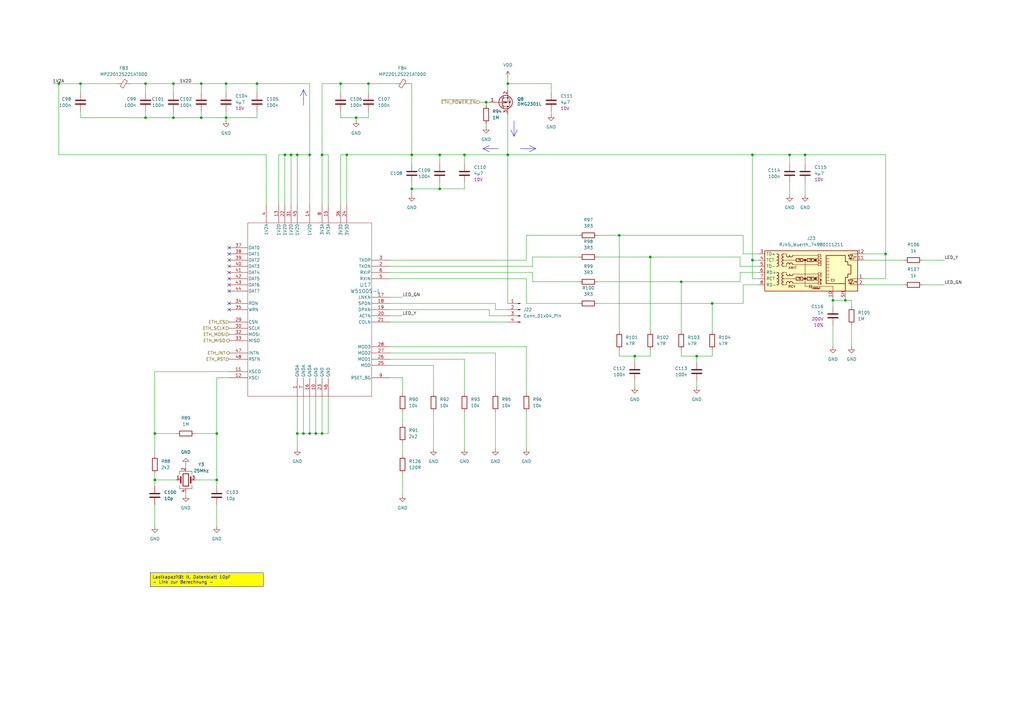
<source format=kicad_sch>
(kicad_sch
	(version 20231120)
	(generator "eeschema")
	(generator_version "8.0")
	(uuid "62715617-c8b9-4694-9b17-d66171a6e490")
	(paper "A3")
	(lib_symbols
		(symbol "Connector:Conn_01x04_Pin"
			(pin_names
				(offset 1.016) hide)
			(exclude_from_sim no)
			(in_bom yes)
			(on_board yes)
			(property "Reference" "J"
				(at 0 5.08 0)
				(effects
					(font
						(size 1.27 1.27)
					)
				)
			)
			(property "Value" "Conn_01x04_Pin"
				(at 0 -7.62 0)
				(effects
					(font
						(size 1.27 1.27)
					)
				)
			)
			(property "Footprint" ""
				(at 0 0 0)
				(effects
					(font
						(size 1.27 1.27)
					)
					(hide yes)
				)
			)
			(property "Datasheet" "~"
				(at 0 0 0)
				(effects
					(font
						(size 1.27 1.27)
					)
					(hide yes)
				)
			)
			(property "Description" "Generic connector, single row, 01x04, script generated"
				(at 0 0 0)
				(effects
					(font
						(size 1.27 1.27)
					)
					(hide yes)
				)
			)
			(property "ki_locked" ""
				(at 0 0 0)
				(effects
					(font
						(size 1.27 1.27)
					)
				)
			)
			(property "ki_keywords" "connector"
				(at 0 0 0)
				(effects
					(font
						(size 1.27 1.27)
					)
					(hide yes)
				)
			)
			(property "ki_fp_filters" "Connector*:*_1x??_*"
				(at 0 0 0)
				(effects
					(font
						(size 1.27 1.27)
					)
					(hide yes)
				)
			)
			(symbol "Conn_01x04_Pin_1_1"
				(polyline
					(pts
						(xy 1.27 -5.08) (xy 0.8636 -5.08)
					)
					(stroke
						(width 0.1524)
						(type default)
					)
					(fill
						(type none)
					)
				)
				(polyline
					(pts
						(xy 1.27 -2.54) (xy 0.8636 -2.54)
					)
					(stroke
						(width 0.1524)
						(type default)
					)
					(fill
						(type none)
					)
				)
				(polyline
					(pts
						(xy 1.27 0) (xy 0.8636 0)
					)
					(stroke
						(width 0.1524)
						(type default)
					)
					(fill
						(type none)
					)
				)
				(polyline
					(pts
						(xy 1.27 2.54) (xy 0.8636 2.54)
					)
					(stroke
						(width 0.1524)
						(type default)
					)
					(fill
						(type none)
					)
				)
				(rectangle
					(start 0.8636 -4.953)
					(end 0 -5.207)
					(stroke
						(width 0.1524)
						(type default)
					)
					(fill
						(type outline)
					)
				)
				(rectangle
					(start 0.8636 -2.413)
					(end 0 -2.667)
					(stroke
						(width 0.1524)
						(type default)
					)
					(fill
						(type outline)
					)
				)
				(rectangle
					(start 0.8636 0.127)
					(end 0 -0.127)
					(stroke
						(width 0.1524)
						(type default)
					)
					(fill
						(type outline)
					)
				)
				(rectangle
					(start 0.8636 2.667)
					(end 0 2.413)
					(stroke
						(width 0.1524)
						(type default)
					)
					(fill
						(type outline)
					)
				)
				(pin passive line
					(at 5.08 2.54 180)
					(length 3.81)
					(name "Pin_1"
						(effects
							(font
								(size 1.27 1.27)
							)
						)
					)
					(number "1"
						(effects
							(font
								(size 1.27 1.27)
							)
						)
					)
				)
				(pin passive line
					(at 5.08 0 180)
					(length 3.81)
					(name "Pin_2"
						(effects
							(font
								(size 1.27 1.27)
							)
						)
					)
					(number "2"
						(effects
							(font
								(size 1.27 1.27)
							)
						)
					)
				)
				(pin passive line
					(at 5.08 -2.54 180)
					(length 3.81)
					(name "Pin_3"
						(effects
							(font
								(size 1.27 1.27)
							)
						)
					)
					(number "3"
						(effects
							(font
								(size 1.27 1.27)
							)
						)
					)
				)
				(pin passive line
					(at 5.08 -5.08 180)
					(length 3.81)
					(name "Pin_4"
						(effects
							(font
								(size 1.27 1.27)
							)
						)
					)
					(number "4"
						(effects
							(font
								(size 1.27 1.27)
							)
						)
					)
				)
			)
		)
		(symbol "Connector:RJ45_Wuerth_74980111211"
			(exclude_from_sim no)
			(in_bom yes)
			(on_board yes)
			(property "Reference" "J"
				(at 19.05 10.16 0)
				(effects
					(font
						(size 1.27 1.27)
					)
					(justify right)
				)
			)
			(property "Value" "RJ45_Wuerth_74980111211"
				(at -6.35 10.16 0)
				(effects
					(font
						(size 1.27 1.27)
					)
				)
			)
			(property "Footprint" "Connector_RJ:RJ45_Wuerth_74980111211_Horizontal"
				(at 0 12.7 0)
				(effects
					(font
						(size 1.27 1.27)
					)
					(hide yes)
				)
			)
			(property "Datasheet" "https://www.we-online.de/katalog/datasheet/74980111211.pdf"
				(at 0 16.51 0)
				(effects
					(font
						(size 1.27 1.27)
					)
					(justify top)
					(hide yes)
				)
			)
			(property "Description" "LAN Transformer Jack, RJ45, 10/100 BaseT"
				(at 0 0 0)
				(effects
					(font
						(size 1.27 1.27)
					)
					(hide yes)
				)
			)
			(property "ki_keywords" "lan jack socket transformer smt"
				(at 0 0 0)
				(effects
					(font
						(size 1.27 1.27)
					)
					(hide yes)
				)
			)
			(property "ki_fp_filters" "RJ45*Wuerth*74980111211*"
				(at 0 0 0)
				(effects
					(font
						(size 1.27 1.27)
					)
					(hide yes)
				)
			)
			(symbol "RJ45_Wuerth_74980111211_0_0"
				(circle
					(center -1.27 -2.54)
					(radius 0.0001)
					(stroke
						(width 0.508)
						(type default)
					)
					(fill
						(type none)
					)
				)
				(circle
					(center -1.27 5.08)
					(radius 0.0001)
					(stroke
						(width 0.508)
						(type default)
					)
					(fill
						(type none)
					)
				)
				(polyline
					(pts
						(xy -1.27 5.08) (xy -1.27 -5.715)
					)
					(stroke
						(width 0)
						(type default)
					)
					(fill
						(type none)
					)
				)
				(polyline
					(pts
						(xy 0.635 -5.08) (xy 0.635 -6.35)
					)
					(stroke
						(width 0.254)
						(type default)
					)
					(fill
						(type none)
					)
				)
				(polyline
					(pts
						(xy 1.27 -5.08) (xy 1.27 -6.35)
					)
					(stroke
						(width 0.254)
						(type default)
					)
					(fill
						(type none)
					)
				)
				(polyline
					(pts
						(xy 3.048 -2.54) (xy 2.54 -2.54)
					)
					(stroke
						(width 0)
						(type default)
					)
					(fill
						(type none)
					)
				)
				(polyline
					(pts
						(xy 3.048 5.08) (xy 2.54 5.08)
					)
					(stroke
						(width 0)
						(type default)
					)
					(fill
						(type none)
					)
				)
				(polyline
					(pts
						(xy 17.399 -3.048) (xy 17.399 -2.54) (xy 20.32 -2.54)
					)
					(stroke
						(width 0)
						(type default)
					)
					(fill
						(type none)
					)
				)
				(polyline
					(pts
						(xy 17.399 7.112) (xy 17.399 7.62) (xy 20.32 7.62)
					)
					(stroke
						(width 0)
						(type default)
					)
					(fill
						(type none)
					)
				)
				(polyline
					(pts
						(xy 20.32 -5.08) (xy 17.399 -5.08) (xy 17.399 -4.572)
					)
					(stroke
						(width 0)
						(type default)
					)
					(fill
						(type none)
					)
				)
				(polyline
					(pts
						(xy 20.32 5.08) (xy 17.399 5.08) (xy 17.399 5.588)
					)
					(stroke
						(width 0)
						(type default)
					)
					(fill
						(type none)
					)
				)
				(polyline
					(pts
						(xy 3.683 -1.905) (xy 3.048 -1.905) (xy 3.048 -3.175) (xy 3.683 -3.175)
					)
					(stroke
						(width 0)
						(type default)
					)
					(fill
						(type none)
					)
				)
				(polyline
					(pts
						(xy 3.683 5.715) (xy 3.048 5.715) (xy 3.048 4.445) (xy 3.683 4.445)
					)
					(stroke
						(width 0)
						(type default)
					)
					(fill
						(type none)
					)
				)
				(circle
					(center 3.048 -2.54)
					(radius 0.0001)
					(stroke
						(width 0.508)
						(type default)
					)
					(fill
						(type none)
					)
				)
				(circle
					(center 3.048 5.08)
					(radius 0.0001)
					(stroke
						(width 0.508)
						(type default)
					)
					(fill
						(type none)
					)
				)
				(text "C1"
					(at 4.699 6.985 0)
					(effects
						(font
							(size 0.889 0.889)
						)
					)
				)
				(text "C1"
					(at 10.16 -3.175 0)
					(effects
						(font
							(size 0.889 0.889)
						)
					)
				)
				(text "C2"
					(at 4.699 3.175 0)
					(effects
						(font
							(size 0.889 0.889)
						)
					)
				)
				(text "C3"
					(at 4.699 -0.635 0)
					(effects
						(font
							(size 0.889 0.889)
						)
					)
				)
				(text "C4"
					(at 4.699 5.715 0)
					(effects
						(font
							(size 0.889 0.889)
						)
					)
				)
				(text "C5"
					(at 4.699 4.445 0)
					(effects
						(font
							(size 0.889 0.889)
						)
					)
				)
				(text "C6"
					(at 4.699 -4.445 0)
					(effects
						(font
							(size 0.889 0.889)
						)
					)
				)
				(text "C7"
					(at 4.699 -1.905 0)
					(effects
						(font
							(size 0.889 0.889)
						)
					)
				)
				(text "C8"
					(at 4.699 -3.175 0)
					(effects
						(font
							(size 0.889 0.889)
						)
					)
				)
				(text "RCV"
					(at -8.255 -5.715 0)
					(effects
						(font
							(size 1.016 1.016)
						)
						(justify left)
					)
				)
				(text "XMIT"
					(at -8.255 1.905 0)
					(effects
						(font
							(size 1.016 1.016)
						)
						(justify left)
					)
				)
			)
			(symbol "RJ45_Wuerth_74980111211_0_1"
				(rectangle
					(start -17.78 8.89)
					(end 20.32 -7.62)
					(stroke
						(width 0.254)
						(type default)
					)
					(fill
						(type background)
					)
				)
				(polyline
					(pts
						(xy -12.7 -5.08) (xy -13.081 -5.08)
					)
					(stroke
						(width 0)
						(type default)
					)
					(fill
						(type none)
					)
				)
				(polyline
					(pts
						(xy -12.7 -2.54) (xy -13.081 -2.54)
					)
					(stroke
						(width 0)
						(type default)
					)
					(fill
						(type none)
					)
				)
				(polyline
					(pts
						(xy -12.7 0) (xy -13.081 0)
					)
					(stroke
						(width 0)
						(type default)
					)
					(fill
						(type none)
					)
				)
				(polyline
					(pts
						(xy -12.7 2.54) (xy -13.081 2.54)
					)
					(stroke
						(width 0)
						(type default)
					)
					(fill
						(type none)
					)
				)
				(polyline
					(pts
						(xy -12.7 5.08) (xy -13.081 5.08)
					)
					(stroke
						(width 0)
						(type default)
					)
					(fill
						(type none)
					)
				)
				(polyline
					(pts
						(xy -12.7 7.62) (xy -13.081 7.62)
					)
					(stroke
						(width 0)
						(type default)
					)
					(fill
						(type none)
					)
				)
				(polyline
					(pts
						(xy -6.35 -4.445) (xy 3.683 -4.445)
					)
					(stroke
						(width 0)
						(type default)
					)
					(fill
						(type none)
					)
				)
				(polyline
					(pts
						(xy -6.35 3.175) (xy 3.683 3.175)
					)
					(stroke
						(width 0)
						(type default)
					)
					(fill
						(type none)
					)
				)
				(polyline
					(pts
						(xy -6.35 6.985) (xy 3.683 6.985)
					)
					(stroke
						(width 0)
						(type default)
					)
					(fill
						(type none)
					)
				)
				(polyline
					(pts
						(xy -6.223 -0.635) (xy 3.683 -0.635)
					)
					(stroke
						(width 0)
						(type default)
					)
					(fill
						(type none)
					)
				)
				(polyline
					(pts
						(xy -5.08 -2.54) (xy -10.16 -2.54)
					)
					(stroke
						(width 0)
						(type default)
					)
					(fill
						(type none)
					)
				)
				(polyline
					(pts
						(xy -4.953 5.08) (xy -10.16 5.08)
					)
					(stroke
						(width 0)
						(type default)
					)
					(fill
						(type none)
					)
				)
				(polyline
					(pts
						(xy -2.159 -2.54) (xy -0.381 -2.54)
					)
					(stroke
						(width 0)
						(type default)
					)
					(fill
						(type none)
					)
				)
				(polyline
					(pts
						(xy -2.159 5.08) (xy -0.381 5.08)
					)
					(stroke
						(width 0)
						(type default)
					)
					(fill
						(type none)
					)
				)
				(polyline
					(pts
						(xy 0.635 -5.715) (xy -1.27 -5.715)
					)
					(stroke
						(width 0)
						(type default)
					)
					(fill
						(type none)
					)
				)
				(polyline
					(pts
						(xy 7.366 -2.032) (xy 8.636 -2.032)
					)
					(stroke
						(width 0)
						(type default)
					)
					(fill
						(type none)
					)
				)
				(polyline
					(pts
						(xy 7.366 -0.762) (xy 8.636 -0.762)
					)
					(stroke
						(width 0)
						(type default)
					)
					(fill
						(type none)
					)
				)
				(polyline
					(pts
						(xy 7.366 0.635) (xy 8.636 0.635)
					)
					(stroke
						(width 0)
						(type default)
					)
					(fill
						(type none)
					)
				)
				(polyline
					(pts
						(xy 7.366 1.905) (xy 8.636 1.905)
					)
					(stroke
						(width 0)
						(type default)
					)
					(fill
						(type none)
					)
				)
				(polyline
					(pts
						(xy 7.366 3.175) (xy 8.636 3.175)
					)
					(stroke
						(width 0)
						(type default)
					)
					(fill
						(type none)
					)
				)
				(polyline
					(pts
						(xy 8.636 -3.302) (xy 7.366 -3.302)
					)
					(stroke
						(width 0)
						(type default)
					)
					(fill
						(type none)
					)
				)
				(polyline
					(pts
						(xy 8.636 4.445) (xy 7.366 4.445)
					)
					(stroke
						(width 0)
						(type default)
					)
					(fill
						(type none)
					)
				)
				(polyline
					(pts
						(xy 8.636 5.715) (xy 7.366 5.715)
					)
					(stroke
						(width 0)
						(type default)
					)
					(fill
						(type none)
					)
				)
				(polyline
					(pts
						(xy 10.16 -5.715) (xy 1.27 -5.715)
					)
					(stroke
						(width 0)
						(type default)
					)
					(fill
						(type none)
					)
				)
				(polyline
					(pts
						(xy 10.16 -5.715) (xy 10.16 -7.62)
					)
					(stroke
						(width 0)
						(type default)
					)
					(fill
						(type none)
					)
				)
				(polyline
					(pts
						(xy -10.16 0) (xy -8.89 0) (xy -8.89 -0.635)
					)
					(stroke
						(width 0)
						(type default)
					)
					(fill
						(type none)
					)
				)
				(polyline
					(pts
						(xy -10.16 7.62) (xy -8.89 7.62) (xy -8.89 6.985)
					)
					(stroke
						(width 0)
						(type default)
					)
					(fill
						(type none)
					)
				)
				(polyline
					(pts
						(xy -8.89 -4.445) (xy -8.89 -5.08) (xy -10.16 -5.08)
					)
					(stroke
						(width 0)
						(type default)
					)
					(fill
						(type none)
					)
				)
				(polyline
					(pts
						(xy -8.89 3.175) (xy -8.89 2.54) (xy -10.16 2.54)
					)
					(stroke
						(width 0)
						(type default)
					)
					(fill
						(type none)
					)
				)
			)
			(symbol "RJ45_Wuerth_74980111211_1_0"
				(text "1000pF"
					(at 3.302 -6.477 0)
					(effects
						(font
							(size 0.635 0.635)
						)
					)
				)
			)
			(symbol "RJ45_Wuerth_74980111211_1_1"
				(arc
					(start -12.7 -1.27)
					(mid -12.0677 -0.635)
					(end -12.7 0)
					(stroke
						(width 0.254)
						(type default)
					)
					(fill
						(type none)
					)
				)
				(arc
					(start -12.6973 -5.08)
					(mid -12.065 -4.445)
					(end -12.6973 -3.81)
					(stroke
						(width 0.254)
						(type default)
					)
					(fill
						(type none)
					)
				)
				(arc
					(start -12.6973 -3.81)
					(mid -12.065 -3.175)
					(end -12.6973 -2.54)
					(stroke
						(width 0.254)
						(type default)
					)
					(fill
						(type none)
					)
				)
				(arc
					(start -12.6973 -2.54)
					(mid -12.065 -1.905)
					(end -12.6973 -1.27)
					(stroke
						(width 0.254)
						(type default)
					)
					(fill
						(type none)
					)
				)
				(arc
					(start -12.6973 6.35)
					(mid -12.065 6.985)
					(end -12.6973 7.62)
					(stroke
						(width 0.254)
						(type default)
					)
					(fill
						(type none)
					)
				)
				(arc
					(start -12.6946 2.54)
					(mid -12.0623 3.175)
					(end -12.6946 3.81)
					(stroke
						(width 0.254)
						(type default)
					)
					(fill
						(type none)
					)
				)
				(arc
					(start -12.6946 3.81)
					(mid -12.0623 4.445)
					(end -12.6946 5.08)
					(stroke
						(width 0.254)
						(type default)
					)
					(fill
						(type none)
					)
				)
				(arc
					(start -12.6946 5.08)
					(mid -12.0623 5.715)
					(end -12.6946 6.35)
					(stroke
						(width 0.254)
						(type default)
					)
					(fill
						(type none)
					)
				)
				(arc
					(start -10.1654 -2.54)
					(mid -10.7977 -3.175)
					(end -10.1654 -3.81)
					(stroke
						(width 0.254)
						(type default)
					)
					(fill
						(type none)
					)
				)
				(arc
					(start -10.1654 -1.27)
					(mid -10.7977 -1.905)
					(end -10.1654 -2.54)
					(stroke
						(width 0.254)
						(type default)
					)
					(fill
						(type none)
					)
				)
				(arc
					(start -10.1654 0)
					(mid -10.7977 -0.635)
					(end -10.1654 -1.27)
					(stroke
						(width 0.254)
						(type default)
					)
					(fill
						(type none)
					)
				)
				(arc
					(start -10.1654 5.08)
					(mid -10.7977 4.445)
					(end -10.1654 3.81)
					(stroke
						(width 0.254)
						(type default)
					)
					(fill
						(type none)
					)
				)
				(arc
					(start -10.1654 6.35)
					(mid -10.7977 5.715)
					(end -10.1654 5.08)
					(stroke
						(width 0.254)
						(type default)
					)
					(fill
						(type none)
					)
				)
				(arc
					(start -10.1654 7.62)
					(mid -10.7977 6.985)
					(end -10.1654 6.35)
					(stroke
						(width 0.254)
						(type default)
					)
					(fill
						(type none)
					)
				)
				(arc
					(start -10.1627 -3.81)
					(mid -10.795 -4.445)
					(end -10.1627 -5.08)
					(stroke
						(width 0.254)
						(type default)
					)
					(fill
						(type none)
					)
				)
				(arc
					(start -10.1627 3.81)
					(mid -10.795 3.175)
					(end -10.1627 2.54)
					(stroke
						(width 0.254)
						(type default)
					)
					(fill
						(type none)
					)
				)
				(arc
					(start -8.89 6.9823)
					(mid -8.255 6.35)
					(end -7.62 6.9823)
					(stroke
						(width 0.254)
						(type default)
					)
					(fill
						(type none)
					)
				)
				(arc
					(start -8.8265 -0.7012)
					(mid -8.1915 -1.3335)
					(end -7.5565 -0.7012)
					(stroke
						(width 0.254)
						(type default)
					)
					(fill
						(type none)
					)
				)
				(arc
					(start -7.62 -4.3153)
					(mid -8.255 -3.683)
					(end -8.89 -4.3153)
					(stroke
						(width 0.254)
						(type default)
					)
					(fill
						(type none)
					)
				)
				(arc
					(start -7.62 3.3047)
					(mid -8.255 3.937)
					(end -8.89 3.3047)
					(stroke
						(width 0.254)
						(type default)
					)
					(fill
						(type none)
					)
				)
				(arc
					(start -7.62 6.985)
					(mid -6.985 6.3527)
					(end -6.35 6.985)
					(stroke
						(width 0.254)
						(type default)
					)
					(fill
						(type none)
					)
				)
				(arc
					(start -7.5565 -0.6985)
					(mid -6.9215 -1.3308)
					(end -6.2865 -0.6985)
					(stroke
						(width 0.254)
						(type default)
					)
					(fill
						(type none)
					)
				)
				(arc
					(start -6.35 -4.3126)
					(mid -6.985 -3.6803)
					(end -7.62 -4.3126)
					(stroke
						(width 0.254)
						(type default)
					)
					(fill
						(type none)
					)
				)
				(arc
					(start -6.35 3.3074)
					(mid -6.985 3.9397)
					(end -7.62 3.3074)
					(stroke
						(width 0.254)
						(type default)
					)
					(fill
						(type none)
					)
				)
				(rectangle
					(start -4.953 -1.905)
					(end -2.159 -3.175)
					(stroke
						(width 0.254)
						(type default)
					)
					(fill
						(type none)
					)
				)
				(rectangle
					(start -4.953 5.715)
					(end -2.159 4.445)
					(stroke
						(width 0.254)
						(type default)
					)
					(fill
						(type none)
					)
				)
				(rectangle
					(start -0.381 -1.905)
					(end 2.413 -3.175)
					(stroke
						(width 0.254)
						(type default)
					)
					(fill
						(type none)
					)
				)
				(rectangle
					(start -0.381 5.715)
					(end 2.413 4.445)
					(stroke
						(width 0.254)
						(type default)
					)
					(fill
						(type none)
					)
				)
				(polyline
					(pts
						(xy 15.24 -7.62) (xy 15.24 -4.572)
					)
					(stroke
						(width 0.254)
						(type default)
					)
					(fill
						(type none)
					)
				)
				(polyline
					(pts
						(xy 18.161 -4.572) (xy 16.637 -4.572)
					)
					(stroke
						(width 0.254)
						(type default)
					)
					(fill
						(type none)
					)
				)
				(polyline
					(pts
						(xy 18.161 5.588) (xy 16.637 5.588)
					)
					(stroke
						(width 0.254)
						(type default)
					)
					(fill
						(type none)
					)
				)
				(polyline
					(pts
						(xy 18.796 -4.572) (xy 18.796 -4.318)
					)
					(stroke
						(width 0)
						(type default)
					)
					(fill
						(type none)
					)
				)
				(polyline
					(pts
						(xy 18.796 5.588) (xy 18.796 5.842)
					)
					(stroke
						(width 0)
						(type default)
					)
					(fill
						(type none)
					)
				)
				(polyline
					(pts
						(xy 19.05 -3.937) (xy 19.05 -3.683)
					)
					(stroke
						(width 0)
						(type default)
					)
					(fill
						(type none)
					)
				)
				(polyline
					(pts
						(xy 19.05 6.223) (xy 19.05 6.477)
					)
					(stroke
						(width 0)
						(type default)
					)
					(fill
						(type none)
					)
				)
				(polyline
					(pts
						(xy 18.288 -4.064) (xy 18.796 -4.572) (xy 18.542 -4.572)
					)
					(stroke
						(width 0)
						(type default)
					)
					(fill
						(type none)
					)
				)
				(polyline
					(pts
						(xy 18.288 6.096) (xy 18.796 5.588) (xy 18.542 5.588)
					)
					(stroke
						(width 0)
						(type default)
					)
					(fill
						(type none)
					)
				)
				(polyline
					(pts
						(xy 18.542 -3.429) (xy 19.05 -3.937) (xy 18.796 -3.937)
					)
					(stroke
						(width 0)
						(type default)
					)
					(fill
						(type none)
					)
				)
				(polyline
					(pts
						(xy 18.542 6.731) (xy 19.05 6.223) (xy 18.796 6.223)
					)
					(stroke
						(width 0)
						(type default)
					)
					(fill
						(type none)
					)
				)
				(polyline
					(pts
						(xy 18.288 -3.048) (xy 16.383 -3.048) (xy 17.399 -4.572) (xy 18.288 -3.048)
					)
					(stroke
						(width 0.254)
						(type default)
					)
					(fill
						(type none)
					)
				)
				(polyline
					(pts
						(xy 18.288 7.112) (xy 16.383 7.112) (xy 17.399 5.588) (xy 18.288 7.112)
					)
					(stroke
						(width 0.254)
						(type default)
					)
					(fill
						(type none)
					)
				)
				(polyline
					(pts
						(xy 7.366 -4.572) (xy 7.366 6.985) (xy 15.24 6.985) (xy 15.24 4.445) (xy 16.256 4.445) (xy 16.256 3.048)
						(xy 17.526 3.048) (xy 17.526 -0.635) (xy 16.256 -0.635) (xy 16.256 -2.032) (xy 15.24 -2.032) (xy 15.24 -4.572)
						(xy 7.366 -4.572)
					)
					(stroke
						(width 0.254)
						(type default)
					)
					(fill
						(type none)
					)
				)
				(text "75"
					(at -3.556 -2.54 0)
					(effects
						(font
							(size 0.635 0.635)
						)
					)
				)
				(text "75"
					(at -3.556 5.08 0)
					(effects
						(font
							(size 0.635 0.635)
						)
					)
				)
				(text "75"
					(at 1.016 -2.54 0)
					(effects
						(font
							(size 0.635 0.635)
						)
					)
				)
				(text "75"
					(at 1.016 5.08 0)
					(effects
						(font
							(size 0.635 0.635)
						)
					)
				)
				(text "G"
					(at 19.685 -3.81 0)
					(effects
						(font
							(size 0.635 0.635)
						)
					)
				)
				(text "Y"
					(at 19.558 6.35 0)
					(effects
						(font
							(size 0.635 0.635)
						)
					)
				)
				(pin passive line
					(at 22.86 -2.54 180)
					(length 2.54)
					(name ""
						(effects
							(font
								(size 1.27 1.27)
							)
						)
					)
					(number "1"
						(effects
							(font
								(size 1.27 1.27)
							)
						)
					)
				)
				(pin power_in line
					(at 10.16 -10.16 90)
					(length 2.54)
					(name ""
						(effects
							(font
								(size 1.27 1.27)
							)
						)
					)
					(number "10"
						(effects
							(font
								(size 1.27 1.27)
							)
						)
					)
				)
				(pin passive line
					(at 22.86 5.08 180)
					(length 2.54)
					(name ""
						(effects
							(font
								(size 1.27 1.27)
							)
						)
					)
					(number "11"
						(effects
							(font
								(size 1.27 1.27)
							)
						)
					)
				)
				(pin passive line
					(at 22.86 7.62 180)
					(length 2.54)
					(name ""
						(effects
							(font
								(size 1.27 1.27)
							)
						)
					)
					(number "12"
						(effects
							(font
								(size 1.27 1.27)
							)
						)
					)
				)
				(pin passive line
					(at 22.86 -5.08 180)
					(length 2.54)
					(name ""
						(effects
							(font
								(size 1.27 1.27)
							)
						)
					)
					(number "2"
						(effects
							(font
								(size 1.27 1.27)
							)
						)
					)
				)
				(pin passive line
					(at -20.32 7.62 0)
					(length 2.54)
					(name "TD+"
						(effects
							(font
								(size 1.27 1.27)
							)
						)
					)
					(number "3"
						(effects
							(font
								(size 1.27 1.27)
							)
						)
					)
				)
				(pin passive line
					(at -20.32 5.08 0)
					(length 2.54)
					(name "TCT"
						(effects
							(font
								(size 1.27 1.27)
							)
						)
					)
					(number "4"
						(effects
							(font
								(size 1.27 1.27)
							)
						)
					)
				)
				(pin passive line
					(at -20.32 2.54 0)
					(length 2.54)
					(name "TD-"
						(effects
							(font
								(size 1.27 1.27)
							)
						)
					)
					(number "5"
						(effects
							(font
								(size 1.27 1.27)
							)
						)
					)
				)
				(pin passive line
					(at -20.32 0 0)
					(length 2.54)
					(name "RD+"
						(effects
							(font
								(size 1.27 1.27)
							)
						)
					)
					(number "6"
						(effects
							(font
								(size 1.27 1.27)
							)
						)
					)
				)
				(pin passive line
					(at -20.32 -2.54 0)
					(length 2.54)
					(name "RCT"
						(effects
							(font
								(size 1.27 1.27)
							)
						)
					)
					(number "7"
						(effects
							(font
								(size 1.27 1.27)
							)
						)
					)
				)
				(pin passive line
					(at -20.32 -5.08 0)
					(length 2.54)
					(name "RD-"
						(effects
							(font
								(size 1.27 1.27)
							)
						)
					)
					(number "8"
						(effects
							(font
								(size 1.27 1.27)
							)
						)
					)
				)
				(pin no_connect line
					(at 20.32 0 0)
					(length 0) hide
					(name "NC"
						(effects
							(font
								(size 1.27 1.27)
							)
						)
					)
					(number "9"
						(effects
							(font
								(size 1.27 1.27)
							)
						)
					)
				)
				(pin passive line
					(at 15.24 -10.16 90)
					(length 2.54)
					(name ""
						(effects
							(font
								(size 1.27 1.27)
							)
						)
					)
					(number "SH"
						(effects
							(font
								(size 1.27 1.27)
							)
						)
					)
				)
			)
		)
		(symbol "Device:C"
			(pin_numbers hide)
			(pin_names
				(offset 0.254)
			)
			(exclude_from_sim no)
			(in_bom yes)
			(on_board yes)
			(property "Reference" "C"
				(at 0.635 2.54 0)
				(effects
					(font
						(size 1.27 1.27)
					)
					(justify left)
				)
			)
			(property "Value" "C"
				(at 0.635 -2.54 0)
				(effects
					(font
						(size 1.27 1.27)
					)
					(justify left)
				)
			)
			(property "Footprint" ""
				(at 0.9652 -3.81 0)
				(effects
					(font
						(size 1.27 1.27)
					)
					(hide yes)
				)
			)
			(property "Datasheet" "~"
				(at 0 0 0)
				(effects
					(font
						(size 1.27 1.27)
					)
					(hide yes)
				)
			)
			(property "Description" "Unpolarized capacitor"
				(at 0 0 0)
				(effects
					(font
						(size 1.27 1.27)
					)
					(hide yes)
				)
			)
			(property "ki_keywords" "cap capacitor"
				(at 0 0 0)
				(effects
					(font
						(size 1.27 1.27)
					)
					(hide yes)
				)
			)
			(property "ki_fp_filters" "C_*"
				(at 0 0 0)
				(effects
					(font
						(size 1.27 1.27)
					)
					(hide yes)
				)
			)
			(symbol "C_0_1"
				(polyline
					(pts
						(xy -2.032 -0.762) (xy 2.032 -0.762)
					)
					(stroke
						(width 0.508)
						(type default)
					)
					(fill
						(type none)
					)
				)
				(polyline
					(pts
						(xy -2.032 0.762) (xy 2.032 0.762)
					)
					(stroke
						(width 0.508)
						(type default)
					)
					(fill
						(type none)
					)
				)
			)
			(symbol "C_1_1"
				(pin passive line
					(at 0 3.81 270)
					(length 2.794)
					(name "~"
						(effects
							(font
								(size 1.27 1.27)
							)
						)
					)
					(number "1"
						(effects
							(font
								(size 1.27 1.27)
							)
						)
					)
				)
				(pin passive line
					(at 0 -3.81 90)
					(length 2.794)
					(name "~"
						(effects
							(font
								(size 1.27 1.27)
							)
						)
					)
					(number "2"
						(effects
							(font
								(size 1.27 1.27)
							)
						)
					)
				)
			)
		)
		(symbol "Device:Crystal_GND24"
			(pin_names
				(offset 1.016) hide)
			(exclude_from_sim no)
			(in_bom yes)
			(on_board yes)
			(property "Reference" "Y"
				(at 3.175 5.08 0)
				(effects
					(font
						(size 1.27 1.27)
					)
					(justify left)
				)
			)
			(property "Value" "Crystal_GND24"
				(at 3.175 3.175 0)
				(effects
					(font
						(size 1.27 1.27)
					)
					(justify left)
				)
			)
			(property "Footprint" ""
				(at 0 0 0)
				(effects
					(font
						(size 1.27 1.27)
					)
					(hide yes)
				)
			)
			(property "Datasheet" "~"
				(at 0 0 0)
				(effects
					(font
						(size 1.27 1.27)
					)
					(hide yes)
				)
			)
			(property "Description" "Four pin crystal, GND on pins 2 and 4"
				(at 0 0 0)
				(effects
					(font
						(size 1.27 1.27)
					)
					(hide yes)
				)
			)
			(property "ki_keywords" "quartz ceramic resonator oscillator"
				(at 0 0 0)
				(effects
					(font
						(size 1.27 1.27)
					)
					(hide yes)
				)
			)
			(property "ki_fp_filters" "Crystal*"
				(at 0 0 0)
				(effects
					(font
						(size 1.27 1.27)
					)
					(hide yes)
				)
			)
			(symbol "Crystal_GND24_0_1"
				(rectangle
					(start -1.143 2.54)
					(end 1.143 -2.54)
					(stroke
						(width 0.3048)
						(type default)
					)
					(fill
						(type none)
					)
				)
				(polyline
					(pts
						(xy -2.54 0) (xy -2.032 0)
					)
					(stroke
						(width 0)
						(type default)
					)
					(fill
						(type none)
					)
				)
				(polyline
					(pts
						(xy -2.032 -1.27) (xy -2.032 1.27)
					)
					(stroke
						(width 0.508)
						(type default)
					)
					(fill
						(type none)
					)
				)
				(polyline
					(pts
						(xy 0 -3.81) (xy 0 -3.556)
					)
					(stroke
						(width 0)
						(type default)
					)
					(fill
						(type none)
					)
				)
				(polyline
					(pts
						(xy 0 3.556) (xy 0 3.81)
					)
					(stroke
						(width 0)
						(type default)
					)
					(fill
						(type none)
					)
				)
				(polyline
					(pts
						(xy 2.032 -1.27) (xy 2.032 1.27)
					)
					(stroke
						(width 0.508)
						(type default)
					)
					(fill
						(type none)
					)
				)
				(polyline
					(pts
						(xy 2.032 0) (xy 2.54 0)
					)
					(stroke
						(width 0)
						(type default)
					)
					(fill
						(type none)
					)
				)
				(polyline
					(pts
						(xy -2.54 -2.286) (xy -2.54 -3.556) (xy 2.54 -3.556) (xy 2.54 -2.286)
					)
					(stroke
						(width 0)
						(type default)
					)
					(fill
						(type none)
					)
				)
				(polyline
					(pts
						(xy -2.54 2.286) (xy -2.54 3.556) (xy 2.54 3.556) (xy 2.54 2.286)
					)
					(stroke
						(width 0)
						(type default)
					)
					(fill
						(type none)
					)
				)
			)
			(symbol "Crystal_GND24_1_1"
				(pin passive line
					(at -3.81 0 0)
					(length 1.27)
					(name "1"
						(effects
							(font
								(size 1.27 1.27)
							)
						)
					)
					(number "1"
						(effects
							(font
								(size 1.27 1.27)
							)
						)
					)
				)
				(pin passive line
					(at 0 5.08 270)
					(length 1.27)
					(name "2"
						(effects
							(font
								(size 1.27 1.27)
							)
						)
					)
					(number "2"
						(effects
							(font
								(size 1.27 1.27)
							)
						)
					)
				)
				(pin passive line
					(at 3.81 0 180)
					(length 1.27)
					(name "3"
						(effects
							(font
								(size 1.27 1.27)
							)
						)
					)
					(number "3"
						(effects
							(font
								(size 1.27 1.27)
							)
						)
					)
				)
				(pin passive line
					(at 0 -5.08 90)
					(length 1.27)
					(name "4"
						(effects
							(font
								(size 1.27 1.27)
							)
						)
					)
					(number "4"
						(effects
							(font
								(size 1.27 1.27)
							)
						)
					)
				)
			)
		)
		(symbol "Device:FerriteBead_Small"
			(pin_numbers hide)
			(pin_names
				(offset 0)
			)
			(exclude_from_sim no)
			(in_bom yes)
			(on_board yes)
			(property "Reference" "FB"
				(at 1.905 1.27 0)
				(effects
					(font
						(size 1.27 1.27)
					)
					(justify left)
				)
			)
			(property "Value" "FerriteBead_Small"
				(at 1.905 -1.27 0)
				(effects
					(font
						(size 1.27 1.27)
					)
					(justify left)
				)
			)
			(property "Footprint" ""
				(at -1.778 0 90)
				(effects
					(font
						(size 1.27 1.27)
					)
					(hide yes)
				)
			)
			(property "Datasheet" "~"
				(at 0 0 0)
				(effects
					(font
						(size 1.27 1.27)
					)
					(hide yes)
				)
			)
			(property "Description" "Ferrite bead, small symbol"
				(at 0 0 0)
				(effects
					(font
						(size 1.27 1.27)
					)
					(hide yes)
				)
			)
			(property "ki_keywords" "L ferrite bead inductor filter"
				(at 0 0 0)
				(effects
					(font
						(size 1.27 1.27)
					)
					(hide yes)
				)
			)
			(property "ki_fp_filters" "Inductor_* L_* *Ferrite*"
				(at 0 0 0)
				(effects
					(font
						(size 1.27 1.27)
					)
					(hide yes)
				)
			)
			(symbol "FerriteBead_Small_0_1"
				(polyline
					(pts
						(xy 0 -1.27) (xy 0 -0.7874)
					)
					(stroke
						(width 0)
						(type default)
					)
					(fill
						(type none)
					)
				)
				(polyline
					(pts
						(xy 0 0.889) (xy 0 1.2954)
					)
					(stroke
						(width 0)
						(type default)
					)
					(fill
						(type none)
					)
				)
				(polyline
					(pts
						(xy -1.8288 0.2794) (xy -1.1176 1.4986) (xy 1.8288 -0.2032) (xy 1.1176 -1.4224) (xy -1.8288 0.2794)
					)
					(stroke
						(width 0)
						(type default)
					)
					(fill
						(type none)
					)
				)
			)
			(symbol "FerriteBead_Small_1_1"
				(pin passive line
					(at 0 2.54 270)
					(length 1.27)
					(name "~"
						(effects
							(font
								(size 1.27 1.27)
							)
						)
					)
					(number "1"
						(effects
							(font
								(size 1.27 1.27)
							)
						)
					)
				)
				(pin passive line
					(at 0 -2.54 90)
					(length 1.27)
					(name "~"
						(effects
							(font
								(size 1.27 1.27)
							)
						)
					)
					(number "2"
						(effects
							(font
								(size 1.27 1.27)
							)
						)
					)
				)
			)
		)
		(symbol "Device:R"
			(pin_numbers hide)
			(pin_names
				(offset 0)
			)
			(exclude_from_sim no)
			(in_bom yes)
			(on_board yes)
			(property "Reference" "R"
				(at 2.032 0 90)
				(effects
					(font
						(size 1.27 1.27)
					)
				)
			)
			(property "Value" "R"
				(at 0 0 90)
				(effects
					(font
						(size 1.27 1.27)
					)
				)
			)
			(property "Footprint" ""
				(at -1.778 0 90)
				(effects
					(font
						(size 1.27 1.27)
					)
					(hide yes)
				)
			)
			(property "Datasheet" "~"
				(at 0 0 0)
				(effects
					(font
						(size 1.27 1.27)
					)
					(hide yes)
				)
			)
			(property "Description" "Resistor"
				(at 0 0 0)
				(effects
					(font
						(size 1.27 1.27)
					)
					(hide yes)
				)
			)
			(property "ki_keywords" "R res resistor"
				(at 0 0 0)
				(effects
					(font
						(size 1.27 1.27)
					)
					(hide yes)
				)
			)
			(property "ki_fp_filters" "R_*"
				(at 0 0 0)
				(effects
					(font
						(size 1.27 1.27)
					)
					(hide yes)
				)
			)
			(symbol "R_0_1"
				(rectangle
					(start -1.016 -2.54)
					(end 1.016 2.54)
					(stroke
						(width 0.254)
						(type default)
					)
					(fill
						(type none)
					)
				)
			)
			(symbol "R_1_1"
				(pin passive line
					(at 0 3.81 270)
					(length 1.27)
					(name "~"
						(effects
							(font
								(size 1.27 1.27)
							)
						)
					)
					(number "1"
						(effects
							(font
								(size 1.27 1.27)
							)
						)
					)
				)
				(pin passive line
					(at 0 -3.81 90)
					(length 1.27)
					(name "~"
						(effects
							(font
								(size 1.27 1.27)
							)
						)
					)
					(number "2"
						(effects
							(font
								(size 1.27 1.27)
							)
						)
					)
				)
			)
		)
		(symbol "Transistor_FET:DMG2301L"
			(pin_names hide)
			(exclude_from_sim no)
			(in_bom yes)
			(on_board yes)
			(property "Reference" "Q"
				(at 5.08 1.905 0)
				(effects
					(font
						(size 1.27 1.27)
					)
					(justify left)
				)
			)
			(property "Value" "DMG2301L"
				(at 5.08 0 0)
				(effects
					(font
						(size 1.27 1.27)
					)
					(justify left)
				)
			)
			(property "Footprint" "Package_TO_SOT_SMD:SOT-23"
				(at 5.08 -1.905 0)
				(effects
					(font
						(size 1.27 1.27)
						(italic yes)
					)
					(justify left)
					(hide yes)
				)
			)
			(property "Datasheet" "https://www.diodes.com/assets/Datasheets/DMG2301L.pdf"
				(at 5.08 -3.81 0)
				(effects
					(font
						(size 1.27 1.27)
					)
					(justify left)
					(hide yes)
				)
			)
			(property "Description" "-3A Id, -20V Vds, P-Channel MOSFET, SOT-23"
				(at 0 0 0)
				(effects
					(font
						(size 1.27 1.27)
					)
					(hide yes)
				)
			)
			(property "ki_keywords" "P-Channel MOSFET"
				(at 0 0 0)
				(effects
					(font
						(size 1.27 1.27)
					)
					(hide yes)
				)
			)
			(property "ki_fp_filters" "SOT?23*"
				(at 0 0 0)
				(effects
					(font
						(size 1.27 1.27)
					)
					(hide yes)
				)
			)
			(symbol "DMG2301L_0_1"
				(polyline
					(pts
						(xy 0.254 0) (xy -2.54 0)
					)
					(stroke
						(width 0)
						(type default)
					)
					(fill
						(type none)
					)
				)
				(polyline
					(pts
						(xy 0.254 1.905) (xy 0.254 -1.905)
					)
					(stroke
						(width 0.254)
						(type default)
					)
					(fill
						(type none)
					)
				)
				(polyline
					(pts
						(xy 0.762 -1.27) (xy 0.762 -2.286)
					)
					(stroke
						(width 0.254)
						(type default)
					)
					(fill
						(type none)
					)
				)
				(polyline
					(pts
						(xy 0.762 0.508) (xy 0.762 -0.508)
					)
					(stroke
						(width 0.254)
						(type default)
					)
					(fill
						(type none)
					)
				)
				(polyline
					(pts
						(xy 0.762 2.286) (xy 0.762 1.27)
					)
					(stroke
						(width 0.254)
						(type default)
					)
					(fill
						(type none)
					)
				)
				(polyline
					(pts
						(xy 2.54 2.54) (xy 2.54 1.778)
					)
					(stroke
						(width 0)
						(type default)
					)
					(fill
						(type none)
					)
				)
				(polyline
					(pts
						(xy 2.54 -2.54) (xy 2.54 0) (xy 0.762 0)
					)
					(stroke
						(width 0)
						(type default)
					)
					(fill
						(type none)
					)
				)
				(polyline
					(pts
						(xy 0.762 1.778) (xy 3.302 1.778) (xy 3.302 -1.778) (xy 0.762 -1.778)
					)
					(stroke
						(width 0)
						(type default)
					)
					(fill
						(type none)
					)
				)
				(polyline
					(pts
						(xy 2.286 0) (xy 1.27 0.381) (xy 1.27 -0.381) (xy 2.286 0)
					)
					(stroke
						(width 0)
						(type default)
					)
					(fill
						(type outline)
					)
				)
				(polyline
					(pts
						(xy 2.794 -0.508) (xy 2.921 -0.381) (xy 3.683 -0.381) (xy 3.81 -0.254)
					)
					(stroke
						(width 0)
						(type default)
					)
					(fill
						(type none)
					)
				)
				(polyline
					(pts
						(xy 3.302 -0.381) (xy 2.921 0.254) (xy 3.683 0.254) (xy 3.302 -0.381)
					)
					(stroke
						(width 0)
						(type default)
					)
					(fill
						(type none)
					)
				)
				(circle
					(center 1.651 0)
					(radius 2.794)
					(stroke
						(width 0.254)
						(type default)
					)
					(fill
						(type none)
					)
				)
				(circle
					(center 2.54 -1.778)
					(radius 0.254)
					(stroke
						(width 0)
						(type default)
					)
					(fill
						(type outline)
					)
				)
				(circle
					(center 2.54 1.778)
					(radius 0.254)
					(stroke
						(width 0)
						(type default)
					)
					(fill
						(type outline)
					)
				)
			)
			(symbol "DMG2301L_1_1"
				(pin input line
					(at -5.08 0 0)
					(length 2.54)
					(name "G"
						(effects
							(font
								(size 1.27 1.27)
							)
						)
					)
					(number "1"
						(effects
							(font
								(size 1.27 1.27)
							)
						)
					)
				)
				(pin passive line
					(at 2.54 -5.08 90)
					(length 2.54)
					(name "S"
						(effects
							(font
								(size 1.27 1.27)
							)
						)
					)
					(number "2"
						(effects
							(font
								(size 1.27 1.27)
							)
						)
					)
				)
				(pin passive line
					(at 2.54 5.08 270)
					(length 2.54)
					(name "D"
						(effects
							(font
								(size 1.27 1.27)
							)
						)
					)
					(number "3"
						(effects
							(font
								(size 1.27 1.27)
							)
						)
					)
				)
			)
		)
		(symbol "myWIZnetW5100s:W5100S-L"
			(pin_names
				(offset 0.254)
			)
			(exclude_from_sim no)
			(in_bom yes)
			(on_board yes)
			(property "Reference" "U"
				(at 18.542 37.592 0)
				(effects
					(font
						(size 1.524 1.524)
					)
				)
			)
			(property "Value" "W5100S-L"
				(at 18.796 -37.592 0)
				(effects
					(font
						(size 1.524 1.524)
					)
				)
			)
			(property "Footprint" "48LQFP_W5100S-L_WIZ"
				(at -33.274 35.052 0)
				(effects
					(font
						(size 1.27 1.27)
						(italic yes)
					)
					(hide yes)
				)
			)
			(property "Datasheet" "W5100S-L"
				(at -35.306 32.512 0)
				(effects
					(font
						(size 1.27 1.27)
						(italic yes)
					)
					(hide yes)
				)
			)
			(property "Description" ""
				(at 80.01 -2.54 0)
				(effects
					(font
						(size 1.27 1.27)
					)
					(hide yes)
				)
			)
			(property "ki_locked" ""
				(at 0 0 0)
				(effects
					(font
						(size 1.27 1.27)
					)
				)
			)
			(property "ki_keywords" "W5100S-L"
				(at 0 0 0)
				(effects
					(font
						(size 1.27 1.27)
					)
					(hide yes)
				)
			)
			(property "ki_fp_filters" "48LQFP_W5100S-L_WIZ 48LQFP_W5100S-L_WIZ-M 48LQFP_W5100S-L_WIZ-L"
				(at 0 0 0)
				(effects
					(font
						(size 1.27 1.27)
					)
					(hide yes)
				)
			)
			(symbol "W5100S-L_0_1"
				(polyline
					(pts
						(xy -25.4 -35.56) (xy 25.4 -35.56)
					)
					(stroke
						(width 0.127)
						(type default)
					)
					(fill
						(type none)
					)
				)
				(polyline
					(pts
						(xy -25.4 35.56) (xy -25.4 -35.56)
					)
					(stroke
						(width 0.127)
						(type default)
					)
					(fill
						(type none)
					)
				)
				(polyline
					(pts
						(xy 25.4 -35.56) (xy 25.4 35.56)
					)
					(stroke
						(width 0.127)
						(type default)
					)
					(fill
						(type none)
					)
				)
				(polyline
					(pts
						(xy 25.4 35.56) (xy -25.4 35.56)
					)
					(stroke
						(width 0.127)
						(type default)
					)
					(fill
						(type none)
					)
				)
				(pin power_in line
					(at 2.54 -35.56 90)
					(length 7.62)
					(name "GND"
						(effects
							(font
								(size 1.27 1.27)
							)
						)
					)
					(number "10"
						(effects
							(font
								(size 1.27 1.27)
							)
						)
					)
				)
				(pin passive line
					(at -33.02 -25.4 0)
					(length 7.62)
					(name "XSCO"
						(effects
							(font
								(size 1.27 1.27)
							)
						)
					)
					(number "11"
						(effects
							(font
								(size 1.27 1.27)
							)
						)
					)
				)
				(pin passive line
					(at -33.02 -27.94 0)
					(length 7.62)
					(name "XSCI"
						(effects
							(font
								(size 1.27 1.27)
							)
						)
					)
					(number "12"
						(effects
							(font
								(size 1.27 1.27)
							)
						)
					)
				)
				(pin power_in line
					(at -12.7 43.18 270)
					(length 7.62)
					(name "1V2D"
						(effects
							(font
								(size 1.27 1.27)
							)
						)
					)
					(number "13"
						(effects
							(font
								(size 1.27 1.27)
							)
						)
					)
				)
				(pin power_out line
					(at 0 43.18 270)
					(length 7.62)
					(name "1V2O"
						(effects
							(font
								(size 1.27 1.27)
							)
						)
					)
					(number "14"
						(effects
							(font
								(size 1.27 1.27)
							)
						)
					)
				)
				(pin power_in line
					(at 7.62 43.18 270)
					(length 7.62)
					(name "3V3A"
						(effects
							(font
								(size 1.27 1.27)
							)
						)
					)
					(number "15"
						(effects
							(font
								(size 1.27 1.27)
							)
						)
					)
				)
				(pin power_in line
					(at 0 -35.56 90)
					(length 7.62)
					(name "GNDA"
						(effects
							(font
								(size 1.27 1.27)
							)
						)
					)
					(number "16"
						(effects
							(font
								(size 1.27 1.27)
							)
						)
					)
				)
				(pin output line
					(at 33.02 5.08 180)
					(length 7.62)
					(name "LNKN"
						(effects
							(font
								(size 1.27 1.27)
							)
						)
					)
					(number "17"
						(effects
							(font
								(size 1.27 1.27)
							)
						)
					)
				)
				(pin output line
					(at 33.02 2.54 180)
					(length 7.62)
					(name "SPDN"
						(effects
							(font
								(size 1.27 1.27)
							)
						)
					)
					(number "18"
						(effects
							(font
								(size 1.27 1.27)
							)
						)
					)
				)
				(pin output line
					(at 33.02 0 180)
					(length 7.62)
					(name "DPXN"
						(effects
							(font
								(size 1.27 1.27)
							)
						)
					)
					(number "19"
						(effects
							(font
								(size 1.27 1.27)
							)
						)
					)
				)
				(pin output line
					(at 33.02 17.78 180)
					(length 7.62)
					(name "TXON"
						(effects
							(font
								(size 1.27 1.27)
							)
						)
					)
					(number "2"
						(effects
							(font
								(size 1.27 1.27)
							)
						)
					)
				)
				(pin output line
					(at 33.02 -2.54 180)
					(length 7.62)
					(name "ACTN"
						(effects
							(font
								(size 1.27 1.27)
							)
						)
					)
					(number "20"
						(effects
							(font
								(size 1.27 1.27)
							)
						)
					)
				)
				(pin output line
					(at 33.02 -5.08 180)
					(length 7.62)
					(name "COLN"
						(effects
							(font
								(size 1.27 1.27)
							)
						)
					)
					(number "21"
						(effects
							(font
								(size 1.27 1.27)
							)
						)
					)
				)
				(pin power_in line
					(at -10.16 43.18 270)
					(length 7.62)
					(name "1V2D"
						(effects
							(font
								(size 1.27 1.27)
							)
						)
					)
					(number "22"
						(effects
							(font
								(size 1.27 1.27)
							)
						)
					)
				)
				(pin power_in line
					(at 5.08 -35.56 90)
					(length 7.62)
					(name "GND"
						(effects
							(font
								(size 1.27 1.27)
							)
						)
					)
					(number "23"
						(effects
							(font
								(size 1.27 1.27)
							)
						)
					)
				)
				(pin power_in line
					(at 15.24 43.18 270)
					(length 7.62)
					(name "3V3D"
						(effects
							(font
								(size 1.27 1.27)
							)
						)
					)
					(number "24"
						(effects
							(font
								(size 1.27 1.27)
							)
						)
					)
				)
				(pin input line
					(at 33.02 -22.86 180)
					(length 7.62)
					(name "MOD"
						(effects
							(font
								(size 1.27 1.27)
							)
						)
					)
					(number "25"
						(effects
							(font
								(size 1.27 1.27)
							)
						)
					)
				)
				(pin input line
					(at 33.02 -20.32 180)
					(length 7.62)
					(name "MOD1"
						(effects
							(font
								(size 1.27 1.27)
							)
						)
					)
					(number "26"
						(effects
							(font
								(size 1.27 1.27)
							)
						)
					)
				)
				(pin input line
					(at 33.02 -17.78 180)
					(length 7.62)
					(name "MOD2"
						(effects
							(font
								(size 1.27 1.27)
							)
						)
					)
					(number "27"
						(effects
							(font
								(size 1.27 1.27)
							)
						)
					)
				)
				(pin input line
					(at 33.02 -15.24 180)
					(length 7.62)
					(name "MOD3"
						(effects
							(font
								(size 1.27 1.27)
							)
						)
					)
					(number "28"
						(effects
							(font
								(size 1.27 1.27)
							)
						)
					)
				)
				(pin input line
					(at -33.02 -5.08 0)
					(length 7.62)
					(name "CSN"
						(effects
							(font
								(size 1.27 1.27)
							)
						)
					)
					(number "29"
						(effects
							(font
								(size 1.27 1.27)
							)
						)
					)
				)
				(pin output line
					(at 33.02 20.32 180)
					(length 7.62)
					(name "TXOP"
						(effects
							(font
								(size 1.27 1.27)
							)
						)
					)
					(number "3"
						(effects
							(font
								(size 1.27 1.27)
							)
						)
					)
				)
				(pin input line
					(at -33.02 -7.62 0)
					(length 7.62)
					(name "SCLK"
						(effects
							(font
								(size 1.27 1.27)
							)
						)
					)
					(number "30"
						(effects
							(font
								(size 1.27 1.27)
							)
						)
					)
				)
				(pin power_in line
					(at -7.62 43.18 270)
					(length 7.62)
					(name "1V2D"
						(effects
							(font
								(size 1.27 1.27)
							)
						)
					)
					(number "31"
						(effects
							(font
								(size 1.27 1.27)
							)
						)
					)
				)
				(pin input line
					(at -33.02 -10.16 0)
					(length 7.62)
					(name "MOSI"
						(effects
							(font
								(size 1.27 1.27)
							)
						)
					)
					(number "32"
						(effects
							(font
								(size 1.27 1.27)
							)
						)
					)
				)
				(pin output line
					(at -33.02 -12.7 0)
					(length 7.62)
					(name "MISO"
						(effects
							(font
								(size 1.27 1.27)
							)
						)
					)
					(number "33"
						(effects
							(font
								(size 1.27 1.27)
							)
						)
					)
				)
				(pin input line
					(at -33.02 2.54 0)
					(length 7.62)
					(name "RDN"
						(effects
							(font
								(size 1.27 1.27)
							)
						)
					)
					(number "34"
						(effects
							(font
								(size 1.27 1.27)
							)
						)
					)
				)
				(pin input line
					(at -33.02 0 0)
					(length 7.62)
					(name "WRN"
						(effects
							(font
								(size 1.27 1.27)
							)
						)
					)
					(number "35"
						(effects
							(font
								(size 1.27 1.27)
							)
						)
					)
				)
				(pin power_in line
					(at 12.7 43.18 270)
					(length 7.62)
					(name "3V3D"
						(effects
							(font
								(size 1.27 1.27)
							)
						)
					)
					(number "36"
						(effects
							(font
								(size 1.27 1.27)
							)
						)
					)
				)
				(pin bidirectional line
					(at -33.02 25.4 0)
					(length 7.62)
					(name "DAT0"
						(effects
							(font
								(size 1.27 1.27)
							)
						)
					)
					(number "37"
						(effects
							(font
								(size 1.27 1.27)
							)
						)
					)
				)
				(pin bidirectional line
					(at -33.02 22.86 0)
					(length 7.62)
					(name "DAT1"
						(effects
							(font
								(size 1.27 1.27)
							)
						)
					)
					(number "38"
						(effects
							(font
								(size 1.27 1.27)
							)
						)
					)
				)
				(pin bidirectional line
					(at -33.02 20.32 0)
					(length 7.62)
					(name "DAT2"
						(effects
							(font
								(size 1.27 1.27)
							)
						)
					)
					(number "39"
						(effects
							(font
								(size 1.27 1.27)
							)
						)
					)
				)
				(pin power_in line
					(at -17.78 43.18 270)
					(length 7.62)
					(name "1V2A"
						(effects
							(font
								(size 1.27 1.27)
							)
						)
					)
					(number "4"
						(effects
							(font
								(size 1.27 1.27)
							)
						)
					)
				)
				(pin bidirectional line
					(at -33.02 17.78 0)
					(length 7.62)
					(name "DAT3"
						(effects
							(font
								(size 1.27 1.27)
							)
						)
					)
					(number "40"
						(effects
							(font
								(size 1.27 1.27)
							)
						)
					)
				)
				(pin bidirectional line
					(at -33.02 15.24 0)
					(length 7.62)
					(name "DAT4"
						(effects
							(font
								(size 1.27 1.27)
							)
						)
					)
					(number "41"
						(effects
							(font
								(size 1.27 1.27)
							)
						)
					)
				)
				(pin bidirectional line
					(at -33.02 12.7 0)
					(length 7.62)
					(name "DAT5"
						(effects
							(font
								(size 1.27 1.27)
							)
						)
					)
					(number "42"
						(effects
							(font
								(size 1.27 1.27)
							)
						)
					)
				)
				(pin bidirectional line
					(at -33.02 10.16 0)
					(length 7.62)
					(name "DAT6"
						(effects
							(font
								(size 1.27 1.27)
							)
						)
					)
					(number "43"
						(effects
							(font
								(size 1.27 1.27)
							)
						)
					)
				)
				(pin bidirectional line
					(at -33.02 7.62 0)
					(length 7.62)
					(name "DAT7"
						(effects
							(font
								(size 1.27 1.27)
							)
						)
					)
					(number "44"
						(effects
							(font
								(size 1.27 1.27)
							)
						)
					)
				)
				(pin power_in line
					(at -5.08 43.18 270)
					(length 7.62)
					(name "1V2D"
						(effects
							(font
								(size 1.27 1.27)
							)
						)
					)
					(number "45"
						(effects
							(font
								(size 1.27 1.27)
							)
						)
					)
				)
				(pin power_in line
					(at 7.62 -35.56 90)
					(length 7.62)
					(name "GND"
						(effects
							(font
								(size 1.27 1.27)
							)
						)
					)
					(number "46"
						(effects
							(font
								(size 1.27 1.27)
							)
						)
					)
				)
				(pin output line
					(at -33.02 -17.78 0)
					(length 7.62)
					(name "INTN"
						(effects
							(font
								(size 1.27 1.27)
							)
						)
					)
					(number "47"
						(effects
							(font
								(size 1.27 1.27)
							)
						)
					)
				)
				(pin input line
					(at -33.02 -20.32 0)
					(length 7.62)
					(name "RSTN"
						(effects
							(font
								(size 1.27 1.27)
							)
						)
					)
					(number "48"
						(effects
							(font
								(size 1.27 1.27)
							)
						)
					)
				)
				(pin input line
					(at 33.02 12.7 180)
					(length 7.62)
					(name "RXIN"
						(effects
							(font
								(size 1.27 1.27)
							)
						)
					)
					(number "5"
						(effects
							(font
								(size 1.27 1.27)
							)
						)
					)
				)
				(pin input line
					(at 33.02 15.24 180)
					(length 7.62)
					(name "RXIP"
						(effects
							(font
								(size 1.27 1.27)
							)
						)
					)
					(number "6"
						(effects
							(font
								(size 1.27 1.27)
							)
						)
					)
				)
				(pin power_in line
					(at -2.54 -35.56 90)
					(length 7.62)
					(name "GNDA"
						(effects
							(font
								(size 1.27 1.27)
							)
						)
					)
					(number "7"
						(effects
							(font
								(size 1.27 1.27)
							)
						)
					)
				)
				(pin power_in line
					(at 5.08 43.18 270)
					(length 7.62)
					(name "3V3A"
						(effects
							(font
								(size 1.27 1.27)
							)
						)
					)
					(number "8"
						(effects
							(font
								(size 1.27 1.27)
							)
						)
					)
				)
			)
			(symbol "W5100S-L_1_1"
				(pin power_in line
					(at -5.08 -35.56 90)
					(length 7.62)
					(name "GNDA"
						(effects
							(font
								(size 1.27 1.27)
							)
						)
					)
					(number "1"
						(effects
							(font
								(size 1.27 1.27)
							)
						)
					)
				)
				(pin passive line
					(at 33.02 -27.94 180)
					(length 7.62)
					(name "RSET_BG"
						(effects
							(font
								(size 1.27 1.27)
							)
						)
					)
					(number "9"
						(effects
							(font
								(size 1.27 1.27)
							)
						)
					)
				)
			)
		)
		(symbol "power:GND"
			(power)
			(pin_numbers hide)
			(pin_names
				(offset 0) hide)
			(exclude_from_sim no)
			(in_bom yes)
			(on_board yes)
			(property "Reference" "#PWR"
				(at 0 -6.35 0)
				(effects
					(font
						(size 1.27 1.27)
					)
					(hide yes)
				)
			)
			(property "Value" "GND"
				(at 0 -3.81 0)
				(effects
					(font
						(size 1.27 1.27)
					)
				)
			)
			(property "Footprint" ""
				(at 0 0 0)
				(effects
					(font
						(size 1.27 1.27)
					)
					(hide yes)
				)
			)
			(property "Datasheet" ""
				(at 0 0 0)
				(effects
					(font
						(size 1.27 1.27)
					)
					(hide yes)
				)
			)
			(property "Description" "Power symbol creates a global label with name \"GND\" , ground"
				(at 0 0 0)
				(effects
					(font
						(size 1.27 1.27)
					)
					(hide yes)
				)
			)
			(property "ki_keywords" "global power"
				(at 0 0 0)
				(effects
					(font
						(size 1.27 1.27)
					)
					(hide yes)
				)
			)
			(symbol "GND_0_1"
				(polyline
					(pts
						(xy 0 0) (xy 0 -1.27) (xy 1.27 -1.27) (xy 0 -2.54) (xy -1.27 -1.27) (xy 0 -1.27)
					)
					(stroke
						(width 0)
						(type default)
					)
					(fill
						(type none)
					)
				)
			)
			(symbol "GND_1_1"
				(pin power_in line
					(at 0 0 270)
					(length 0)
					(name "~"
						(effects
							(font
								(size 1.27 1.27)
							)
						)
					)
					(number "1"
						(effects
							(font
								(size 1.27 1.27)
							)
						)
					)
				)
			)
		)
		(symbol "power:VDD"
			(power)
			(pin_numbers hide)
			(pin_names
				(offset 0) hide)
			(exclude_from_sim no)
			(in_bom yes)
			(on_board yes)
			(property "Reference" "#PWR"
				(at 0 -3.81 0)
				(effects
					(font
						(size 1.27 1.27)
					)
					(hide yes)
				)
			)
			(property "Value" "VDD"
				(at 0 3.556 0)
				(effects
					(font
						(size 1.27 1.27)
					)
				)
			)
			(property "Footprint" ""
				(at 0 0 0)
				(effects
					(font
						(size 1.27 1.27)
					)
					(hide yes)
				)
			)
			(property "Datasheet" ""
				(at 0 0 0)
				(effects
					(font
						(size 1.27 1.27)
					)
					(hide yes)
				)
			)
			(property "Description" "Power symbol creates a global label with name \"VDD\""
				(at 0 0 0)
				(effects
					(font
						(size 1.27 1.27)
					)
					(hide yes)
				)
			)
			(property "ki_keywords" "global power"
				(at 0 0 0)
				(effects
					(font
						(size 1.27 1.27)
					)
					(hide yes)
				)
			)
			(symbol "VDD_0_1"
				(polyline
					(pts
						(xy -0.762 1.27) (xy 0 2.54)
					)
					(stroke
						(width 0)
						(type default)
					)
					(fill
						(type none)
					)
				)
				(polyline
					(pts
						(xy 0 0) (xy 0 2.54)
					)
					(stroke
						(width 0)
						(type default)
					)
					(fill
						(type none)
					)
				)
				(polyline
					(pts
						(xy 0 2.54) (xy 0.762 1.27)
					)
					(stroke
						(width 0)
						(type default)
					)
					(fill
						(type none)
					)
				)
			)
			(symbol "VDD_1_1"
				(pin power_in line
					(at 0 0 90)
					(length 0)
					(name "~"
						(effects
							(font
								(size 1.27 1.27)
							)
						)
					)
					(number "1"
						(effects
							(font
								(size 1.27 1.27)
							)
						)
					)
				)
			)
		)
	)
	(junction
		(at 308.61 63.5)
		(diameter 0)
		(color 0 0 0 0)
		(uuid "00eafca8-5155-42a1-91e7-8e8d922e47d4")
	)
	(junction
		(at 119.38 63.5)
		(diameter 0)
		(color 0 0 0 0)
		(uuid "05588b2c-ffe1-46fa-88a9-0a522ed97609")
	)
	(junction
		(at 121.92 63.5)
		(diameter 0)
		(color 0 0 0 0)
		(uuid "07ffb9ae-7219-4cb8-83ff-d17675ccaf2a")
	)
	(junction
		(at 168.91 63.5)
		(diameter 0)
		(color 0 0 0 0)
		(uuid "1237ee44-83ac-472f-9460-c00fda869fc3")
	)
	(junction
		(at 124.46 177.8)
		(diameter 0)
		(color 0 0 0 0)
		(uuid "1dc539ee-4813-41af-99b7-74d48976cc44")
	)
	(junction
		(at 88.9 177.8)
		(diameter 0)
		(color 0 0 0 0)
		(uuid "28b632a4-de24-4803-8c97-93e4c7c8a264")
	)
	(junction
		(at 63.5 196.85)
		(diameter 0)
		(color 0 0 0 0)
		(uuid "3095b895-dcf3-4c4e-872e-4677231bbb2b")
	)
	(junction
		(at 341.63 123.19)
		(diameter 0)
		(color 0 0 0 0)
		(uuid "318dd5ad-f87c-4c24-b6f2-346f14c55232")
	)
	(junction
		(at 92.71 48.26)
		(diameter 0)
		(color 0 0 0 0)
		(uuid "3586da1a-6382-47b7-ba36-558c6bb8e301")
	)
	(junction
		(at 208.28 63.5)
		(diameter 0)
		(color 0 0 0 0)
		(uuid "36e692bb-258e-4d59-84fa-50e460d2f8f5")
	)
	(junction
		(at 266.7 105.41)
		(diameter 0)
		(color 0 0 0 0)
		(uuid "3a81da9e-158f-4003-8b83-75a3860a3b5c")
	)
	(junction
		(at 346.71 123.19)
		(diameter 0)
		(color 0 0 0 0)
		(uuid "3e910d63-64cb-4ea2-a691-74462e79af9c")
	)
	(junction
		(at 127 63.5)
		(diameter 0)
		(color 0 0 0 0)
		(uuid "4685df0c-0cc9-4f2c-a487-a5adb9be39af")
	)
	(junction
		(at 308.61 106.68)
		(diameter 0)
		(color 0 0 0 0)
		(uuid "54839f6d-ee9c-4d63-8a4f-bb64b6f7dcf3")
	)
	(junction
		(at 151.13 34.29)
		(diameter 0)
		(color 0 0 0 0)
		(uuid "597bf47c-bef9-40d4-99c7-0972b1d088a5")
	)
	(junction
		(at 168.91 77.47)
		(diameter 0)
		(color 0 0 0 0)
		(uuid "59fc2186-0df1-4cad-b7cf-cc5bfc8ae04b")
	)
	(junction
		(at 59.69 48.26)
		(diameter 0)
		(color 0 0 0 0)
		(uuid "5acbb3f5-226a-4075-985a-1a67eef83548")
	)
	(junction
		(at 71.12 48.26)
		(diameter 0)
		(color 0 0 0 0)
		(uuid "607ce056-e22a-491c-a886-588cf29dae67")
	)
	(junction
		(at 190.5 63.5)
		(diameter 0)
		(color 0 0 0 0)
		(uuid "653f8085-05a9-4cfd-b1d1-48044bc07e17")
	)
	(junction
		(at 330.2 63.5)
		(diameter 0)
		(color 0 0 0 0)
		(uuid "681b7f11-7289-424e-84ee-1b0232bab17c")
	)
	(junction
		(at 63.5 177.8)
		(diameter 0)
		(color 0 0 0 0)
		(uuid "69200d3f-ed8a-4f98-b30b-c4bcc5749c4a")
	)
	(junction
		(at 180.34 63.5)
		(diameter 0)
		(color 0 0 0 0)
		(uuid "6ad0577a-8d76-40ab-8112-7e73b5d9ee16")
	)
	(junction
		(at 279.4 115.57)
		(diameter 0)
		(color 0 0 0 0)
		(uuid "6f4673a2-21ab-4f47-a744-caba423d6c94")
	)
	(junction
		(at 292.1 124.46)
		(diameter 0)
		(color 0 0 0 0)
		(uuid "777ec1f8-ad19-429f-9c76-7a0ddd94b2be")
	)
	(junction
		(at 82.55 34.29)
		(diameter 0)
		(color 0 0 0 0)
		(uuid "7cb7593c-3cdf-4e1c-b1f0-5162a43c4cb6")
	)
	(junction
		(at 180.34 77.47)
		(diameter 0)
		(color 0 0 0 0)
		(uuid "7e24035d-e52c-4904-a81e-88dce5949330")
	)
	(junction
		(at 323.85 63.5)
		(diameter 0)
		(color 0 0 0 0)
		(uuid "8245c618-be92-457e-9b49-2b6ec94e5f02")
	)
	(junction
		(at 142.24 63.5)
		(diameter 0)
		(color 0 0 0 0)
		(uuid "863d6a5a-cb81-4211-a90c-ba6f30a955c4")
	)
	(junction
		(at 121.92 177.8)
		(diameter 0)
		(color 0 0 0 0)
		(uuid "87b8186d-c58e-4671-af4c-c9c52b51220d")
	)
	(junction
		(at 82.55 48.26)
		(diameter 0)
		(color 0 0 0 0)
		(uuid "96c5e652-5e59-4f3b-afc8-2095685b9bf3")
	)
	(junction
		(at 105.41 34.29)
		(diameter 0)
		(color 0 0 0 0)
		(uuid "9df9b765-f563-4690-b235-dbcd5b24b688")
	)
	(junction
		(at 254 96.52)
		(diameter 0)
		(color 0 0 0 0)
		(uuid "a3cf5742-44ea-45c7-ae21-e5b503936c94")
	)
	(junction
		(at 363.22 104.14)
		(diameter 0)
		(color 0 0 0 0)
		(uuid "a46026bc-46d8-4b33-8644-1c985478099c")
	)
	(junction
		(at 59.69 34.29)
		(diameter 0)
		(color 0 0 0 0)
		(uuid "ae16e027-c891-49a4-b9b6-fa4c03a79fb6")
	)
	(junction
		(at 33.02 34.29)
		(diameter 0)
		(color 0 0 0 0)
		(uuid "b0d69769-f00a-4203-a316-6b5a6078c115")
	)
	(junction
		(at 285.75 146.05)
		(diameter 0)
		(color 0 0 0 0)
		(uuid "b4f16259-24bc-496a-a7e7-d52937bc1161")
	)
	(junction
		(at 92.71 34.29)
		(diameter 0)
		(color 0 0 0 0)
		(uuid "b851cc13-924b-47f9-9b16-c94537a7a3cf")
	)
	(junction
		(at 116.84 63.5)
		(diameter 0)
		(color 0 0 0 0)
		(uuid "bd2f0abc-8f55-452a-93f9-54f82cca412c")
	)
	(junction
		(at 208.28 34.29)
		(diameter 0)
		(color 0 0 0 0)
		(uuid "bd466284-9c4e-40e4-bd6a-489a86715c29")
	)
	(junction
		(at 199.39 41.91)
		(diameter 0)
		(color 0 0 0 0)
		(uuid "c6b6f207-2f19-463a-95c0-c782428c8ece")
	)
	(junction
		(at 129.54 177.8)
		(diameter 0)
		(color 0 0 0 0)
		(uuid "d395d6b1-f807-48ea-b1c5-e710eeff2c20")
	)
	(junction
		(at 139.7 34.29)
		(diameter 0)
		(color 0 0 0 0)
		(uuid "dbaa2be2-f25d-4ecc-94e2-582c8902e19b")
	)
	(junction
		(at 88.9 196.85)
		(diameter 0)
		(color 0 0 0 0)
		(uuid "e0106c1d-bed4-455b-9a32-9964946284ef")
	)
	(junction
		(at 127 177.8)
		(diameter 0)
		(color 0 0 0 0)
		(uuid "e59a4b26-1ee8-4c33-943b-04c7dab5b6c8")
	)
	(junction
		(at 260.35 146.05)
		(diameter 0)
		(color 0 0 0 0)
		(uuid "e8f8415b-a282-4efa-a57b-b6299d7834e0")
	)
	(junction
		(at 132.08 63.5)
		(diameter 0)
		(color 0 0 0 0)
		(uuid "e9c42d84-4576-4383-8f55-5fa5ec320b17")
	)
	(junction
		(at 71.12 34.29)
		(diameter 0)
		(color 0 0 0 0)
		(uuid "ec776cff-8654-4b4b-9f83-5e076b2f25cd")
	)
	(junction
		(at 146.05 48.26)
		(diameter 0)
		(color 0 0 0 0)
		(uuid "ed06ae8b-3e09-44ec-b4de-845ede6431aa")
	)
	(junction
		(at 132.08 177.8)
		(diameter 0)
		(color 0 0 0 0)
		(uuid "f885da3f-c8a3-4211-b40d-73a402564064")
	)
	(junction
		(at 24.13 34.29)
		(diameter 0)
		(color 0 0 0 0)
		(uuid "fb336055-ab66-4a6e-a45f-039fb57fa0b6")
	)
	(no_connect
		(at 93.98 111.76)
		(uuid "05e5b623-ec8c-452f-97cf-e0cbda16a2a2")
	)
	(no_connect
		(at 93.98 116.84)
		(uuid "18a98f22-06c5-408b-a8a5-928fddeafe48")
	)
	(no_connect
		(at 93.98 101.6)
		(uuid "2cea1890-3f02-4140-8fb9-cd4538f9210f")
	)
	(no_connect
		(at 93.98 114.3)
		(uuid "330ca267-2229-4bc7-9038-2b436dfab472")
	)
	(no_connect
		(at 93.98 127)
		(uuid "59906b7c-9afc-44bc-a9a6-688d677760f4")
	)
	(no_connect
		(at 93.98 104.14)
		(uuid "7047844d-28e6-4201-9824-06f9d6ee98c3")
	)
	(no_connect
		(at 93.98 119.38)
		(uuid "84ad47e8-13dd-4740-8ad9-bcf3ffa7baf5")
	)
	(no_connect
		(at 93.98 109.22)
		(uuid "8cedc852-6900-478e-a52d-4cafcd1d6cf4")
	)
	(no_connect
		(at 93.98 124.46)
		(uuid "f7338490-0fce-4661-a580-65399fdd9d6f")
	)
	(no_connect
		(at 93.98 106.68)
		(uuid "fa8a272e-7115-4752-9b1a-36a21d0c0ef1")
	)
	(polyline
		(pts
			(xy 210.82 55.88) (xy 210.82 52.07)
		)
		(stroke
			(width 0)
			(type default)
		)
		(uuid "023de197-2a00-4f8f-9b1d-65bf907e7d16")
	)
	(wire
		(pts
			(xy 203.2 168.91) (xy 203.2 184.15)
		)
		(stroke
			(width 0)
			(type default)
		)
		(uuid "0340e2aa-9c96-4b6a-a451-130cc92d2a38")
	)
	(wire
		(pts
			(xy 190.5 63.5) (xy 190.5 67.31)
		)
		(stroke
			(width 0)
			(type default)
		)
		(uuid "03e0776a-d3d3-4001-ae4f-c32120ccb8ad")
	)
	(wire
		(pts
			(xy 341.63 133.35) (xy 341.63 142.24)
		)
		(stroke
			(width 0)
			(type default)
		)
		(uuid "05beb8af-0d7a-4696-874c-b17666bbaa2f")
	)
	(wire
		(pts
			(xy 323.85 74.93) (xy 323.85 80.01)
		)
		(stroke
			(width 0)
			(type default)
		)
		(uuid "0640a2f3-8d99-499e-bbf9-86cbd9a89526")
	)
	(wire
		(pts
			(xy 121.92 177.8) (xy 121.92 184.15)
		)
		(stroke
			(width 0)
			(type default)
		)
		(uuid "094f60ff-60b3-4a65-938a-baa08e430c44")
	)
	(wire
		(pts
			(xy 311.15 111.76) (xy 303.53 111.76)
		)
		(stroke
			(width 0)
			(type default)
		)
		(uuid "0b9f9a1d-7894-4be7-af3c-172a8e544c27")
	)
	(wire
		(pts
			(xy 260.35 156.21) (xy 260.35 158.75)
		)
		(stroke
			(width 0)
			(type default)
		)
		(uuid "0c47f64d-5e66-406b-a993-f327185b773e")
	)
	(wire
		(pts
			(xy 127 34.29) (xy 127 63.5)
		)
		(stroke
			(width 0)
			(type default)
		)
		(uuid "0d3653c9-c822-4fc3-825e-59950596257a")
	)
	(wire
		(pts
			(xy 215.9 142.24) (xy 215.9 161.29)
		)
		(stroke
			(width 0)
			(type default)
		)
		(uuid "0de03e2a-f169-4837-ab84-a7f7e4ff322a")
	)
	(wire
		(pts
			(xy 215.9 96.52) (xy 237.49 96.52)
		)
		(stroke
			(width 0)
			(type default)
		)
		(uuid "115d1f45-6aa2-4fdb-8bb2-2037e6755091")
	)
	(polyline
		(pts
			(xy 198.12 60.96) (xy 200.66 59.69)
		)
		(stroke
			(width 0)
			(type default)
		)
		(uuid "11a89881-02ff-4da5-8a9a-2359704203b7")
	)
	(wire
		(pts
			(xy 341.63 121.92) (xy 341.63 123.19)
		)
		(stroke
			(width 0)
			(type default)
		)
		(uuid "12657980-3183-4f8c-8011-3a60eac69bf0")
	)
	(wire
		(pts
			(xy 132.08 34.29) (xy 132.08 63.5)
		)
		(stroke
			(width 0)
			(type default)
		)
		(uuid "13552a2c-d294-4fe1-a09f-e28597ece6d4")
	)
	(wire
		(pts
			(xy 292.1 124.46) (xy 245.11 124.46)
		)
		(stroke
			(width 0)
			(type default)
		)
		(uuid "15fd8246-092f-485d-b4f6-9b2c47ce06ae")
	)
	(wire
		(pts
			(xy 139.7 45.72) (xy 139.7 48.26)
		)
		(stroke
			(width 0)
			(type default)
		)
		(uuid "1642e7f5-5c49-4c87-aa95-1fa3d47da757")
	)
	(wire
		(pts
			(xy 215.9 124.46) (xy 215.9 114.3)
		)
		(stroke
			(width 0)
			(type default)
		)
		(uuid "1733608f-aac4-420a-8a8e-2e6e05a24863")
	)
	(wire
		(pts
			(xy 33.02 34.29) (xy 48.26 34.29)
		)
		(stroke
			(width 0)
			(type default)
		)
		(uuid "1987927a-79c8-49ef-94c3-281b8e1a0fa2")
	)
	(wire
		(pts
			(xy 245.11 96.52) (xy 254 96.52)
		)
		(stroke
			(width 0)
			(type default)
		)
		(uuid "1aa5b41e-29b8-4f27-acbf-775337b2a36a")
	)
	(wire
		(pts
			(xy 323.85 63.5) (xy 330.2 63.5)
		)
		(stroke
			(width 0)
			(type default)
		)
		(uuid "1c11c1b0-4aff-4ee6-bb63-8f831b2a545d")
	)
	(wire
		(pts
			(xy 363.22 63.5) (xy 363.22 104.14)
		)
		(stroke
			(width 0)
			(type default)
		)
		(uuid "1d773eb0-d87c-40bc-b69f-ce4df83db9fe")
	)
	(wire
		(pts
			(xy 33.02 38.1) (xy 33.02 34.29)
		)
		(stroke
			(width 0)
			(type default)
		)
		(uuid "1db6f035-21a4-414b-b5ea-c84b5430efc6")
	)
	(wire
		(pts
			(xy 254 96.52) (xy 304.8 96.52)
		)
		(stroke
			(width 0)
			(type default)
		)
		(uuid "1edb3a1f-db1b-4aad-a14a-4deb4faca3b1")
	)
	(wire
		(pts
			(xy 132.08 177.8) (xy 129.54 177.8)
		)
		(stroke
			(width 0)
			(type default)
		)
		(uuid "22939baf-7748-42a8-89c9-2a0375d22231")
	)
	(wire
		(pts
			(xy 208.28 46.99) (xy 208.28 63.5)
		)
		(stroke
			(width 0)
			(type default)
		)
		(uuid "22c8c623-a35b-47b7-8e8c-45ecc3f69828")
	)
	(wire
		(pts
			(xy 177.8 168.91) (xy 177.8 184.15)
		)
		(stroke
			(width 0)
			(type default)
		)
		(uuid "238161bf-3112-42f4-9c8a-1eeae0e20553")
	)
	(wire
		(pts
			(xy 132.08 63.5) (xy 132.08 83.82)
		)
		(stroke
			(width 0)
			(type default)
		)
		(uuid "24490fb5-672f-43c6-afcf-e9c5237d90e9")
	)
	(wire
		(pts
			(xy 285.75 156.21) (xy 285.75 158.75)
		)
		(stroke
			(width 0)
			(type default)
		)
		(uuid "24b9ad57-13c3-4f8d-abe6-7e748d67e530")
	)
	(polyline
		(pts
			(xy 123.19 39.37) (xy 124.46 36.83)
		)
		(stroke
			(width 0)
			(type default)
		)
		(uuid "2502c9ac-4a2a-45fb-9d10-9190dd64a295")
	)
	(wire
		(pts
			(xy 308.61 63.5) (xy 323.85 63.5)
		)
		(stroke
			(width 0)
			(type default)
		)
		(uuid "25ab7174-dac2-4219-a154-ef53b3e39d52")
	)
	(wire
		(pts
			(xy 129.54 162.56) (xy 129.54 177.8)
		)
		(stroke
			(width 0)
			(type default)
		)
		(uuid "269994f7-e692-4960-b943-bc20069c4ac4")
	)
	(wire
		(pts
			(xy 363.22 104.14) (xy 354.33 104.14)
		)
		(stroke
			(width 0)
			(type default)
		)
		(uuid "2706f381-cb17-4004-b12f-75b357643ddf")
	)
	(wire
		(pts
			(xy 59.69 38.1) (xy 59.69 34.29)
		)
		(stroke
			(width 0)
			(type default)
		)
		(uuid "2840db70-ea3f-42c2-aa6b-5e4cfef82ccb")
	)
	(wire
		(pts
			(xy 134.62 63.5) (xy 132.08 63.5)
		)
		(stroke
			(width 0)
			(type default)
		)
		(uuid "28bf0f8e-d9c1-4a0b-9798-80c3a5f64d96")
	)
	(wire
		(pts
			(xy 160.02 142.24) (xy 215.9 142.24)
		)
		(stroke
			(width 0)
			(type default)
		)
		(uuid "29366ed8-7c66-4fbb-8346-30790400c0f4")
	)
	(wire
		(pts
			(xy 168.91 77.47) (xy 168.91 80.01)
		)
		(stroke
			(width 0)
			(type default)
		)
		(uuid "2b46c75d-1f53-456d-b75d-cc0a0967a305")
	)
	(wire
		(pts
			(xy 203.2 124.46) (xy 160.02 124.46)
		)
		(stroke
			(width 0)
			(type default)
		)
		(uuid "2bef0462-21c2-4d75-9c61-5eea06843686")
	)
	(wire
		(pts
			(xy 146.05 48.26) (xy 151.13 48.26)
		)
		(stroke
			(width 0)
			(type default)
		)
		(uuid "2cb00553-9a92-4615-b673-393a92c3fd97")
	)
	(wire
		(pts
			(xy 59.69 34.29) (xy 71.12 34.29)
		)
		(stroke
			(width 0)
			(type default)
		)
		(uuid "2e7d9386-6899-4700-ad0f-6e4539d9cd5b")
	)
	(wire
		(pts
			(xy 134.62 162.56) (xy 134.62 177.8)
		)
		(stroke
			(width 0)
			(type default)
		)
		(uuid "319bead9-a45e-4b08-a3c4-ba67b69db46a")
	)
	(wire
		(pts
			(xy 168.91 74.93) (xy 168.91 77.47)
		)
		(stroke
			(width 0)
			(type default)
		)
		(uuid "3216233e-c9d8-49ed-ae3e-c70beb30374e")
	)
	(wire
		(pts
			(xy 116.84 63.5) (xy 119.38 63.5)
		)
		(stroke
			(width 0)
			(type default)
		)
		(uuid "3262a63f-f1b4-42f5-a2d4-869a7d837edb")
	)
	(wire
		(pts
			(xy 190.5 63.5) (xy 208.28 63.5)
		)
		(stroke
			(width 0)
			(type default)
		)
		(uuid "32adff8e-8617-49ae-92b1-874f7331f081")
	)
	(wire
		(pts
			(xy 165.1 161.29) (xy 165.1 154.94)
		)
		(stroke
			(width 0)
			(type default)
		)
		(uuid "335d2034-f484-43e5-9eb8-4acc62f7f40e")
	)
	(wire
		(pts
			(xy 218.44 105.41) (xy 218.44 109.22)
		)
		(stroke
			(width 0)
			(type default)
		)
		(uuid "33e8ff06-7851-4e43-a64c-0e2ccc13dd27")
	)
	(wire
		(pts
			(xy 200.66 41.91) (xy 199.39 41.91)
		)
		(stroke
			(width 0)
			(type default)
		)
		(uuid "3628e3ee-c876-4eaa-8183-6eb3a635ad3f")
	)
	(wire
		(pts
			(xy 109.22 63.5) (xy 24.13 63.5)
		)
		(stroke
			(width 0)
			(type default)
		)
		(uuid "36477a1a-83c0-4183-ae9b-b1bcafdccf49")
	)
	(wire
		(pts
			(xy 129.54 177.8) (xy 127 177.8)
		)
		(stroke
			(width 0)
			(type default)
		)
		(uuid "3bb02b2b-6696-426a-9c75-d29cf40b758c")
	)
	(wire
		(pts
			(xy 165.1 181.61) (xy 165.1 186.69)
		)
		(stroke
			(width 0)
			(type default)
		)
		(uuid "3d5ddbf2-de6f-4da6-843b-f82ed5a737f7")
	)
	(wire
		(pts
			(xy 134.62 177.8) (xy 132.08 177.8)
		)
		(stroke
			(width 0)
			(type default)
		)
		(uuid "3dc65525-b6b9-4a8b-8dce-8290414cd368")
	)
	(wire
		(pts
			(xy 200.66 129.54) (xy 200.66 127)
		)
		(stroke
			(width 0)
			(type default)
		)
		(uuid "3e6cccd0-7e7c-4759-b729-cd5cfd705438")
	)
	(wire
		(pts
			(xy 254 96.52) (xy 254 135.89)
		)
		(stroke
			(width 0)
			(type default)
		)
		(uuid "4007bff6-4f2a-414d-ac42-c4591278e431")
	)
	(wire
		(pts
			(xy 215.9 168.91) (xy 215.9 184.15)
		)
		(stroke
			(width 0)
			(type default)
		)
		(uuid "41e971aa-8b63-40ba-8a38-d72bd49990d4")
	)
	(wire
		(pts
			(xy 363.22 114.3) (xy 363.22 104.14)
		)
		(stroke
			(width 0)
			(type default)
		)
		(uuid "4285054a-22f2-4650-af4c-3e4be6178eca")
	)
	(wire
		(pts
			(xy 59.69 48.26) (xy 71.12 48.26)
		)
		(stroke
			(width 0)
			(type default)
		)
		(uuid "43cc90b9-3844-43d2-be5d-7ff4376fc979")
	)
	(wire
		(pts
			(xy 92.71 48.26) (xy 92.71 49.53)
		)
		(stroke
			(width 0)
			(type default)
		)
		(uuid "44ad1974-0d1d-4fdc-b7e1-03038c8d52fa")
	)
	(wire
		(pts
			(xy 63.5 152.4) (xy 63.5 177.8)
		)
		(stroke
			(width 0)
			(type default)
		)
		(uuid "470dad4f-cd4f-4cc7-aed1-dc26920f7c11")
	)
	(wire
		(pts
			(xy 76.2 201.93) (xy 76.2 203.2)
		)
		(stroke
			(width 0)
			(type default)
		)
		(uuid "4792be09-ef04-448b-b7c8-6f7b3dc4a408")
	)
	(wire
		(pts
			(xy 142.24 63.5) (xy 168.91 63.5)
		)
		(stroke
			(width 0)
			(type default)
		)
		(uuid "48d81ca1-25d4-419e-9059-8ab3f00da8ff")
	)
	(wire
		(pts
			(xy 203.2 144.78) (xy 203.2 161.29)
		)
		(stroke
			(width 0)
			(type default)
		)
		(uuid "49ffd983-3f36-4a7a-8953-54ab1349d514")
	)
	(wire
		(pts
			(xy 208.28 129.54) (xy 200.66 129.54)
		)
		(stroke
			(width 0)
			(type default)
		)
		(uuid "4a79d14e-dcdf-4af5-8455-246eb7385e1a")
	)
	(wire
		(pts
			(xy 132.08 162.56) (xy 132.08 177.8)
		)
		(stroke
			(width 0)
			(type default)
		)
		(uuid "4b7b8045-fef0-4abd-82a8-8b7f1071fec4")
	)
	(wire
		(pts
			(xy 208.28 34.29) (xy 208.28 36.83)
		)
		(stroke
			(width 0)
			(type default)
		)
		(uuid "4bce593e-f5aa-498f-87b9-8d2efc7bce0a")
	)
	(wire
		(pts
			(xy 304.8 124.46) (xy 292.1 124.46)
		)
		(stroke
			(width 0)
			(type default)
		)
		(uuid "4c55540b-e00e-4bf3-8f58-a1d1fc523aa1")
	)
	(wire
		(pts
			(xy 160.02 132.08) (xy 208.28 132.08)
		)
		(stroke
			(width 0)
			(type default)
		)
		(uuid "4c75ffc2-03c1-4cd6-a4e9-fdaa69c42f55")
	)
	(wire
		(pts
			(xy 88.9 154.94) (xy 88.9 177.8)
		)
		(stroke
			(width 0)
			(type default)
		)
		(uuid "4ce14892-8898-4707-972b-3790eb328a60")
	)
	(wire
		(pts
			(xy 168.91 77.47) (xy 180.34 77.47)
		)
		(stroke
			(width 0)
			(type default)
		)
		(uuid "4e56447e-5865-49d0-92fc-5e8c69780428")
	)
	(wire
		(pts
			(xy 226.06 38.1) (xy 226.06 34.29)
		)
		(stroke
			(width 0)
			(type default)
		)
		(uuid "4ede01f5-5e08-434d-8d7b-9231e826d48c")
	)
	(wire
		(pts
			(xy 127 162.56) (xy 127 177.8)
		)
		(stroke
			(width 0)
			(type default)
		)
		(uuid "4f5db68d-0762-471a-ac4a-e77dde439128")
	)
	(wire
		(pts
			(xy 323.85 63.5) (xy 323.85 67.31)
		)
		(stroke
			(width 0)
			(type default)
		)
		(uuid "4f8c745f-6495-42d2-b755-ee5ecde543fd")
	)
	(wire
		(pts
			(xy 285.75 148.59) (xy 285.75 146.05)
		)
		(stroke
			(width 0)
			(type default)
		)
		(uuid "51f9cfd9-6845-4a42-a113-e8397aadc605")
	)
	(wire
		(pts
			(xy 260.35 146.05) (xy 254 146.05)
		)
		(stroke
			(width 0)
			(type default)
		)
		(uuid "540252ef-e87b-45db-962b-b7870afa8e1d")
	)
	(wire
		(pts
			(xy 199.39 41.91) (xy 196.85 41.91)
		)
		(stroke
			(width 0)
			(type default)
		)
		(uuid "56e8f4cb-387e-4941-82cb-97ab0e707b51")
	)
	(wire
		(pts
			(xy 303.53 109.22) (xy 311.15 109.22)
		)
		(stroke
			(width 0)
			(type default)
		)
		(uuid "5ae61c33-7804-44e0-989b-0fc38f4183dd")
	)
	(wire
		(pts
			(xy 119.38 63.5) (xy 121.92 63.5)
		)
		(stroke
			(width 0)
			(type default)
		)
		(uuid "5b81a6e9-a734-492b-abae-81d6c9a528e5")
	)
	(polyline
		(pts
			(xy 198.12 60.96) (xy 201.93 60.96)
		)
		(stroke
			(width 0)
			(type default)
		)
		(uuid "5c8c4e3b-cafa-46ec-881f-2203abe3f793")
	)
	(wire
		(pts
			(xy 208.28 63.5) (xy 308.61 63.5)
		)
		(stroke
			(width 0)
			(type default)
		)
		(uuid "5ec9a740-83eb-4157-b775-47e011c21fc0")
	)
	(wire
		(pts
			(xy 354.33 114.3) (xy 363.22 114.3)
		)
		(stroke
			(width 0)
			(type default)
		)
		(uuid "5ecfffc1-74e2-4b64-b3f5-f7d6d600a2f7")
	)
	(polyline
		(pts
			(xy 200.66 62.23) (xy 198.12 60.96)
		)
		(stroke
			(width 0)
			(type default)
		)
		(uuid "5fa1043f-3e0b-4314-ad5d-5d4408263cf6")
	)
	(wire
		(pts
			(xy 200.66 127) (xy 160.02 127)
		)
		(stroke
			(width 0)
			(type default)
		)
		(uuid "61114de9-3406-4c6d-b398-32ae2e6c8a6b")
	)
	(wire
		(pts
			(xy 92.71 34.29) (xy 105.41 34.29)
		)
		(stroke
			(width 0)
			(type default)
		)
		(uuid "634fc407-2496-460c-9a5b-5410d90e0ecb")
	)
	(wire
		(pts
			(xy 354.33 116.84) (xy 370.84 116.84)
		)
		(stroke
			(width 0)
			(type default)
		)
		(uuid "642046b5-1b30-4b37-91e4-1b0c8ce4bc82")
	)
	(wire
		(pts
			(xy 124.46 162.56) (xy 124.46 177.8)
		)
		(stroke
			(width 0)
			(type default)
		)
		(uuid "6944cba4-6be7-446c-8575-0995f7fd8839")
	)
	(wire
		(pts
			(xy 203.2 127) (xy 203.2 124.46)
		)
		(stroke
			(width 0)
			(type default)
		)
		(uuid "6cdf5be0-4c71-4795-9b7c-0e504d41208c")
	)
	(wire
		(pts
			(xy 190.5 74.93) (xy 190.5 77.47)
		)
		(stroke
			(width 0)
			(type default)
		)
		(uuid "6f736bd1-533c-4b4e-9563-0b1448f51b27")
	)
	(wire
		(pts
			(xy 279.4 115.57) (xy 279.4 135.89)
		)
		(stroke
			(width 0)
			(type default)
		)
		(uuid "6fe74abc-d917-49a1-864f-fb3e37bfd4ed")
	)
	(wire
		(pts
			(xy 139.7 38.1) (xy 139.7 34.29)
		)
		(stroke
			(width 0)
			(type default)
		)
		(uuid "71c5b2cd-3eef-4e2b-b1a5-573c2f0df85e")
	)
	(wire
		(pts
			(xy 266.7 105.41) (xy 266.7 135.89)
		)
		(stroke
			(width 0)
			(type default)
		)
		(uuid "72ba7108-f85c-433e-b656-f9246b5a5283")
	)
	(wire
		(pts
			(xy 237.49 105.41) (xy 218.44 105.41)
		)
		(stroke
			(width 0)
			(type default)
		)
		(uuid "731ea2bd-bcd1-46e7-a540-c2d5294aa7b7")
	)
	(wire
		(pts
			(xy 285.75 146.05) (xy 292.1 146.05)
		)
		(stroke
			(width 0)
			(type default)
		)
		(uuid "737398c5-67f2-4a2e-86d1-84cbdd0cfd0e")
	)
	(wire
		(pts
			(xy 165.1 194.31) (xy 165.1 203.2)
		)
		(stroke
			(width 0)
			(type default)
		)
		(uuid "737a6d66-339f-4011-a942-c1331a004b77")
	)
	(wire
		(pts
			(xy 121.92 63.5) (xy 127 63.5)
		)
		(stroke
			(width 0)
			(type default)
		)
		(uuid "73a0401d-dd09-4638-afa8-5a9b167da2ff")
	)
	(wire
		(pts
			(xy 109.22 63.5) (xy 109.22 83.82)
		)
		(stroke
			(width 0)
			(type default)
		)
		(uuid "73db196c-bcfc-4645-b207-db2e81660f64")
	)
	(wire
		(pts
			(xy 88.9 177.8) (xy 88.9 196.85)
		)
		(stroke
			(width 0)
			(type default)
		)
		(uuid "74c3da2d-9570-41fa-a3e1-c85cdfb8c6b2")
	)
	(wire
		(pts
			(xy 308.61 106.68) (xy 308.61 114.3)
		)
		(stroke
			(width 0)
			(type default)
		)
		(uuid "764c4893-77f7-4aa2-bf93-8beedcd5cab5")
	)
	(wire
		(pts
			(xy 88.9 154.94) (xy 93.98 154.94)
		)
		(stroke
			(width 0)
			(type default)
		)
		(uuid "774cc778-9d44-4c14-85e8-9f46d43eca5b")
	)
	(wire
		(pts
			(xy 237.49 115.57) (xy 218.44 115.57)
		)
		(stroke
			(width 0)
			(type default)
		)
		(uuid "7814bfd4-d955-4ecb-8a5d-f624b2fd4f7c")
	)
	(wire
		(pts
			(xy 341.63 123.19) (xy 346.71 123.19)
		)
		(stroke
			(width 0)
			(type default)
		)
		(uuid "79b72385-9c80-40c0-8ba5-60a16c8b9bfb")
	)
	(wire
		(pts
			(xy 349.25 133.35) (xy 349.25 142.24)
		)
		(stroke
			(width 0)
			(type default)
		)
		(uuid "7c3f2e69-ac82-42cc-b51f-a2529aa3f95b")
	)
	(wire
		(pts
			(xy 71.12 48.26) (xy 82.55 48.26)
		)
		(stroke
			(width 0)
			(type default)
		)
		(uuid "7cffee61-026c-4bff-bd48-e7ff816910ec")
	)
	(polyline
		(pts
			(xy 219.71 60.96) (xy 217.17 62.23)
		)
		(stroke
			(width 0)
			(type default)
		)
		(uuid "7d360409-be9c-45ce-adcb-ad08248603d7")
	)
	(wire
		(pts
			(xy 303.53 105.41) (xy 303.53 109.22)
		)
		(stroke
			(width 0)
			(type default)
		)
		(uuid "7e665b4e-d2ce-4c9f-a03e-2df585569572")
	)
	(wire
		(pts
			(xy 121.92 63.5) (xy 121.92 83.82)
		)
		(stroke
			(width 0)
			(type default)
		)
		(uuid "7ec0a3cc-ee18-44c5-9f4a-0dac34d7b4b6")
	)
	(wire
		(pts
			(xy 76.2 190.5) (xy 76.2 191.77)
		)
		(stroke
			(width 0)
			(type default)
		)
		(uuid "7f0d5b4b-1b27-4664-913a-d1460d46e9ec")
	)
	(polyline
		(pts
			(xy 124.46 36.83) (xy 125.73 39.37)
		)
		(stroke
			(width 0)
			(type default)
		)
		(uuid "7f9daf6f-eec5-4d14-8467-17892a31e48b")
	)
	(wire
		(pts
			(xy 151.13 45.72) (xy 151.13 48.26)
		)
		(stroke
			(width 0)
			(type default)
		)
		(uuid "7fb836ca-e0e5-4757-a299-4172a2d4a76f")
	)
	(polyline
		(pts
			(xy 210.82 55.88) (xy 209.55 53.34)
		)
		(stroke
			(width 0)
			(type default)
		)
		(uuid "80b26d58-f440-4a66-a6cd-f9f863ccfa5d")
	)
	(wire
		(pts
			(xy 82.55 48.26) (xy 92.71 48.26)
		)
		(stroke
			(width 0)
			(type default)
		)
		(uuid "81d8f65d-0af2-4a87-92a6-1a9c915cf934")
	)
	(wire
		(pts
			(xy 245.11 105.41) (xy 266.7 105.41)
		)
		(stroke
			(width 0)
			(type default)
		)
		(uuid "81f3ad24-3b91-483d-89f9-06c31b2251ec")
	)
	(wire
		(pts
			(xy 160.02 144.78) (xy 203.2 144.78)
		)
		(stroke
			(width 0)
			(type default)
		)
		(uuid "8251ca4a-8076-45ea-a324-08dee311d77d")
	)
	(wire
		(pts
			(xy 63.5 196.85) (xy 72.39 196.85)
		)
		(stroke
			(width 0)
			(type default)
		)
		(uuid "82effd20-0606-4ae7-940c-dc298e7645dd")
	)
	(wire
		(pts
			(xy 71.12 38.1) (xy 71.12 34.29)
		)
		(stroke
			(width 0)
			(type default)
		)
		(uuid "83e7b11f-ca37-42a1-a076-4d6757887102")
	)
	(wire
		(pts
			(xy 105.41 34.29) (xy 105.41 38.1)
		)
		(stroke
			(width 0)
			(type default)
		)
		(uuid "83ffb31f-aeb9-4bbc-942f-f650126b9180")
	)
	(wire
		(pts
			(xy 168.91 67.31) (xy 168.91 63.5)
		)
		(stroke
			(width 0)
			(type default)
		)
		(uuid "8400533c-dcb7-4848-b3cb-798f73298914")
	)
	(polyline
		(pts
			(xy 219.71 60.96) (xy 215.9 60.96)
		)
		(stroke
			(width 0)
			(type default)
		)
		(uuid "852f8462-2e4a-4879-a12a-ed9b06652a5a")
	)
	(wire
		(pts
			(xy 341.63 125.73) (xy 341.63 123.19)
		)
		(stroke
			(width 0)
			(type default)
		)
		(uuid "8aa011d8-fbe1-4d59-80a7-777b13085ebf")
	)
	(wire
		(pts
			(xy 160.02 121.92) (xy 165.1 121.92)
		)
		(stroke
			(width 0)
			(type default)
		)
		(uuid "8c96b55d-c83d-477e-bd9c-f75e3328badd")
	)
	(wire
		(pts
			(xy 80.01 196.85) (xy 88.9 196.85)
		)
		(stroke
			(width 0)
			(type default)
		)
		(uuid "8ededb9e-f21a-487d-8841-b4dc1f07ddbf")
	)
	(wire
		(pts
			(xy 266.7 143.51) (xy 266.7 146.05)
		)
		(stroke
			(width 0)
			(type default)
		)
		(uuid "8edfc8b5-a203-4da8-adec-ddab80afa1d6")
	)
	(polyline
		(pts
			(xy 215.9 60.96) (xy 213.36 60.96)
		)
		(stroke
			(width 0)
			(type default)
		)
		(uuid "901edba7-088a-44c0-bbcd-08cd66fddcb0")
	)
	(wire
		(pts
			(xy 21.59 34.29) (xy 24.13 34.29)
		)
		(stroke
			(width 0)
			(type default)
		)
		(uuid "916da04c-fafb-47d1-895e-5590bf45fc1e")
	)
	(wire
		(pts
			(xy 63.5 207.01) (xy 63.5 215.9)
		)
		(stroke
			(width 0)
			(type default)
		)
		(uuid "923d5f18-38f6-48d7-a37e-4e18d0ccd0e0")
	)
	(wire
		(pts
			(xy 308.61 63.5) (xy 308.61 106.68)
		)
		(stroke
			(width 0)
			(type default)
		)
		(uuid "926e6535-27bf-4a97-a8f2-87433e0e2eb6")
	)
	(wire
		(pts
			(xy 160.02 149.86) (xy 177.8 149.86)
		)
		(stroke
			(width 0)
			(type default)
		)
		(uuid "942d1062-5365-4d29-9cde-5fe312b42daa")
	)
	(wire
		(pts
			(xy 165.1 168.91) (xy 165.1 173.99)
		)
		(stroke
			(width 0)
			(type default)
		)
		(uuid "948701dd-b5bf-4ece-90ce-0741baf5a496")
	)
	(wire
		(pts
			(xy 378.46 106.68) (xy 387.35 106.68)
		)
		(stroke
			(width 0)
			(type default)
		)
		(uuid "94a3b791-df8a-4c9a-b4ae-a0f07cea6127")
	)
	(wire
		(pts
			(xy 279.4 143.51) (xy 279.4 146.05)
		)
		(stroke
			(width 0)
			(type default)
		)
		(uuid "95c52f34-d1f4-4dc2-9d8c-cbf849e7b7dd")
	)
	(wire
		(pts
			(xy 215.9 106.68) (xy 160.02 106.68)
		)
		(stroke
			(width 0)
			(type default)
		)
		(uuid "96fa17e2-43c1-45b0-9697-cc07eb3d8f6a")
	)
	(wire
		(pts
			(xy 116.84 83.82) (xy 116.84 63.5)
		)
		(stroke
			(width 0)
			(type default)
		)
		(uuid "971aaad3-4738-415c-8ac1-c9861b0ef0e5")
	)
	(polyline
		(pts
			(xy 201.93 60.96) (xy 204.47 60.96)
		)
		(stroke
			(width 0)
			(type default)
		)
		(uuid "973d2f59-1242-4b82-996e-89028c720e2f")
	)
	(wire
		(pts
			(xy 105.41 45.72) (xy 105.41 48.26)
		)
		(stroke
			(width 0)
			(type default)
		)
		(uuid "97aa6eb9-7fea-4d22-b249-eeca706ae36f")
	)
	(wire
		(pts
			(xy 63.5 186.69) (xy 63.5 177.8)
		)
		(stroke
			(width 0)
			(type default)
		)
		(uuid "981736d6-4f9f-419c-a9e8-cf996d59fc25")
	)
	(polyline
		(pts
			(xy 212.09 53.34) (xy 210.82 55.88)
		)
		(stroke
			(width 0)
			(type default)
		)
		(uuid "993a9f82-d491-43fa-a13e-9a45f06e8f46")
	)
	(wire
		(pts
			(xy 378.46 116.84) (xy 387.35 116.84)
		)
		(stroke
			(width 0)
			(type default)
		)
		(uuid "996bff24-408f-4f4e-bc59-1568c1d777fb")
	)
	(wire
		(pts
			(xy 303.53 115.57) (xy 279.4 115.57)
		)
		(stroke
			(width 0)
			(type default)
		)
		(uuid "99837deb-89ae-4ed1-bf62-05ab1ec0beee")
	)
	(wire
		(pts
			(xy 82.55 45.72) (xy 82.55 48.26)
		)
		(stroke
			(width 0)
			(type default)
		)
		(uuid "9bb8f7fb-bb97-4aac-b822-3e708283dc7f")
	)
	(wire
		(pts
			(xy 80.01 177.8) (xy 88.9 177.8)
		)
		(stroke
			(width 0)
			(type default)
		)
		(uuid "9e1c7d6e-0847-493c-81e2-9836b363fec5")
	)
	(polyline
		(pts
			(xy 124.46 40.64) (xy 124.46 43.18)
		)
		(stroke
			(width 0)
			(type default)
		)
		(uuid "9fbb8ab2-010a-44c1-9a1c-01ee165cb9f6")
	)
	(wire
		(pts
			(xy 124.46 177.8) (xy 121.92 177.8)
		)
		(stroke
			(width 0)
			(type default)
		)
		(uuid "a1b73833-c9a7-4e79-bed6-1fc5206bfc5b")
	)
	(wire
		(pts
			(xy 88.9 196.85) (xy 88.9 199.39)
		)
		(stroke
			(width 0)
			(type default)
		)
		(uuid "a3836f3e-e880-4eae-9261-bd00277c8e1e")
	)
	(wire
		(pts
			(xy 330.2 63.5) (xy 330.2 67.31)
		)
		(stroke
			(width 0)
			(type default)
		)
		(uuid "a39889e2-f7bc-4a9b-9389-aad898e7dfab")
	)
	(wire
		(pts
			(xy 208.28 34.29) (xy 226.06 34.29)
		)
		(stroke
			(width 0)
			(type default)
		)
		(uuid "a3d9aeb7-88f2-46c5-8c5e-ecb6992a36b2")
	)
	(wire
		(pts
			(xy 180.34 63.5) (xy 190.5 63.5)
		)
		(stroke
			(width 0)
			(type default)
		)
		(uuid "a5e1439a-13b1-4c41-a70e-9b0fc6c9f564")
	)
	(wire
		(pts
			(xy 168.91 34.29) (xy 168.91 63.5)
		)
		(stroke
			(width 0)
			(type default)
		)
		(uuid "a73f8569-989a-462f-82c5-7bb9c3ff24fa")
	)
	(wire
		(pts
			(xy 266.7 105.41) (xy 303.53 105.41)
		)
		(stroke
			(width 0)
			(type default)
		)
		(uuid "a7cd00b6-7246-4092-affd-6be25f9b3878")
	)
	(wire
		(pts
			(xy 218.44 111.76) (xy 160.02 111.76)
		)
		(stroke
			(width 0)
			(type default)
		)
		(uuid "a815fe7b-19dd-4316-b9fb-7a31a84c876c")
	)
	(polyline
		(pts
			(xy 217.17 59.69) (xy 219.71 60.96)
		)
		(stroke
			(width 0)
			(type default)
		)
		(uuid "ae5d87c2-7a04-4d82-826f-5090be32939b")
	)
	(polyline
		(pts
			(xy 124.46 36.83) (xy 124.46 40.64)
		)
		(stroke
			(width 0)
			(type default)
		)
		(uuid "ae795513-638b-49c3-94ef-650981edf18a")
	)
	(wire
		(pts
			(xy 92.71 48.26) (xy 105.41 48.26)
		)
		(stroke
			(width 0)
			(type default)
		)
		(uuid "afc2b277-985e-44ae-af39-0d045e4bb532")
	)
	(wire
		(pts
			(xy 139.7 34.29) (xy 132.08 34.29)
		)
		(stroke
			(width 0)
			(type default)
		)
		(uuid "b0b3b923-c51e-48c1-92df-c93790bca5e4")
	)
	(wire
		(pts
			(xy 160.02 129.54) (xy 165.1 129.54)
		)
		(stroke
			(width 0)
			(type default)
		)
		(uuid "b43621bc-3a94-445d-817d-ffa1dca4d7d3")
	)
	(wire
		(pts
			(xy 114.3 83.82) (xy 114.3 63.5)
		)
		(stroke
			(width 0)
			(type default)
		)
		(uuid "b6e158d8-1391-4dd3-a21e-adbd80bcf10d")
	)
	(wire
		(pts
			(xy 346.71 123.19) (xy 346.71 121.92)
		)
		(stroke
			(width 0)
			(type default)
		)
		(uuid "b8e3ccaa-4a6b-46f6-b970-dd45ae049015")
	)
	(wire
		(pts
			(xy 59.69 45.72) (xy 59.69 48.26)
		)
		(stroke
			(width 0)
			(type default)
		)
		(uuid "baefed52-ae16-4a60-8d06-7ee035f00ceb")
	)
	(wire
		(pts
			(xy 215.9 96.52) (xy 215.9 106.68)
		)
		(stroke
			(width 0)
			(type default)
		)
		(uuid "bc82266a-26fe-445f-ad2d-95993e584817")
	)
	(wire
		(pts
			(xy 180.34 74.93) (xy 180.34 77.47)
		)
		(stroke
			(width 0)
			(type default)
		)
		(uuid "bcdf1b38-a620-4511-9582-c21fffc58398")
	)
	(wire
		(pts
			(xy 199.39 41.91) (xy 199.39 43.18)
		)
		(stroke
			(width 0)
			(type default)
		)
		(uuid "bd8eb435-7170-49ed-a80e-adfd685571d6")
	)
	(wire
		(pts
			(xy 82.55 38.1) (xy 82.55 34.29)
		)
		(stroke
			(width 0)
			(type default)
		)
		(uuid "bda30f39-caa0-49e0-9299-8ed189b0ade1")
	)
	(wire
		(pts
			(xy 168.91 63.5) (xy 180.34 63.5)
		)
		(stroke
			(width 0)
			(type default)
		)
		(uuid "bed3a0ed-e00f-47bc-8f5e-17ccce76d7ba")
	)
	(wire
		(pts
			(xy 33.02 45.72) (xy 33.02 48.26)
		)
		(stroke
			(width 0)
			(type default)
		)
		(uuid "bf6e8898-f54d-4b57-828f-0f1f95c7ee47")
	)
	(wire
		(pts
			(xy 127 177.8) (xy 124.46 177.8)
		)
		(stroke
			(width 0)
			(type default)
		)
		(uuid "bf732b5b-e16b-4fc7-ac18-038a325a419c")
	)
	(wire
		(pts
			(xy 330.2 74.93) (xy 330.2 80.01)
		)
		(stroke
			(width 0)
			(type default)
		)
		(uuid "bfbc0aee-b209-4d73-b3a1-c5571b5d5620")
	)
	(wire
		(pts
			(xy 190.5 147.32) (xy 190.5 161.29)
		)
		(stroke
			(width 0)
			(type default)
		)
		(uuid "c07fb7bd-21ea-4ce8-90f5-6f175e3fa387")
	)
	(wire
		(pts
			(xy 33.02 48.26) (xy 59.69 48.26)
		)
		(stroke
			(width 0)
			(type default)
		)
		(uuid "c0f0b912-5f3b-44eb-a0f8-6a97ad8428d6")
	)
	(wire
		(pts
			(xy 349.25 123.19) (xy 346.71 123.19)
		)
		(stroke
			(width 0)
			(type default)
		)
		(uuid "c122fcf6-46ec-41f1-a398-083e1e28f2e6")
	)
	(wire
		(pts
			(xy 92.71 45.72) (xy 92.71 48.26)
		)
		(stroke
			(width 0)
			(type default)
		)
		(uuid "c14a5a77-4a74-4d44-8c02-c95f5cb714ca")
	)
	(wire
		(pts
			(xy 292.1 124.46) (xy 292.1 135.89)
		)
		(stroke
			(width 0)
			(type default)
		)
		(uuid "c1babcc0-2c2b-464f-9527-d9c1da4907f0")
	)
	(wire
		(pts
			(xy 71.12 45.72) (xy 71.12 48.26)
		)
		(stroke
			(width 0)
			(type default)
		)
		(uuid "c280725d-564c-44da-a414-ac9d8e7dc119")
	)
	(wire
		(pts
			(xy 24.13 34.29) (xy 33.02 34.29)
		)
		(stroke
			(width 0)
			(type default)
		)
		(uuid "c32eca24-ec4e-4270-afd5-0f8c2c96dbd2")
	)
	(wire
		(pts
			(xy 354.33 106.68) (xy 370.84 106.68)
		)
		(stroke
			(width 0)
			(type default)
		)
		(uuid "c44942c3-b9a0-4d1b-8ae6-ae5c7dcd6296")
	)
	(wire
		(pts
			(xy 215.9 114.3) (xy 160.02 114.3)
		)
		(stroke
			(width 0)
			(type default)
		)
		(uuid "c49411ab-b2a7-4452-821c-3dced6a164b7")
	)
	(wire
		(pts
			(xy 114.3 63.5) (xy 116.84 63.5)
		)
		(stroke
			(width 0)
			(type default)
		)
		(uuid "c50c253e-8522-4643-9346-c407ee08d115")
	)
	(wire
		(pts
			(xy 162.56 34.29) (xy 151.13 34.29)
		)
		(stroke
			(width 0)
			(type default)
		)
		(uuid "c84ec638-6fcc-4b14-aba1-d8f31842d4e1")
	)
	(wire
		(pts
			(xy 260.35 146.05) (xy 260.35 148.59)
		)
		(stroke
			(width 0)
			(type default)
		)
		(uuid "c9f28d2f-187d-4665-b4bc-ba8b7b234109")
	)
	(wire
		(pts
			(xy 180.34 77.47) (xy 190.5 77.47)
		)
		(stroke
			(width 0)
			(type default)
		)
		(uuid "c9f511ef-8dd0-40a8-8ee2-90564342207d")
	)
	(wire
		(pts
			(xy 71.12 34.29) (xy 82.55 34.29)
		)
		(stroke
			(width 0)
			(type default)
		)
		(uuid "cae1dff5-2eef-45ef-bdc0-87e467265c11")
	)
	(wire
		(pts
			(xy 199.39 50.8) (xy 199.39 52.07)
		)
		(stroke
			(width 0)
			(type default)
		)
		(uuid "cb00d826-687f-42ab-b6a3-5828e0197554")
	)
	(wire
		(pts
			(xy 292.1 146.05) (xy 292.1 143.51)
		)
		(stroke
			(width 0)
			(type default)
		)
		(uuid "cb16f799-bf95-4b1c-896a-dc7766f70bd3")
	)
	(wire
		(pts
			(xy 142.24 63.5) (xy 142.24 83.82)
		)
		(stroke
			(width 0)
			(type default)
		)
		(uuid "cb28dfaf-ab5f-40f9-aa7d-2517dbffa3f3")
	)
	(wire
		(pts
			(xy 134.62 63.5) (xy 134.62 83.82)
		)
		(stroke
			(width 0)
			(type default)
		)
		(uuid "cc974725-3e2a-4802-bd04-fd473ec9aebd")
	)
	(wire
		(pts
			(xy 142.24 63.5) (xy 139.7 63.5)
		)
		(stroke
			(width 0)
			(type default)
		)
		(uuid "cce1f472-919f-4de9-9efb-ff032639e02a")
	)
	(wire
		(pts
			(xy 121.92 162.56) (xy 121.92 177.8)
		)
		(stroke
			(width 0)
			(type default)
		)
		(uuid "cdc3e23f-ab7a-45c5-b656-7abcd7e98ce5")
	)
	(wire
		(pts
			(xy 88.9 207.01) (xy 88.9 215.9)
		)
		(stroke
			(width 0)
			(type default)
		)
		(uuid "d007a1f6-aa8e-49f6-9ea0-04c7fbb95f09")
	)
	(wire
		(pts
			(xy 139.7 63.5) (xy 139.7 83.82)
		)
		(stroke
			(width 0)
			(type default)
		)
		(uuid "d2647ebd-dc61-4efc-b227-f0842b18cfef")
	)
	(wire
		(pts
			(xy 139.7 48.26) (xy 146.05 48.26)
		)
		(stroke
			(width 0)
			(type default)
		)
		(uuid "d36a0839-7871-4fda-ae4b-96c48a541ddf")
	)
	(wire
		(pts
			(xy 218.44 115.57) (xy 218.44 111.76)
		)
		(stroke
			(width 0)
			(type default)
		)
		(uuid "d388f5b3-df00-422b-9d0c-c9b541b085c2")
	)
	(wire
		(pts
			(xy 24.13 34.29) (xy 24.13 63.5)
		)
		(stroke
			(width 0)
			(type default)
		)
		(uuid "d4151f29-d1cb-4a84-84bd-0a95e5bb0169")
	)
	(wire
		(pts
			(xy 304.8 104.14) (xy 311.15 104.14)
		)
		(stroke
			(width 0)
			(type default)
		)
		(uuid "d4be4d3b-4c4d-4534-979d-e244059d3da2")
	)
	(wire
		(pts
			(xy 177.8 149.86) (xy 177.8 161.29)
		)
		(stroke
			(width 0)
			(type default)
		)
		(uuid "d4d55c0e-90d1-4b03-8137-0904d1096bbe")
	)
	(wire
		(pts
			(xy 218.44 109.22) (xy 160.02 109.22)
		)
		(stroke
			(width 0)
			(type default)
		)
		(uuid "d5f4a419-8685-4c9c-a11e-bd1273789a96")
	)
	(wire
		(pts
			(xy 151.13 34.29) (xy 151.13 38.1)
		)
		(stroke
			(width 0)
			(type default)
		)
		(uuid "d7f673e1-c1a9-4979-8c79-61d591b1822e")
	)
	(wire
		(pts
			(xy 167.64 34.29) (xy 168.91 34.29)
		)
		(stroke
			(width 0)
			(type default)
		)
		(uuid "dbbbc47d-7f77-4e90-8aa2-ab554a455aa2")
	)
	(wire
		(pts
			(xy 82.55 34.29) (xy 92.71 34.29)
		)
		(stroke
			(width 0)
			(type default)
		)
		(uuid "dd565bfc-89b1-4700-97a6-fcf52cd92ba5")
	)
	(wire
		(pts
			(xy 330.2 63.5) (xy 363.22 63.5)
		)
		(stroke
			(width 0)
			(type default)
		)
		(uuid "df4fd8c1-3411-4086-8f42-ccca507f91ed")
	)
	(polyline
		(pts
			(xy 210.82 52.07) (xy 210.82 49.53)
		)
		(stroke
			(width 0)
			(type default)
		)
		(uuid "dfc798e1-f1a7-4062-97e0-7f47ff7cbc9c")
	)
	(wire
		(pts
			(xy 304.8 116.84) (xy 304.8 124.46)
		)
		(stroke
			(width 0)
			(type default)
		)
		(uuid "e0fcabab-f310-4780-905d-d3b713983494")
	)
	(wire
		(pts
			(xy 208.28 63.5) (xy 208.28 124.46)
		)
		(stroke
			(width 0)
			(type default)
		)
		(uuid "e190022d-b232-430d-bf53-6105a181a569")
	)
	(wire
		(pts
			(xy 119.38 83.82) (xy 119.38 63.5)
		)
		(stroke
			(width 0)
			(type default)
		)
		(uuid "e30d4c9b-084e-4fa7-80db-4b93c3e0d402")
	)
	(wire
		(pts
			(xy 308.61 114.3) (xy 311.15 114.3)
		)
		(stroke
			(width 0)
			(type default)
		)
		(uuid "e58899d2-7e07-4b25-8b6f-00d839513f0d")
	)
	(wire
		(pts
			(xy 63.5 196.85) (xy 63.5 199.39)
		)
		(stroke
			(width 0)
			(type default)
		)
		(uuid "e5d67d21-0eb0-4090-ae4a-9a5c748ad0e1")
	)
	(wire
		(pts
			(xy 279.4 146.05) (xy 285.75 146.05)
		)
		(stroke
			(width 0)
			(type default)
		)
		(uuid "e6f89f81-1f82-4ce9-a068-6d9db60ab936")
	)
	(wire
		(pts
			(xy 139.7 34.29) (xy 151.13 34.29)
		)
		(stroke
			(width 0)
			(type default)
		)
		(uuid "e78681c1-d0b4-4c3f-90e6-f8bb556f8de3")
	)
	(wire
		(pts
			(xy 226.06 45.72) (xy 226.06 46.99)
		)
		(stroke
			(width 0)
			(type default)
		)
		(uuid "e7c6e647-d08d-44f7-8cc2-5117895cc261")
	)
	(wire
		(pts
			(xy 254 146.05) (xy 254 143.51)
		)
		(stroke
			(width 0)
			(type default)
		)
		(uuid "e88ad731-bda8-43c2-aa9f-d62e2cc3fba0")
	)
	(wire
		(pts
			(xy 303.53 111.76) (xy 303.53 115.57)
		)
		(stroke
			(width 0)
			(type default)
		)
		(uuid "e8e045db-5c47-4335-b8a9-2153ccd917de")
	)
	(wire
		(pts
			(xy 311.15 106.68) (xy 308.61 106.68)
		)
		(stroke
			(width 0)
			(type default)
		)
		(uuid "e984a32f-e36e-4737-9792-dcb616891d9e")
	)
	(wire
		(pts
			(xy 165.1 154.94) (xy 160.02 154.94)
		)
		(stroke
			(width 0)
			(type default)
		)
		(uuid "ea2d2a5f-1f8c-40d2-be7a-d5e2f193fd1d")
	)
	(wire
		(pts
			(xy 208.28 31.75) (xy 208.28 34.29)
		)
		(stroke
			(width 0)
			(type default)
		)
		(uuid "eacfbece-b751-4684-8156-e310d049d74f")
	)
	(wire
		(pts
			(xy 180.34 67.31) (xy 180.34 63.5)
		)
		(stroke
			(width 0)
			(type default)
		)
		(uuid "ec85c860-fb05-4448-94a9-c5d006f05ab6")
	)
	(wire
		(pts
			(xy 63.5 177.8) (xy 72.39 177.8)
		)
		(stroke
			(width 0)
			(type default)
		)
		(uuid "ed465aba-64bf-432b-b577-743c8e25e7be")
	)
	(wire
		(pts
			(xy 279.4 115.57) (xy 245.11 115.57)
		)
		(stroke
			(width 0)
			(type default)
		)
		(uuid "ee783e02-5c56-4c85-bc6d-da67eafe1e2c")
	)
	(wire
		(pts
			(xy 266.7 146.05) (xy 260.35 146.05)
		)
		(stroke
			(width 0)
			(type default)
		)
		(uuid "f0d36b21-c7aa-423b-8700-0fcf4a4ecb06")
	)
	(wire
		(pts
			(xy 160.02 147.32) (xy 190.5 147.32)
		)
		(stroke
			(width 0)
			(type default)
		)
		(uuid "f1091b37-b8ed-4957-909e-6e0f0d990748")
	)
	(wire
		(pts
			(xy 93.98 152.4) (xy 63.5 152.4)
		)
		(stroke
			(width 0)
			(type default)
		)
		(uuid "f32b90e5-5345-40b6-9396-357f07ea0b87")
	)
	(wire
		(pts
			(xy 127 63.5) (xy 127 83.82)
		)
		(stroke
			(width 0)
			(type default)
		)
		(uuid "f47b32d2-e868-4b30-baf6-6e0f8a4ea3b3")
	)
	(wire
		(pts
			(xy 190.5 168.91) (xy 190.5 184.15)
		)
		(stroke
			(width 0)
			(type default)
		)
		(uuid "f4ce78a0-c202-4337-9bf8-95c8ddabc207")
	)
	(wire
		(pts
			(xy 146.05 48.26) (xy 146.05 49.53)
		)
		(stroke
			(width 0)
			(type default)
		)
		(uuid "f6377dad-5f7d-43f3-b8ab-6c3f2412d5bc")
	)
	(wire
		(pts
			(xy 63.5 194.31) (xy 63.5 196.85)
		)
		(stroke
			(width 0)
			(type default)
		)
		(uuid "f6587da3-99cb-4094-9809-192e1101d1ab")
	)
	(wire
		(pts
			(xy 237.49 124.46) (xy 215.9 124.46)
		)
		(stroke
			(width 0)
			(type default)
		)
		(uuid "f7d313f6-2b15-47f2-b19b-b85f31bd19b5")
	)
	(wire
		(pts
			(xy 349.25 123.19) (xy 349.25 125.73)
		)
		(stroke
			(width 0)
			(type default)
		)
		(uuid "f903751a-1579-450d-b6c2-fedb94634d43")
	)
	(wire
		(pts
			(xy 304.8 96.52) (xy 304.8 104.14)
		)
		(stroke
			(width 0)
			(type default)
		)
		(uuid "fc5d5c98-8a0d-4d77-b38b-ab491f796c7a")
	)
	(wire
		(pts
			(xy 92.71 34.29) (xy 92.71 38.1)
		)
		(stroke
			(width 0)
			(type default)
		)
		(uuid "fd06ccd2-a060-469a-8a2c-95e7602a3a7d")
	)
	(wire
		(pts
			(xy 208.28 127) (xy 203.2 127)
		)
		(stroke
			(width 0)
			(type default)
		)
		(uuid "fd3ef69d-1b4f-4fed-934f-db71b3936a69")
	)
	(wire
		(pts
			(xy 53.34 34.29) (xy 59.69 34.29)
		)
		(stroke
			(width 0)
			(type default)
		)
		(uuid "fe11f9e6-9d41-41ee-9a28-d7f79cba9b95")
	)
	(wire
		(pts
			(xy 311.15 116.84) (xy 304.8 116.84)
		)
		(stroke
			(width 0)
			(type default)
		)
		(uuid "feb122ed-1779-451b-a835-9cfdb679edb5")
	)
	(wire
		(pts
			(xy 105.41 34.29) (xy 127 34.29)
		)
		(stroke
			(width 0)
			(type default)
		)
		(uuid "fee641d1-7060-4e8a-b983-ed26cdd88864")
	)
	(text_box "Lastkapazität lt. Datenblatt 10pF\n- Link zur Berechnung -"
		(exclude_from_sim no)
		(at 61.595 234.95 0)
		(size 46.355 5.715)
		(stroke
			(width 0)
			(type default)
		)
		(fill
			(type color)
			(color 255 255 0 1)
		)
		(effects
			(font
				(size 1.27 1.27)
			)
			(justify left top)
			(href "file://D:\\projekte\\ecs_charger\\trunk\\berechnungen\\quarzMain.ods")
		)
		(uuid "70d750c9-02da-4fc2-b923-3e597911c62b")
	)
	(label "LED_Y"
		(at 387.35 106.68 0)
		(fields_autoplaced yes)
		(effects
			(font
				(size 1.27 1.27)
			)
			(justify left bottom)
		)
		(uuid "0659dcfd-6920-4965-bbbc-e62bdf09a278")
	)
	(label "1V2D"
		(at 73.66 34.29 0)
		(fields_autoplaced yes)
		(effects
			(font
				(size 1.27 1.27)
			)
			(justify left bottom)
		)
		(uuid "4e6efd12-16fd-4e32-b8e4-8b907b234b50")
	)
	(label "LED_Y"
		(at 165.1 129.54 0)
		(fields_autoplaced yes)
		(effects
			(font
				(size 1.27 1.27)
			)
			(justify left bottom)
		)
		(uuid "a4efa16d-a606-4a6a-9a76-b9655a913f14")
	)
	(label "1V2A"
		(at 21.59 34.29 0)
		(fields_autoplaced yes)
		(effects
			(font
				(size 1.27 1.27)
			)
			(justify left bottom)
		)
		(uuid "c72b2ea1-4e2a-4b6b-9294-c130734520fb")
	)
	(label "LED_GN"
		(at 387.35 116.84 0)
		(fields_autoplaced yes)
		(effects
			(font
				(size 1.27 1.27)
			)
			(justify left bottom)
		)
		(uuid "d395c573-5c37-406f-9891-0b8d661ca864")
	)
	(label "LED_GN"
		(at 165.1 121.92 0)
		(fields_autoplaced yes)
		(effects
			(font
				(size 1.27 1.27)
			)
			(justify left bottom)
		)
		(uuid "dfca84bd-03a8-4a71-b1c0-66d622126b93")
	)
	(hierarchical_label "ETH_MOSI"
		(shape input)
		(at 93.98 137.16 180)
		(fields_autoplaced yes)
		(effects
			(font
				(size 1.27 1.27)
			)
			(justify right)
		)
		(uuid "2c367996-8989-4101-9dad-f1d3c824335e")
	)
	(hierarchical_label "ETH_INT"
		(shape output)
		(at 93.98 144.78 180)
		(fields_autoplaced yes)
		(effects
			(font
				(size 1.27 1.27)
			)
			(justify right)
		)
		(uuid "44dee1cb-ac46-494b-b6d9-3d1c8e0f1afc")
	)
	(hierarchical_label "~{ETH_POWER_EN}"
		(shape input)
		(at 196.85 41.91 180)
		(fields_autoplaced yes)
		(effects
			(font
				(size 1.27 1.27)
			)
			(justify right)
		)
		(uuid "66676846-d7f5-48fb-8e30-d915d36a50db")
	)
	(hierarchical_label "ETH_CS"
		(shape input)
		(at 93.98 132.08 180)
		(fields_autoplaced yes)
		(effects
			(font
				(size 1.27 1.27)
			)
			(justify right)
		)
		(uuid "85dcfcfd-a983-4de5-82de-9ee86a4a3bb1")
	)
	(hierarchical_label "ETH_SCLK"
		(shape input)
		(at 93.98 134.62 180)
		(fields_autoplaced yes)
		(effects
			(font
				(size 1.27 1.27)
			)
			(justify right)
		)
		(uuid "92e2e59e-8e2e-4482-8fe3-626a6cefe2e8")
	)
	(hierarchical_label "ETH_RST"
		(shape input)
		(at 93.98 147.32 180)
		(fields_autoplaced yes)
		(effects
			(font
				(size 1.27 1.27)
			)
			(justify right)
		)
		(uuid "f230cd67-f9fa-4888-9c7f-a42b0cc5b776")
	)
	(hierarchical_label "ETH_MISO"
		(shape output)
		(at 93.98 139.7 180)
		(fields_autoplaced yes)
		(effects
			(font
				(size 1.27 1.27)
			)
			(justify right)
		)
		(uuid "f79a291c-6463-44fe-9fd3-8a2c3f714ccb")
	)
	(symbol
		(lib_id "power:GND")
		(at 92.71 49.53 0)
		(unit 1)
		(exclude_from_sim no)
		(in_bom yes)
		(on_board yes)
		(dnp no)
		(fields_autoplaced yes)
		(uuid "07487c67-14ed-49e1-9d79-2a2d3b512392")
		(property "Reference" "#PWR0294"
			(at 92.71 55.88 0)
			(effects
				(font
					(size 1.27 1.27)
				)
				(hide yes)
			)
		)
		(property "Value" "GND"
			(at 92.71 54.61 0)
			(effects
				(font
					(size 1.27 1.27)
				)
			)
		)
		(property "Footprint" ""
			(at 92.71 49.53 0)
			(effects
				(font
					(size 1.27 1.27)
				)
				(hide yes)
			)
		)
		(property "Datasheet" ""
			(at 92.71 49.53 0)
			(effects
				(font
					(size 1.27 1.27)
				)
				(hide yes)
			)
		)
		(property "Description" "Power symbol creates a global label with name \"GND\" , ground"
			(at 92.71 49.53 0)
			(effects
				(font
					(size 1.27 1.27)
				)
				(hide yes)
			)
		)
		(pin "1"
			(uuid "80823a61-5b67-4380-aa9e-9fa7e7b3e919")
		)
		(instances
			(project "controll_board"
				(path "/c727c9ac-c904-48c5-97eb-b572033b6df0/225e7b15-cd0e-4796-b282-f1607ebcc75a"
					(reference "#PWR0294")
					(unit 1)
				)
			)
		)
	)
	(symbol
		(lib_id "Device:R")
		(at 241.3 124.46 90)
		(unit 1)
		(exclude_from_sim no)
		(in_bom yes)
		(on_board yes)
		(dnp no)
		(fields_autoplaced yes)
		(uuid "099b1732-1995-4796-8989-2275192e20b7")
		(property "Reference" "R100"
			(at 241.3 118.11 90)
			(effects
				(font
					(size 1.27 1.27)
				)
			)
		)
		(property "Value" "3R3"
			(at 241.3 120.65 90)
			(effects
				(font
					(size 1.27 1.27)
				)
			)
		)
		(property "Footprint" "Resistor_SMD:R_0603_1608Metric"
			(at 241.3 126.238 90)
			(effects
				(font
					(size 1.27 1.27)
				)
				(hide yes)
			)
		)
		(property "Datasheet" "~"
			(at 241.3 124.46 0)
			(effects
				(font
					(size 1.27 1.27)
				)
				(hide yes)
			)
		)
		(property "Description" "3R30 0,1W 1% 0603 SMD"
			(at 241.3 124.46 0)
			(effects
				(font
					(size 1.27 1.27)
				)
				(hide yes)
			)
		)
		(property "ECS Art#" "R137"
			(at 241.3 124.46 0)
			(effects
				(font
					(size 1.27 1.27)
				)
				(hide yes)
			)
		)
		(property "HAN" "RC0603FR-073R3L"
			(at 241.3 124.46 0)
			(effects
				(font
					(size 1.27 1.27)
				)
				(hide yes)
			)
		)
		(property "MF" "YAGEO"
			(at 241.3 124.46 0)
			(effects
				(font
					(size 1.27 1.27)
				)
				(hide yes)
			)
		)
		(pin "2"
			(uuid "2f9e71c7-ec22-4f21-8264-24650147a069")
		)
		(pin "1"
			(uuid "8966513c-375b-45a7-8088-ac048c646aad")
		)
		(instances
			(project "controll_board"
				(path "/c727c9ac-c904-48c5-97eb-b572033b6df0/225e7b15-cd0e-4796-b282-f1607ebcc75a"
					(reference "R100")
					(unit 1)
				)
			)
		)
	)
	(symbol
		(lib_id "Device:C")
		(at 168.91 71.12 0)
		(unit 1)
		(exclude_from_sim no)
		(in_bom yes)
		(on_board yes)
		(dnp no)
		(fields_autoplaced yes)
		(uuid "0d18245f-3ab6-478c-94c6-ad734754a673")
		(property "Reference" "C108"
			(at 165.1 71.1199 0)
			(effects
				(font
					(size 1.27 1.27)
				)
				(justify right)
			)
		)
		(property "Value" "100n"
			(at 165.1 72.3899 0)
			(effects
				(font
					(size 1.27 1.27)
				)
				(justify right)
				(hide yes)
			)
		)
		(property "Footprint" "Capacitor_SMD:C_0603_1608Metric"
			(at 169.8752 74.93 0)
			(effects
				(font
					(size 1.27 1.27)
				)
				(hide yes)
			)
		)
		(property "Datasheet" "https://product.samsungsem.com/mlcc/CL10B104KB8NNN.do"
			(at 168.91 71.12 0)
			(effects
				(font
					(size 1.27 1.27)
				)
				(hide yes)
			)
		)
		(property "Description" "100n 10% 50V X7R 0603 SMD"
			(at 168.91 71.12 0)
			(effects
				(font
					(size 1.27 1.27)
				)
				(hide yes)
			)
		)
		(property "ECS Art#" "C067"
			(at 168.91 71.12 0)
			(effects
				(font
					(size 1.27 1.27)
				)
				(hide yes)
			)
		)
		(property "HAN" "CL10B104KB8NNNC"
			(at 168.91 71.12 0)
			(effects
				(font
					(size 1.27 1.27)
				)
				(hide yes)
			)
		)
		(property "MF" "SAMSUNG"
			(at 168.91 71.12 0)
			(effects
				(font
					(size 1.27 1.27)
				)
				(hide yes)
			)
		)
		(property "Toleranz" "10%"
			(at 168.91 71.12 0)
			(effects
				(font
					(size 1.27 1.27)
				)
				(hide yes)
			)
		)
		(property "Voltage" "50V"
			(at 168.91 71.12 0)
			(effects
				(font
					(size 1.27 1.27)
				)
				(hide yes)
			)
		)
		(pin "1"
			(uuid "bf5567bd-404c-44be-aa15-7dd1801173b1")
		)
		(pin "2"
			(uuid "0a155c7d-d9d2-48fd-958f-8fb2e4ae59f4")
		)
		(instances
			(project "controll_board"
				(path "/c727c9ac-c904-48c5-97eb-b572033b6df0/225e7b15-cd0e-4796-b282-f1607ebcc75a"
					(reference "C108")
					(unit 1)
				)
			)
		)
	)
	(symbol
		(lib_id "Connector:RJ45_Wuerth_74980111211")
		(at 331.47 111.76 0)
		(unit 1)
		(exclude_from_sim no)
		(in_bom yes)
		(on_board yes)
		(dnp no)
		(fields_autoplaced yes)
		(uuid "16f323d2-a7fb-4005-a1c8-ceabded5fd13")
		(property "Reference" "J23"
			(at 332.74 97.79 0)
			(effects
				(font
					(size 1.27 1.27)
				)
			)
		)
		(property "Value" "RJ45_Wuerth_74980111211"
			(at 332.74 100.33 0)
			(effects
				(font
					(size 1.27 1.27)
				)
			)
		)
		(property "Footprint" "Connector_RJ:RJ45_Wuerth_74980111211_Horizontal"
			(at 331.47 99.06 0)
			(effects
				(font
					(size 1.27 1.27)
				)
				(hide yes)
			)
		)
		(property "Datasheet" "https://www.we-online.de/katalog/datasheet/74980111211.pdf"
			(at 331.47 95.25 0)
			(effects
				(font
					(size 1.27 1.27)
				)
				(justify top)
				(hide yes)
			)
		)
		(property "Description" "LAN Transformer Jack, RJ45, 10/100 BaseT"
			(at 331.47 111.76 0)
			(effects
				(font
					(size 1.27 1.27)
				)
				(hide yes)
			)
		)
		(property "Voltage" ""
			(at 331.47 111.76 0)
			(effects
				(font
					(size 1.27 1.27)
				)
			)
		)
		(property "Toleranz" ""
			(at 331.47 111.76 0)
			(effects
				(font
					(size 1.27 1.27)
				)
			)
		)
		(property "HAN" "74980111211"
			(at 331.47 111.76 0)
			(effects
				(font
					(size 1.27 1.27)
				)
				(hide yes)
			)
		)
		(property "ECS Art#" "CON092"
			(at 331.47 111.76 0)
			(effects
				(font
					(size 1.27 1.27)
				)
				(hide yes)
			)
		)
		(property "MF" "WÜRTH"
			(at 331.47 111.76 0)
			(effects
				(font
					(size 1.27 1.27)
				)
				(hide yes)
			)
		)
		(pin "4"
			(uuid "4799ec26-77e6-4656-bff1-4c67707f3a99")
		)
		(pin "6"
			(uuid "dde9a143-e6e1-456e-8873-147f67cd45e5")
		)
		(pin "7"
			(uuid "bbb58c21-5b13-4c18-88ae-058c513ca924")
		)
		(pin "8"
			(uuid "e24dcaee-afac-410f-9689-2f9a8cc59e40")
		)
		(pin "12"
			(uuid "867c3349-1254-4d84-9417-4b4589443054")
		)
		(pin "SH"
			(uuid "186186d1-9d68-4a8d-a31d-3bc97058d7e5")
		)
		(pin "10"
			(uuid "a97d048b-518a-448a-8a80-bbefd350b7fa")
		)
		(pin "1"
			(uuid "917e0df3-26bd-4331-bb34-ad941cc53839")
		)
		(pin "9"
			(uuid "8e9756bb-5d99-4900-b7c5-f8ed76d3dba3")
		)
		(pin "11"
			(uuid "2d240994-9e21-4a46-9719-3d4f2907e33e")
		)
		(pin "3"
			(uuid "f362ce68-f782-4423-9da6-1d184dcbe9e7")
		)
		(pin "5"
			(uuid "f6133794-5b08-41d3-9a2f-8f68f2abf570")
		)
		(pin "2"
			(uuid "f5a4f6fc-9aa9-47b8-aa06-c8240f6345c6")
		)
		(instances
			(project "controll_board"
				(path "/c727c9ac-c904-48c5-97eb-b572033b6df0/225e7b15-cd0e-4796-b282-f1607ebcc75a"
					(reference "J23")
					(unit 1)
				)
			)
		)
	)
	(symbol
		(lib_id "Device:C")
		(at 63.5 203.2 0)
		(unit 1)
		(exclude_from_sim no)
		(in_bom yes)
		(on_board yes)
		(dnp no)
		(fields_autoplaced yes)
		(uuid "17a1ac0e-9871-4d5b-b81d-88ac05afc626")
		(property "Reference" "C100"
			(at 67.31 201.9299 0)
			(effects
				(font
					(size 1.27 1.27)
				)
				(justify left)
			)
		)
		(property "Value" "10p"
			(at 67.31 204.4699 0)
			(effects
				(font
					(size 1.27 1.27)
				)
				(justify left)
			)
		)
		(property "Footprint" "Capacitor_SMD:C_0603_1608Metric"
			(at 64.4652 207.01 0)
			(effects
				(font
					(size 1.27 1.27)
				)
				(hide yes)
			)
		)
		(property "Datasheet" "https://product.samsungsem.com/mlcc/CL10C100JB8NNN.do"
			(at 63.5 203.2 0)
			(effects
				(font
					(size 1.27 1.27)
				)
				(hide yes)
			)
		)
		(property "Description" "10p0 5% 50V NPO 0603 SMD"
			(at 63.5 203.2 0)
			(effects
				(font
					(size 1.27 1.27)
				)
				(hide yes)
			)
		)
		(property "ECS Art#" "C020"
			(at 63.5 203.2 0)
			(effects
				(font
					(size 1.27 1.27)
				)
				(hide yes)
			)
		)
		(property "HAN" "CL10C100JB8NNNC"
			(at 63.5 203.2 0)
			(effects
				(font
					(size 1.27 1.27)
				)
				(hide yes)
			)
		)
		(property "MF" "SAMSUNG"
			(at 63.5 203.2 0)
			(effects
				(font
					(size 1.27 1.27)
				)
				(hide yes)
			)
		)
		(property "Toleranz" "10%"
			(at 63.5 203.2 0)
			(effects
				(font
					(size 1.27 1.27)
				)
				(hide yes)
			)
		)
		(property "Voltage" "50V"
			(at 63.5 203.2 0)
			(effects
				(font
					(size 1.27 1.27)
				)
				(hide yes)
			)
		)
		(pin "1"
			(uuid "919403c0-4161-44f7-aaef-9e395c74331a")
		)
		(pin "2"
			(uuid "3e4195e8-1216-4b6e-8df3-00b75929b874")
		)
		(instances
			(project "controll_board"
				(path "/c727c9ac-c904-48c5-97eb-b572033b6df0/225e7b15-cd0e-4796-b282-f1607ebcc75a"
					(reference "C100")
					(unit 1)
				)
			)
		)
	)
	(symbol
		(lib_id "power:GND")
		(at 190.5 184.15 0)
		(unit 1)
		(exclude_from_sim no)
		(in_bom yes)
		(on_board yes)
		(dnp no)
		(fields_autoplaced yes)
		(uuid "1d5f0829-4d7d-456f-83c7-fb3e37fab065")
		(property "Reference" "#PWR0300"
			(at 190.5 190.5 0)
			(effects
				(font
					(size 1.27 1.27)
				)
				(hide yes)
			)
		)
		(property "Value" "GND"
			(at 190.5 189.23 0)
			(effects
				(font
					(size 1.27 1.27)
				)
			)
		)
		(property "Footprint" ""
			(at 190.5 184.15 0)
			(effects
				(font
					(size 1.27 1.27)
				)
				(hide yes)
			)
		)
		(property "Datasheet" ""
			(at 190.5 184.15 0)
			(effects
				(font
					(size 1.27 1.27)
				)
				(hide yes)
			)
		)
		(property "Description" "Power symbol creates a global label with name \"GND\" , ground"
			(at 190.5 184.15 0)
			(effects
				(font
					(size 1.27 1.27)
				)
				(hide yes)
			)
		)
		(pin "1"
			(uuid "b448759c-dc44-4530-a149-5e24b314d77a")
		)
		(instances
			(project "controll_board"
				(path "/c727c9ac-c904-48c5-97eb-b572033b6df0/225e7b15-cd0e-4796-b282-f1607ebcc75a"
					(reference "#PWR0300")
					(unit 1)
				)
			)
		)
	)
	(symbol
		(lib_id "power:GND")
		(at 76.2 190.5 180)
		(unit 1)
		(exclude_from_sim no)
		(in_bom yes)
		(on_board yes)
		(dnp no)
		(fields_autoplaced yes)
		(uuid "236f5334-a320-4f24-bedf-853676c191ff")
		(property "Reference" "#PWR0291"
			(at 76.2 184.15 0)
			(effects
				(font
					(size 1.27 1.27)
				)
				(hide yes)
			)
		)
		(property "Value" "GND"
			(at 76.2 185.42 0)
			(effects
				(font
					(size 1.27 1.27)
				)
			)
		)
		(property "Footprint" ""
			(at 76.2 190.5 0)
			(effects
				(font
					(size 1.27 1.27)
				)
				(hide yes)
			)
		)
		(property "Datasheet" ""
			(at 76.2 190.5 0)
			(effects
				(font
					(size 1.27 1.27)
				)
				(hide yes)
			)
		)
		(property "Description" "Power symbol creates a global label with name \"GND\" , ground"
			(at 76.2 190.5 0)
			(effects
				(font
					(size 1.27 1.27)
				)
				(hide yes)
			)
		)
		(pin "1"
			(uuid "62382ebd-fd24-49ac-84ec-aeb9a3d3803e")
		)
		(instances
			(project "controll_board"
				(path "/c727c9ac-c904-48c5-97eb-b572033b6df0/225e7b15-cd0e-4796-b282-f1607ebcc75a"
					(reference "#PWR0291")
					(unit 1)
				)
			)
		)
	)
	(symbol
		(lib_id "Device:R")
		(at 254 139.7 180)
		(unit 1)
		(exclude_from_sim no)
		(in_bom yes)
		(on_board yes)
		(dnp no)
		(fields_autoplaced yes)
		(uuid "2c302200-bbd2-46f9-8aa7-efaa2f897b0e")
		(property "Reference" "R101"
			(at 256.54 138.4299 0)
			(effects
				(font
					(size 1.27 1.27)
				)
				(justify right)
			)
		)
		(property "Value" "47R"
			(at 256.54 140.9699 0)
			(effects
				(font
					(size 1.27 1.27)
				)
				(justify right)
			)
		)
		(property "Footprint" "Resistor_SMD:R_0603_1608Metric"
			(at 255.778 139.7 90)
			(effects
				(font
					(size 1.27 1.27)
				)
				(hide yes)
			)
		)
		(property "Datasheet" "~"
			(at 254 139.7 0)
			(effects
				(font
					(size 1.27 1.27)
				)
				(hide yes)
			)
		)
		(property "Description" "47R0 0,1W 1% 0603 SMD"
			(at 254 139.7 0)
			(effects
				(font
					(size 1.27 1.27)
				)
				(hide yes)
			)
		)
		(property "ECS Art#" "R165"
			(at 254 139.7 0)
			(effects
				(font
					(size 1.27 1.27)
				)
				(hide yes)
			)
		)
		(property "HAN" "RC0603FR-0747RL"
			(at 254 139.7 0)
			(effects
				(font
					(size 1.27 1.27)
				)
				(hide yes)
			)
		)
		(property "MF" "YAGEO"
			(at 254 139.7 0)
			(effects
				(font
					(size 1.27 1.27)
				)
				(hide yes)
			)
		)
		(pin "2"
			(uuid "20c61e6e-5046-4253-bea7-b40a37b57f67")
		)
		(pin "1"
			(uuid "82080f6b-3752-4289-a588-734c720b8d12")
		)
		(instances
			(project "controll_board"
				(path "/c727c9ac-c904-48c5-97eb-b572033b6df0/225e7b15-cd0e-4796-b282-f1607ebcc75a"
					(reference "R101")
					(unit 1)
				)
			)
		)
	)
	(symbol
		(lib_id "Device:C")
		(at 190.5 71.12 0)
		(unit 1)
		(exclude_from_sim no)
		(in_bom yes)
		(on_board yes)
		(dnp no)
		(fields_autoplaced yes)
		(uuid "2fb2d493-a1de-4d55-94bc-80587d13bc4a")
		(property "Reference" "C110"
			(at 194.31 68.5799 0)
			(effects
				(font
					(size 1.27 1.27)
				)
				(justify left)
			)
		)
		(property "Value" "4µ7"
			(at 194.31 71.1199 0)
			(effects
				(font
					(size 1.27 1.27)
				)
				(justify left)
			)
		)
		(property "Footprint" "Capacitor_SMD:C_0603_1608Metric"
			(at 191.4652 74.93 0)
			(effects
				(font
					(size 1.27 1.27)
				)
				(hide yes)
			)
		)
		(property "Datasheet" "https://product.samsungsem.com/mlcc/CL10A475KP8NNN.do"
			(at 190.5 71.12 0)
			(effects
				(font
					(size 1.27 1.27)
				)
				(hide yes)
			)
		)
		(property "Description" "4µ70 10% 10V X5R 0603 SMD"
			(at 190.5 71.12 0)
			(effects
				(font
					(size 1.27 1.27)
				)
				(hide yes)
			)
		)
		(property "Voltage" "10V"
			(at 194.31 73.6599 0)
			(effects
				(font
					(size 1.27 1.27)
				)
				(justify left)
			)
		)
		(property "ECS Art#" "C087"
			(at 190.5 71.12 0)
			(effects
				(font
					(size 1.27 1.27)
				)
				(hide yes)
			)
		)
		(property "HAN" "CL10A475KP8NNNC"
			(at 190.5 71.12 0)
			(effects
				(font
					(size 1.27 1.27)
				)
				(hide yes)
			)
		)
		(property "MF" "SAMSUNG"
			(at 190.5 71.12 0)
			(effects
				(font
					(size 1.27 1.27)
				)
				(hide yes)
			)
		)
		(property "Toleranz" "10%"
			(at 190.5 71.12 0)
			(effects
				(font
					(size 1.27 1.27)
				)
				(hide yes)
			)
		)
		(pin "2"
			(uuid "95855608-bc7d-42f5-a197-d3488eb03d4a")
		)
		(pin "1"
			(uuid "eaf22361-ba2e-4794-8ae4-efe635b23a43")
		)
		(instances
			(project "controll_board"
				(path "/c727c9ac-c904-48c5-97eb-b572033b6df0/225e7b15-cd0e-4796-b282-f1607ebcc75a"
					(reference "C110")
					(unit 1)
				)
			)
		)
	)
	(symbol
		(lib_id "Device:R")
		(at 292.1 139.7 180)
		(unit 1)
		(exclude_from_sim no)
		(in_bom yes)
		(on_board yes)
		(dnp no)
		(fields_autoplaced yes)
		(uuid "3050e222-c685-4d49-b442-3cd8d05c6cec")
		(property "Reference" "R104"
			(at 294.64 138.4299 0)
			(effects
				(font
					(size 1.27 1.27)
				)
				(justify right)
			)
		)
		(property "Value" "47R"
			(at 294.64 140.9699 0)
			(effects
				(font
					(size 1.27 1.27)
				)
				(justify right)
			)
		)
		(property "Footprint" "Resistor_SMD:R_0603_1608Metric"
			(at 293.878 139.7 90)
			(effects
				(font
					(size 1.27 1.27)
				)
				(hide yes)
			)
		)
		(property "Datasheet" "~"
			(at 292.1 139.7 0)
			(effects
				(font
					(size 1.27 1.27)
				)
				(hide yes)
			)
		)
		(property "Description" "47R0 0,1W 1% 0603 SMD"
			(at 292.1 139.7 0)
			(effects
				(font
					(size 1.27 1.27)
				)
				(hide yes)
			)
		)
		(property "ECS Art#" "R165"
			(at 292.1 139.7 0)
			(effects
				(font
					(size 1.27 1.27)
				)
				(hide yes)
			)
		)
		(property "HAN" "RC0603FR-0747RL"
			(at 292.1 139.7 0)
			(effects
				(font
					(size 1.27 1.27)
				)
				(hide yes)
			)
		)
		(property "MF" "YAGEO"
			(at 292.1 139.7 0)
			(effects
				(font
					(size 1.27 1.27)
				)
				(hide yes)
			)
		)
		(pin "2"
			(uuid "1d90dba9-54cd-4d48-b736-e6ceebdf92f7")
		)
		(pin "1"
			(uuid "7db23dad-0cdf-4f3c-a863-ccd42097b51b")
		)
		(instances
			(project "controll_board"
				(path "/c727c9ac-c904-48c5-97eb-b572033b6df0/225e7b15-cd0e-4796-b282-f1607ebcc75a"
					(reference "R104")
					(unit 1)
				)
			)
		)
	)
	(symbol
		(lib_id "power:GND")
		(at 203.2 184.15 0)
		(unit 1)
		(exclude_from_sim no)
		(in_bom yes)
		(on_board yes)
		(dnp no)
		(fields_autoplaced yes)
		(uuid "33266063-4db9-4533-b502-e8ddd9df84ee")
		(property "Reference" "#PWR0302"
			(at 203.2 190.5 0)
			(effects
				(font
					(size 1.27 1.27)
				)
				(hide yes)
			)
		)
		(property "Value" "GND"
			(at 203.2 189.23 0)
			(effects
				(font
					(size 1.27 1.27)
				)
			)
		)
		(property "Footprint" ""
			(at 203.2 184.15 0)
			(effects
				(font
					(size 1.27 1.27)
				)
				(hide yes)
			)
		)
		(property "Datasheet" ""
			(at 203.2 184.15 0)
			(effects
				(font
					(size 1.27 1.27)
				)
				(hide yes)
			)
		)
		(property "Description" "Power symbol creates a global label with name \"GND\" , ground"
			(at 203.2 184.15 0)
			(effects
				(font
					(size 1.27 1.27)
				)
				(hide yes)
			)
		)
		(pin "1"
			(uuid "2c7afe10-f1a2-4bc6-8985-dd58ad37651f")
		)
		(instances
			(project "controll_board"
				(path "/c727c9ac-c904-48c5-97eb-b572033b6df0/225e7b15-cd0e-4796-b282-f1607ebcc75a"
					(reference "#PWR0302")
					(unit 1)
				)
			)
		)
	)
	(symbol
		(lib_id "Device:C")
		(at 105.41 41.91 0)
		(unit 1)
		(exclude_from_sim no)
		(in_bom yes)
		(on_board yes)
		(dnp no)
		(fields_autoplaced yes)
		(uuid "376951b7-ca51-4236-a79f-16bab614ece3")
		(property "Reference" "C105"
			(at 109.22 40.6399 0)
			(effects
				(font
					(size 1.27 1.27)
				)
				(justify left)
			)
		)
		(property "Value" "100n"
			(at 109.22 43.1799 0)
			(effects
				(font
					(size 1.27 1.27)
				)
				(justify left)
			)
		)
		(property "Footprint" "Capacitor_SMD:C_0603_1608Metric"
			(at 106.3752 45.72 0)
			(effects
				(font
					(size 1.27 1.27)
				)
				(hide yes)
			)
		)
		(property "Datasheet" "https://product.samsungsem.com/mlcc/CL10B104KB8NNN.do"
			(at 105.41 41.91 0)
			(effects
				(font
					(size 1.27 1.27)
				)
				(hide yes)
			)
		)
		(property "Description" "100n 10% 50V X7R 0603 SMD"
			(at 105.41 41.91 0)
			(effects
				(font
					(size 1.27 1.27)
				)
				(hide yes)
			)
		)
		(property "ECS Art#" "C067"
			(at 105.41 41.91 0)
			(effects
				(font
					(size 1.27 1.27)
				)
				(hide yes)
			)
		)
		(property "HAN" "CL10B104KB8NNNC"
			(at 105.41 41.91 0)
			(effects
				(font
					(size 1.27 1.27)
				)
				(hide yes)
			)
		)
		(property "MF" "SAMSUNG"
			(at 105.41 41.91 0)
			(effects
				(font
					(size 1.27 1.27)
				)
				(hide yes)
			)
		)
		(property "Toleranz" "10%"
			(at 105.41 41.91 0)
			(effects
				(font
					(size 1.27 1.27)
				)
				(hide yes)
			)
		)
		(property "Voltage" "50V"
			(at 105.41 41.91 0)
			(effects
				(font
					(size 1.27 1.27)
				)
				(hide yes)
			)
		)
		(pin "1"
			(uuid "f2d59e3d-c84c-4107-83f3-7d3f4c3891fc")
		)
		(pin "2"
			(uuid "b496f6b2-6e4e-48cd-95a2-9decbf828940")
		)
		(instances
			(project "controll_board"
				(path "/c727c9ac-c904-48c5-97eb-b572033b6df0/225e7b15-cd0e-4796-b282-f1607ebcc75a"
					(reference "C105")
					(unit 1)
				)
			)
		)
	)
	(symbol
		(lib_id "Device:R")
		(at 374.65 106.68 270)
		(unit 1)
		(exclude_from_sim no)
		(in_bom yes)
		(on_board yes)
		(dnp no)
		(fields_autoplaced yes)
		(uuid "3a9acdc3-514f-46a0-a7ee-bfaab161b387")
		(property "Reference" "R106"
			(at 374.65 100.33 90)
			(effects
				(font
					(size 1.27 1.27)
				)
			)
		)
		(property "Value" "1k"
			(at 374.65 102.87 90)
			(effects
				(font
					(size 1.27 1.27)
				)
			)
		)
		(property "Footprint" "Resistor_SMD:R_0603_1608Metric"
			(at 374.65 104.902 90)
			(effects
				(font
					(size 1.27 1.27)
				)
				(hide yes)
			)
		)
		(property "Datasheet" "~"
			(at 374.65 106.68 0)
			(effects
				(font
					(size 1.27 1.27)
				)
				(hide yes)
			)
		)
		(property "Description" "1k0 0,1W 1% 0603 SMD"
			(at 374.65 106.68 0)
			(effects
				(font
					(size 1.27 1.27)
				)
				(hide yes)
			)
		)
		(property "ECS Art#" "R197"
			(at 374.65 106.68 0)
			(effects
				(font
					(size 1.27 1.27)
				)
				(hide yes)
			)
		)
		(property "HAN" "RC0603FR-071KL"
			(at 374.65 106.68 0)
			(effects
				(font
					(size 1.27 1.27)
				)
				(hide yes)
			)
		)
		(property "MF" "YAGEO"
			(at 374.65 106.68 0)
			(effects
				(font
					(size 1.27 1.27)
				)
				(hide yes)
			)
		)
		(pin "2"
			(uuid "8c226280-5715-4fe1-8632-1d4141dfa8f9")
		)
		(pin "1"
			(uuid "cbd0bf8c-9009-4422-be7c-e4c58d92a1bd")
		)
		(instances
			(project "controll_board"
				(path "/c727c9ac-c904-48c5-97eb-b572033b6df0/225e7b15-cd0e-4796-b282-f1607ebcc75a"
					(reference "R106")
					(unit 1)
				)
			)
		)
	)
	(symbol
		(lib_id "power:GND")
		(at 121.92 184.15 0)
		(unit 1)
		(exclude_from_sim no)
		(in_bom yes)
		(on_board yes)
		(dnp no)
		(fields_autoplaced yes)
		(uuid "3c210057-e14d-477d-996a-075c94db5dc0")
		(property "Reference" "#PWR0295"
			(at 121.92 190.5 0)
			(effects
				(font
					(size 1.27 1.27)
				)
				(hide yes)
			)
		)
		(property "Value" "GND"
			(at 121.92 189.23 0)
			(effects
				(font
					(size 1.27 1.27)
				)
			)
		)
		(property "Footprint" ""
			(at 121.92 184.15 0)
			(effects
				(font
					(size 1.27 1.27)
				)
				(hide yes)
			)
		)
		(property "Datasheet" ""
			(at 121.92 184.15 0)
			(effects
				(font
					(size 1.27 1.27)
				)
				(hide yes)
			)
		)
		(property "Description" "Power symbol creates a global label with name \"GND\" , ground"
			(at 121.92 184.15 0)
			(effects
				(font
					(size 1.27 1.27)
				)
				(hide yes)
			)
		)
		(pin "1"
			(uuid "72fcb3d4-cdd3-453f-8dfb-f50e1b8ea137")
		)
		(instances
			(project "controll_board"
				(path "/c727c9ac-c904-48c5-97eb-b572033b6df0/225e7b15-cd0e-4796-b282-f1607ebcc75a"
					(reference "#PWR0295")
					(unit 1)
				)
			)
		)
	)
	(symbol
		(lib_id "power:GND")
		(at 341.63 142.24 0)
		(unit 1)
		(exclude_from_sim no)
		(in_bom yes)
		(on_board yes)
		(dnp no)
		(fields_autoplaced yes)
		(uuid "3e3d4532-0a9f-44bd-b81b-ff12bc836bfc")
		(property "Reference" "#PWR0310"
			(at 341.63 148.59 0)
			(effects
				(font
					(size 1.27 1.27)
				)
				(hide yes)
			)
		)
		(property "Value" "GND"
			(at 341.63 147.32 0)
			(effects
				(font
					(size 1.27 1.27)
				)
			)
		)
		(property "Footprint" ""
			(at 341.63 142.24 0)
			(effects
				(font
					(size 1.27 1.27)
				)
				(hide yes)
			)
		)
		(property "Datasheet" ""
			(at 341.63 142.24 0)
			(effects
				(font
					(size 1.27 1.27)
				)
				(hide yes)
			)
		)
		(property "Description" "Power symbol creates a global label with name \"GND\" , ground"
			(at 341.63 142.24 0)
			(effects
				(font
					(size 1.27 1.27)
				)
				(hide yes)
			)
		)
		(pin "1"
			(uuid "5ad83f54-ce51-4b1c-a840-17169d52f56e")
		)
		(instances
			(project "controll_board"
				(path "/c727c9ac-c904-48c5-97eb-b572033b6df0/225e7b15-cd0e-4796-b282-f1607ebcc75a"
					(reference "#PWR0310")
					(unit 1)
				)
			)
		)
	)
	(symbol
		(lib_id "Device:C")
		(at 151.13 41.91 0)
		(unit 1)
		(exclude_from_sim no)
		(in_bom yes)
		(on_board yes)
		(dnp no)
		(fields_autoplaced yes)
		(uuid "423d64ba-e1fa-4c4f-8450-2e37c2d206f9")
		(property "Reference" "C107"
			(at 154.94 40.6399 0)
			(effects
				(font
					(size 1.27 1.27)
				)
				(justify left)
			)
		)
		(property "Value" "100n"
			(at 154.94 43.1799 0)
			(effects
				(font
					(size 1.27 1.27)
				)
				(justify left)
			)
		)
		(property "Footprint" "Capacitor_SMD:C_0603_1608Metric"
			(at 152.0952 45.72 0)
			(effects
				(font
					(size 1.27 1.27)
				)
				(hide yes)
			)
		)
		(property "Datasheet" "https://product.samsungsem.com/mlcc/CL10B104KB8NNN.do"
			(at 151.13 41.91 0)
			(effects
				(font
					(size 1.27 1.27)
				)
				(hide yes)
			)
		)
		(property "Description" "100n 10% 50V X7R 0603 SMD"
			(at 151.13 41.91 0)
			(effects
				(font
					(size 1.27 1.27)
				)
				(hide yes)
			)
		)
		(property "ECS Art#" "C067"
			(at 151.13 41.91 0)
			(effects
				(font
					(size 1.27 1.27)
				)
				(hide yes)
			)
		)
		(property "HAN" "CL10B104KB8NNNC"
			(at 151.13 41.91 0)
			(effects
				(font
					(size 1.27 1.27)
				)
				(hide yes)
			)
		)
		(property "MF" "SAMSUNG"
			(at 151.13 41.91 0)
			(effects
				(font
					(size 1.27 1.27)
				)
				(hide yes)
			)
		)
		(property "Toleranz" "10%"
			(at 151.13 41.91 0)
			(effects
				(font
					(size 1.27 1.27)
				)
				(hide yes)
			)
		)
		(property "Voltage" "50V"
			(at 151.13 41.91 0)
			(effects
				(font
					(size 1.27 1.27)
				)
				(hide yes)
			)
		)
		(pin "1"
			(uuid "62307366-a184-41eb-b543-59e77a5a378c")
		)
		(pin "2"
			(uuid "e045c6ac-275e-45ae-bc11-99d86eac9dee")
		)
		(instances
			(project "controll_board"
				(path "/c727c9ac-c904-48c5-97eb-b572033b6df0/225e7b15-cd0e-4796-b282-f1607ebcc75a"
					(reference "C107")
					(unit 1)
				)
			)
		)
	)
	(symbol
		(lib_id "Device:R")
		(at 279.4 139.7 180)
		(unit 1)
		(exclude_from_sim no)
		(in_bom yes)
		(on_board yes)
		(dnp no)
		(fields_autoplaced yes)
		(uuid "49f54c52-7957-4a98-bb71-c5172d5822fb")
		(property "Reference" "R103"
			(at 281.94 138.4299 0)
			(effects
				(font
					(size 1.27 1.27)
				)
				(justify right)
			)
		)
		(property "Value" "47R"
			(at 281.94 140.9699 0)
			(effects
				(font
					(size 1.27 1.27)
				)
				(justify right)
			)
		)
		(property "Footprint" "Resistor_SMD:R_0603_1608Metric"
			(at 281.178 139.7 90)
			(effects
				(font
					(size 1.27 1.27)
				)
				(hide yes)
			)
		)
		(property "Datasheet" "~"
			(at 279.4 139.7 0)
			(effects
				(font
					(size 1.27 1.27)
				)
				(hide yes)
			)
		)
		(property "Description" "47R0 0,1W 1% 0603 SMD"
			(at 279.4 139.7 0)
			(effects
				(font
					(size 1.27 1.27)
				)
				(hide yes)
			)
		)
		(property "ECS Art#" "R165"
			(at 279.4 139.7 0)
			(effects
				(font
					(size 1.27 1.27)
				)
				(hide yes)
			)
		)
		(property "HAN" "RC0603FR-0747RL"
			(at 279.4 139.7 0)
			(effects
				(font
					(size 1.27 1.27)
				)
				(hide yes)
			)
		)
		(property "MF" "YAGEO"
			(at 279.4 139.7 0)
			(effects
				(font
					(size 1.27 1.27)
				)
				(hide yes)
			)
		)
		(pin "2"
			(uuid "e6d8e212-e333-4f42-af80-8186cadc5b62")
		)
		(pin "1"
			(uuid "4013c7e9-84d5-421c-b7b2-3c17c1f407c1")
		)
		(instances
			(project "controll_board"
				(path "/c727c9ac-c904-48c5-97eb-b572033b6df0/225e7b15-cd0e-4796-b282-f1607ebcc75a"
					(reference "R103")
					(unit 1)
				)
			)
		)
	)
	(symbol
		(lib_id "Device:R")
		(at 63.5 190.5 180)
		(unit 1)
		(exclude_from_sim no)
		(in_bom yes)
		(on_board yes)
		(dnp no)
		(fields_autoplaced yes)
		(uuid "4b1fba70-43e7-47f5-9f5e-ad70bb951240")
		(property "Reference" "R88"
			(at 66.04 189.2299 0)
			(effects
				(font
					(size 1.27 1.27)
				)
				(justify right)
			)
		)
		(property "Value" "2k2"
			(at 66.04 191.7699 0)
			(effects
				(font
					(size 1.27 1.27)
				)
				(justify right)
			)
		)
		(property "Footprint" "Resistor_SMD:R_0603_1608Metric"
			(at 65.278 190.5 90)
			(effects
				(font
					(size 1.27 1.27)
				)
				(hide yes)
			)
		)
		(property "Datasheet" "~"
			(at 63.5 190.5 0)
			(effects
				(font
					(size 1.27 1.27)
				)
				(hide yes)
			)
		)
		(property "Description" "2k2 0,1W 1% 0603 SMD"
			(at 63.5 190.5 0)
			(effects
				(font
					(size 1.27 1.27)
				)
				(hide yes)
			)
		)
		(property "ECS Art#" "R205"
			(at 63.5 190.5 0)
			(effects
				(font
					(size 1.27 1.27)
				)
				(hide yes)
			)
		)
		(property "HAN" "RC0603FR-072K2L"
			(at 63.5 190.5 0)
			(effects
				(font
					(size 1.27 1.27)
				)
				(hide yes)
			)
		)
		(property "MF" "YAGEO"
			(at 63.5 190.5 0)
			(effects
				(font
					(size 1.27 1.27)
				)
				(hide yes)
			)
		)
		(pin "2"
			(uuid "37d6259c-ed38-400d-bcdd-cb6578bf0308")
		)
		(pin "1"
			(uuid "f24e8438-3fbf-426c-944d-8607734d4abd")
		)
		(instances
			(project "controll_board"
				(path "/c727c9ac-c904-48c5-97eb-b572033b6df0/225e7b15-cd0e-4796-b282-f1607ebcc75a"
					(reference "R88")
					(unit 1)
				)
			)
		)
	)
	(symbol
		(lib_id "power:GND")
		(at 88.9 215.9 0)
		(unit 1)
		(exclude_from_sim no)
		(in_bom yes)
		(on_board yes)
		(dnp no)
		(fields_autoplaced yes)
		(uuid "5248ee36-798e-43a9-a891-a484c13d7fc0")
		(property "Reference" "#PWR0293"
			(at 88.9 222.25 0)
			(effects
				(font
					(size 1.27 1.27)
				)
				(hide yes)
			)
		)
		(property "Value" "GND"
			(at 88.9 220.98 0)
			(effects
				(font
					(size 1.27 1.27)
				)
			)
		)
		(property "Footprint" ""
			(at 88.9 215.9 0)
			(effects
				(font
					(size 1.27 1.27)
				)
				(hide yes)
			)
		)
		(property "Datasheet" ""
			(at 88.9 215.9 0)
			(effects
				(font
					(size 1.27 1.27)
				)
				(hide yes)
			)
		)
		(property "Description" "Power symbol creates a global label with name \"GND\" , ground"
			(at 88.9 215.9 0)
			(effects
				(font
					(size 1.27 1.27)
				)
				(hide yes)
			)
		)
		(pin "1"
			(uuid "a6974fc7-4000-4f69-afb2-9e48838080a6")
		)
		(instances
			(project "controll_board"
				(path "/c727c9ac-c904-48c5-97eb-b572033b6df0/225e7b15-cd0e-4796-b282-f1607ebcc75a"
					(reference "#PWR0293")
					(unit 1)
				)
			)
		)
	)
	(symbol
		(lib_id "Device:R")
		(at 165.1 190.5 180)
		(unit 1)
		(exclude_from_sim no)
		(in_bom yes)
		(on_board yes)
		(dnp no)
		(fields_autoplaced yes)
		(uuid "543a38c5-fe4a-40a9-8429-ec4989d78343")
		(property "Reference" "R126"
			(at 167.64 189.2299 0)
			(effects
				(font
					(size 1.27 1.27)
				)
				(justify right)
			)
		)
		(property "Value" "120R"
			(at 167.64 191.7699 0)
			(effects
				(font
					(size 1.27 1.27)
				)
				(justify right)
			)
		)
		(property "Footprint" "Resistor_SMD:R_0603_1608Metric"
			(at 166.878 190.5 90)
			(effects
				(font
					(size 1.27 1.27)
				)
				(hide yes)
			)
		)
		(property "Datasheet" "~"
			(at 165.1 190.5 0)
			(effects
				(font
					(size 1.27 1.27)
				)
				(hide yes)
			)
		)
		(property "Description" "120R0 0,1W 1% 0603 SMD"
			(at 165.1 190.5 0)
			(effects
				(font
					(size 1.27 1.27)
				)
				(hide yes)
			)
		)
		(property "Voltage" ""
			(at 165.1 190.5 0)
			(effects
				(font
					(size 1.27 1.27)
				)
			)
		)
		(property "Toleranz" ""
			(at 165.1 190.5 0)
			(effects
				(font
					(size 1.27 1.27)
				)
			)
		)
		(property "HAN" "RC0603FR-07120RL"
			(at 165.1 190.5 0)
			(effects
				(font
					(size 1.27 1.27)
				)
				(hide yes)
			)
		)
		(property "ECS Art#" "R175"
			(at 165.1 190.5 0)
			(effects
				(font
					(size 1.27 1.27)
				)
				(hide yes)
			)
		)
		(property "MF" "YAGEO"
			(at 165.1 190.5 0)
			(effects
				(font
					(size 1.27 1.27)
				)
				(hide yes)
			)
		)
		(pin "2"
			(uuid "07b9d38e-51c9-44b2-ba70-142178342dd3")
		)
		(pin "1"
			(uuid "3b0081e5-ec90-47cf-a230-15d67b47b959")
		)
		(instances
			(project "controll_board"
				(path "/c727c9ac-c904-48c5-97eb-b572033b6df0/225e7b15-cd0e-4796-b282-f1607ebcc75a"
					(reference "R126")
					(unit 1)
				)
			)
		)
	)
	(symbol
		(lib_id "Device:C")
		(at 33.02 41.91 0)
		(unit 1)
		(exclude_from_sim no)
		(in_bom yes)
		(on_board yes)
		(dnp no)
		(fields_autoplaced yes)
		(uuid "54c84139-5525-409e-9c9c-0bcd33bbcad0")
		(property "Reference" "C98"
			(at 29.21 40.6399 0)
			(effects
				(font
					(size 1.27 1.27)
				)
				(justify right)
			)
		)
		(property "Value" "100n"
			(at 29.21 43.1799 0)
			(effects
				(font
					(size 1.27 1.27)
				)
				(justify right)
			)
		)
		(property "Footprint" "Capacitor_SMD:C_0603_1608Metric"
			(at 33.9852 45.72 0)
			(effects
				(font
					(size 1.27 1.27)
				)
				(hide yes)
			)
		)
		(property "Datasheet" "https://product.samsungsem.com/mlcc/CL10B104KB8NNN.do"
			(at 33.02 41.91 0)
			(effects
				(font
					(size 1.27 1.27)
				)
				(hide yes)
			)
		)
		(property "Description" "100n 10% 50V X7R 0603 SMD"
			(at 33.02 41.91 0)
			(effects
				(font
					(size 1.27 1.27)
				)
				(hide yes)
			)
		)
		(property "ECS Art#" "C067"
			(at 33.02 41.91 0)
			(effects
				(font
					(size 1.27 1.27)
				)
				(hide yes)
			)
		)
		(property "HAN" "CL10B104KB8NNNC"
			(at 33.02 41.91 0)
			(effects
				(font
					(size 1.27 1.27)
				)
				(hide yes)
			)
		)
		(property "MF" "SAMSUNG"
			(at 33.02 41.91 0)
			(effects
				(font
					(size 1.27 1.27)
				)
				(hide yes)
			)
		)
		(property "Toleranz" "10%"
			(at 33.02 41.91 0)
			(effects
				(font
					(size 1.27 1.27)
				)
				(hide yes)
			)
		)
		(property "Voltage" "50V"
			(at 33.02 41.91 0)
			(effects
				(font
					(size 1.27 1.27)
				)
				(hide yes)
			)
		)
		(pin "1"
			(uuid "67506ad0-f24b-47df-b689-ca3bc15586ac")
		)
		(pin "2"
			(uuid "f3bd634b-4254-4cde-a1e8-01691d957103")
		)
		(instances
			(project "controll_board"
				(path "/c727c9ac-c904-48c5-97eb-b572033b6df0/225e7b15-cd0e-4796-b282-f1607ebcc75a"
					(reference "C98")
					(unit 1)
				)
			)
		)
	)
	(symbol
		(lib_id "Device:C")
		(at 88.9 203.2 0)
		(unit 1)
		(exclude_from_sim no)
		(in_bom yes)
		(on_board yes)
		(dnp no)
		(fields_autoplaced yes)
		(uuid "55190bf8-aa5d-4c78-9f74-a62f24519796")
		(property "Reference" "C103"
			(at 92.71 201.9299 0)
			(effects
				(font
					(size 1.27 1.27)
				)
				(justify left)
			)
		)
		(property "Value" "10p"
			(at 92.71 204.4699 0)
			(effects
				(font
					(size 1.27 1.27)
				)
				(justify left)
			)
		)
		(property "Footprint" "Capacitor_SMD:C_0603_1608Metric"
			(at 89.8652 207.01 0)
			(effects
				(font
					(size 1.27 1.27)
				)
				(hide yes)
			)
		)
		(property "Datasheet" "https://product.samsungsem.com/mlcc/CL10C100JB8NNN.do"
			(at 88.9 203.2 0)
			(effects
				(font
					(size 1.27 1.27)
				)
				(hide yes)
			)
		)
		(property "Description" "10p0 5% 50V NPO 0603 SMD"
			(at 88.9 203.2 0)
			(effects
				(font
					(size 1.27 1.27)
				)
				(hide yes)
			)
		)
		(property "ECS Art#" "C020"
			(at 88.9 203.2 0)
			(effects
				(font
					(size 1.27 1.27)
				)
				(hide yes)
			)
		)
		(property "HAN" "CL10C100JB8NNNC"
			(at 88.9 203.2 0)
			(effects
				(font
					(size 1.27 1.27)
				)
				(hide yes)
			)
		)
		(property "MF" "SAMSUNG"
			(at 88.9 203.2 0)
			(effects
				(font
					(size 1.27 1.27)
				)
				(hide yes)
			)
		)
		(property "Toleranz" "10%"
			(at 88.9 203.2 0)
			(effects
				(font
					(size 1.27 1.27)
				)
				(hide yes)
			)
		)
		(property "Voltage" "50V"
			(at 88.9 203.2 0)
			(effects
				(font
					(size 1.27 1.27)
				)
				(hide yes)
			)
		)
		(pin "1"
			(uuid "663c4f1a-17c5-4520-857c-ad5539ee4469")
		)
		(pin "2"
			(uuid "4b865cb6-bd81-47af-a95b-c104774ae086")
		)
		(instances
			(project "controll_board"
				(path "/c727c9ac-c904-48c5-97eb-b572033b6df0/225e7b15-cd0e-4796-b282-f1607ebcc75a"
					(reference "C103")
					(unit 1)
				)
			)
		)
	)
	(symbol
		(lib_id "Connector:Conn_01x04_Pin")
		(at 213.36 127 0)
		(mirror y)
		(unit 1)
		(exclude_from_sim no)
		(in_bom yes)
		(on_board yes)
		(dnp no)
		(fields_autoplaced yes)
		(uuid "554e33e8-0b58-4b14-8bfa-3dcdd5e3edb0")
		(property "Reference" "J22"
			(at 214.63 126.9999 0)
			(effects
				(font
					(size 1.27 1.27)
				)
				(justify right)
			)
		)
		(property "Value" "Conn_01x04_Pin"
			(at 214.63 129.5399 0)
			(effects
				(font
					(size 1.27 1.27)
				)
				(justify right)
			)
		)
		(property "Footprint" "Connector_PinHeader_2.54mm:PinHeader_1x04_P2.54mm_Vertical"
			(at 213.36 127 0)
			(effects
				(font
					(size 1.27 1.27)
				)
				(hide yes)
			)
		)
		(property "Datasheet" "https://www.we-online.com/de/components/products/PHD_2_54_THT_PIN_HEADER_6130XX11121"
			(at 213.36 127 0)
			(effects
				(font
					(size 1.27 1.27)
				)
				(hide yes)
			)
		)
		(property "Description" "STIFTLEISTE 1X4-POL GERADE 11,6MM RM2.54"
			(at 213.36 127 0)
			(effects
				(font
					(size 1.27 1.27)
				)
				(hide yes)
			)
		)
		(property "ECS Art#" "CON032"
			(at 213.36 127 0)
			(effects
				(font
					(size 1.27 1.27)
				)
				(hide yes)
			)
		)
		(property "HAN" "61300411121"
			(at 213.36 127 0)
			(effects
				(font
					(size 1.27 1.27)
				)
				(hide yes)
			)
		)
		(property "MF" "WÜRTH"
			(at 213.36 127 0)
			(effects
				(font
					(size 1.27 1.27)
				)
				(hide yes)
			)
		)
		(property "Voltage" ""
			(at 213.36 127 0)
			(effects
				(font
					(size 1.27 1.27)
				)
			)
		)
		(property "Toleranz" ""
			(at 213.36 127 0)
			(effects
				(font
					(size 1.27 1.27)
				)
			)
		)
		(pin "1"
			(uuid "aee4903f-c7bb-434e-a1d8-7ea2fcca0a25")
		)
		(pin "2"
			(uuid "c4cbca82-9cb9-4e57-828f-4cc1acdaf545")
		)
		(pin "3"
			(uuid "0270634a-2127-4ff4-98b5-cd679ea36cd8")
		)
		(pin "4"
			(uuid "f126543f-00e2-4cdd-b8b6-0527c942bed3")
		)
		(instances
			(project "controll_board"
				(path "/c727c9ac-c904-48c5-97eb-b572033b6df0/225e7b15-cd0e-4796-b282-f1607ebcc75a"
					(reference "J22")
					(unit 1)
				)
			)
		)
	)
	(symbol
		(lib_id "power:VDD")
		(at 208.28 31.75 0)
		(unit 1)
		(exclude_from_sim no)
		(in_bom yes)
		(on_board yes)
		(dnp no)
		(fields_autoplaced yes)
		(uuid "5b174f1c-1030-4a53-b26b-01860fe5e42d")
		(property "Reference" "#PWR0303"
			(at 208.28 35.56 0)
			(effects
				(font
					(size 1.27 1.27)
				)
				(hide yes)
			)
		)
		(property "Value" "VDD"
			(at 208.28 26.67 0)
			(effects
				(font
					(size 1.27 1.27)
				)
			)
		)
		(property "Footprint" ""
			(at 208.28 31.75 0)
			(effects
				(font
					(size 1.27 1.27)
				)
				(hide yes)
			)
		)
		(property "Datasheet" ""
			(at 208.28 31.75 0)
			(effects
				(font
					(size 1.27 1.27)
				)
				(hide yes)
			)
		)
		(property "Description" "Power symbol creates a global label with name \"VDD\""
			(at 208.28 31.75 0)
			(effects
				(font
					(size 1.27 1.27)
				)
				(hide yes)
			)
		)
		(pin "1"
			(uuid "d4ea161e-e289-4a59-8561-1e655d2d16b3")
		)
		(instances
			(project "controll_board"
				(path "/c727c9ac-c904-48c5-97eb-b572033b6df0/225e7b15-cd0e-4796-b282-f1607ebcc75a"
					(reference "#PWR0303")
					(unit 1)
				)
			)
		)
	)
	(symbol
		(lib_id "myWIZnetW5100s:W5100S-L")
		(at 127 127 0)
		(unit 1)
		(exclude_from_sim no)
		(in_bom yes)
		(on_board yes)
		(dnp no)
		(fields_autoplaced yes)
		(uuid "6662588e-6bc9-4ff6-8ff7-847026ca3b41")
		(property "Reference" "U17"
			(at 149.86 116.84 0)
			(effects
				(font
					(size 1.524 1.524)
				)
			)
		)
		(property "Value" "W5100S-L"
			(at 149.86 119.38 0)
			(effects
				(font
					(size 1.524 1.524)
				)
			)
		)
		(property "Footprint" "Package_QFP:LQFP-48_7x7mm_P0.5mm"
			(at 127 127 0)
			(effects
				(font
					(size 1.27 1.27)
					(italic yes)
				)
				(hide yes)
			)
		)
		(property "Datasheet" "https://docs.wiznet.io/Product/iEthernet/W5100S/overview"
			(at 127 127 0)
			(effects
				(font
					(size 1.27 1.27)
					(italic yes)
				)
				(hide yes)
			)
		)
		(property "Description" "ETHERNET CONTROLER SPI BUS 10/100 Base-T LQFP-48 SMD"
			(at 127 127 0)
			(effects
				(font
					(size 1.27 1.27)
				)
				(hide yes)
			)
		)
		(property "Voltage" ""
			(at 127 127 0)
			(effects
				(font
					(size 1.27 1.27)
				)
			)
		)
		(property "Toleranz" ""
			(at 127 127 0)
			(effects
				(font
					(size 1.27 1.27)
				)
			)
		)
		(property "ECS Art#" "IC386"
			(at 127 127 0)
			(effects
				(font
					(size 1.27 1.27)
				)
				(hide yes)
			)
		)
		(property "HAN" "W5100S-L"
			(at 127 127 0)
			(effects
				(font
					(size 1.27 1.27)
				)
				(hide yes)
			)
		)
		(property "MF" "WIZnet"
			(at 127 127 0)
			(effects
				(font
					(size 1.27 1.27)
				)
				(hide yes)
			)
		)
		(pin "1"
			(uuid "43717f9e-df7c-4e98-a749-ca16b900a3ac")
		)
		(pin "13"
			(uuid "89ee4b21-d633-42d3-ba41-fed730134ffe")
		)
		(pin "4"
			(uuid "15d86afd-20b8-4ea3-addb-a1409f078731")
		)
		(pin "46"
			(uuid "38c8bc6b-23e7-4c6c-a1c1-98cc0bff4bc7")
		)
		(pin "9"
			(uuid "d1a27409-2ae6-4adf-b813-9a3314b657f1")
		)
		(pin "41"
			(uuid "688c5319-1604-4bf9-8fcd-f4eec5f930d5")
		)
		(pin "28"
			(uuid "a3e91a5d-fd9b-4a39-b1d4-e9bae79ad925")
		)
		(pin "15"
			(uuid "c48ff155-b349-472d-b277-9878e88575bf")
		)
		(pin "20"
			(uuid "a062820d-b289-46f0-80f8-bbd7b877d4b9")
		)
		(pin "8"
			(uuid "013c7ef7-b6df-47a2-91ef-88f18a1f7eb3")
		)
		(pin "39"
			(uuid "62f6a1c9-af29-4bf1-ac3e-ef31db56426a")
		)
		(pin "5"
			(uuid "8fd3f9eb-5417-4128-be39-344f893cc2ff")
		)
		(pin "11"
			(uuid "f7a912ef-eda4-43a1-893b-871c63d51882")
		)
		(pin "3"
			(uuid "a6bd1493-33bc-429a-8b79-d69d9fab597f")
		)
		(pin "14"
			(uuid "53f69ebf-0176-4996-bf87-6f9358839039")
		)
		(pin "19"
			(uuid "b43bd0c0-2fc7-45c5-8fa9-e6a8ad950aa5")
		)
		(pin "21"
			(uuid "cbe65280-e137-4181-9a16-c658a239d733")
		)
		(pin "35"
			(uuid "99099bde-22ed-458c-bdd9-81e4a060a34c")
		)
		(pin "34"
			(uuid "0c80f5c4-c864-4a85-b529-138f64b72297")
		)
		(pin "32"
			(uuid "adb52015-81b9-4fce-9cf5-d27abd859e57")
		)
		(pin "6"
			(uuid "72e2994a-7827-4a44-a4d5-fe6a1b3224bf")
		)
		(pin "40"
			(uuid "3856d5a9-b221-407f-a164-cf053a09f2f7")
		)
		(pin "47"
			(uuid "d37b14fc-68d1-4cc4-8a72-b2eab7c5a87c")
		)
		(pin "26"
			(uuid "a15692de-3352-44c4-9799-b72f299c4ad0")
		)
		(pin "17"
			(uuid "832cc0da-7bde-4713-acad-0b75b0d80ec6")
		)
		(pin "2"
			(uuid "5f7699f0-4c4d-422b-8db3-e1b6c2769db3")
		)
		(pin "27"
			(uuid "2af1abcf-14d8-4cb3-aee4-cac6c1041eab")
		)
		(pin "31"
			(uuid "ca117452-eb08-496c-b63f-8a1e5cdb181d")
		)
		(pin "45"
			(uuid "8c40e18a-13b9-4832-b15c-7b6b53c65be4")
		)
		(pin "22"
			(uuid "d40aeabc-6ccc-4151-8e61-2b439e19d16d")
		)
		(pin "29"
			(uuid "23547bcb-5dc6-4744-a247-4c8e60af6314")
		)
		(pin "42"
			(uuid "69e1fadd-a673-4a0d-90d9-6d2ebe2f5386")
		)
		(pin "12"
			(uuid "6647feab-b898-4106-b69b-b28bc9e4fb60")
		)
		(pin "33"
			(uuid "58da670d-2e8f-4682-b289-2991266b67ff")
		)
		(pin "16"
			(uuid "fc572111-9cd0-448d-b64d-555bb24817de")
		)
		(pin "23"
			(uuid "8c62f7bd-f27b-4943-9062-173e01552323")
		)
		(pin "18"
			(uuid "de109e4f-4cae-4226-8cb7-4d89124538d3")
		)
		(pin "25"
			(uuid "376be523-0e3b-4e3d-9a37-b04cae270752")
		)
		(pin "37"
			(uuid "37bffb25-2f0d-4cd5-883e-b2cf1c1ade2a")
		)
		(pin "38"
			(uuid "02372153-887a-42db-9755-559ff9c38259")
		)
		(pin "36"
			(uuid "1ab09db5-2821-4967-9a91-8cd56df6009b")
		)
		(pin "30"
			(uuid "3a3dc3f5-bf0c-4bfa-9570-0874a5b65e92")
		)
		(pin "24"
			(uuid "4360c9c0-dd21-4928-bf83-66fd6e1a18ce")
		)
		(pin "48"
			(uuid "3ed6bc2b-ae5c-4fb9-8c14-56145610048e")
		)
		(pin "10"
			(uuid "13030fa0-5c2f-4d8a-a365-02b284525a88")
		)
		(pin "44"
			(uuid "cc0f5193-6caf-4187-accf-b5504c642f8a")
		)
		(pin "43"
			(uuid "99495fed-de3d-49bd-a0cf-2fa8315581b1")
		)
		(pin "7"
			(uuid "1b954ab5-e416-4551-b385-9a93ac8445e2")
		)
		(instances
			(project "controll_board"
				(path "/c727c9ac-c904-48c5-97eb-b572033b6df0/225e7b15-cd0e-4796-b282-f1607ebcc75a"
					(reference "U17")
					(unit 1)
				)
			)
		)
	)
	(symbol
		(lib_id "power:GND")
		(at 260.35 158.75 0)
		(unit 1)
		(exclude_from_sim no)
		(in_bom yes)
		(on_board yes)
		(dnp no)
		(fields_autoplaced yes)
		(uuid "6a7437ae-17b9-4e2a-b83e-4cb3ae19720e")
		(property "Reference" "#PWR0306"
			(at 260.35 165.1 0)
			(effects
				(font
					(size 1.27 1.27)
				)
				(hide yes)
			)
		)
		(property "Value" "GND"
			(at 260.35 163.83 0)
			(effects
				(font
					(size 1.27 1.27)
				)
			)
		)
		(property "Footprint" ""
			(at 260.35 158.75 0)
			(effects
				(font
					(size 1.27 1.27)
				)
				(hide yes)
			)
		)
		(property "Datasheet" ""
			(at 260.35 158.75 0)
			(effects
				(font
					(size 1.27 1.27)
				)
				(hide yes)
			)
		)
		(property "Description" "Power symbol creates a global label with name \"GND\" , ground"
			(at 260.35 158.75 0)
			(effects
				(font
					(size 1.27 1.27)
				)
				(hide yes)
			)
		)
		(pin "1"
			(uuid "e9aee58b-1bdf-47e3-be3e-ae33c3b00737")
		)
		(instances
			(project "controll_board"
				(path "/c727c9ac-c904-48c5-97eb-b572033b6df0/225e7b15-cd0e-4796-b282-f1607ebcc75a"
					(reference "#PWR0306")
					(unit 1)
				)
			)
		)
	)
	(symbol
		(lib_id "Device:R")
		(at 349.25 129.54 180)
		(unit 1)
		(exclude_from_sim no)
		(in_bom yes)
		(on_board yes)
		(dnp no)
		(fields_autoplaced yes)
		(uuid "6b76f6f1-a4b9-4f36-b9f6-caf61fe0d297")
		(property "Reference" "R105"
			(at 351.79 128.2699 0)
			(effects
				(font
					(size 1.27 1.27)
				)
				(justify right)
			)
		)
		(property "Value" "1M"
			(at 351.79 130.8099 0)
			(effects
				(font
					(size 1.27 1.27)
				)
				(justify right)
			)
		)
		(property "Footprint" "Resistor_SMD:R_0603_1608Metric"
			(at 351.028 129.54 90)
			(effects
				(font
					(size 1.27 1.27)
				)
				(hide yes)
			)
		)
		(property "Datasheet" "~"
			(at 349.25 129.54 0)
			(effects
				(font
					(size 1.27 1.27)
				)
				(hide yes)
			)
		)
		(property "Description" "1M00 0,1W 1% 0603 SMD"
			(at 349.25 129.54 0)
			(effects
				(font
					(size 1.27 1.27)
				)
				(hide yes)
			)
		)
		(property "ECS Art#" "R269"
			(at 349.25 129.54 0)
			(effects
				(font
					(size 1.27 1.27)
				)
				(hide yes)
			)
		)
		(property "HAN" "RC0603FR-071ML"
			(at 349.25 129.54 0)
			(effects
				(font
					(size 1.27 1.27)
				)
				(hide yes)
			)
		)
		(property "MF" "YAGEO"
			(at 349.25 129.54 0)
			(effects
				(font
					(size 1.27 1.27)
				)
				(hide yes)
			)
		)
		(pin "2"
			(uuid "2a0b64fc-6fa9-4e8e-b0be-253cbe5a73d3")
		)
		(pin "1"
			(uuid "832a10f5-1490-4cc9-96b4-70d9f0b7a4c3")
		)
		(instances
			(project "controll_board"
				(path "/c727c9ac-c904-48c5-97eb-b572033b6df0/225e7b15-cd0e-4796-b282-f1607ebcc75a"
					(reference "R105")
					(unit 1)
				)
			)
		)
	)
	(symbol
		(lib_id "Device:C")
		(at 59.69 41.91 0)
		(unit 1)
		(exclude_from_sim no)
		(in_bom yes)
		(on_board yes)
		(dnp no)
		(fields_autoplaced yes)
		(uuid "7633d305-b1a7-4a9c-ba32-c0c4d0a7e9b8")
		(property "Reference" "C99"
			(at 55.88 40.6399 0)
			(effects
				(font
					(size 1.27 1.27)
				)
				(justify right)
			)
		)
		(property "Value" "100n"
			(at 55.88 43.1799 0)
			(effects
				(font
					(size 1.27 1.27)
				)
				(justify right)
			)
		)
		(property "Footprint" "Capacitor_SMD:C_0603_1608Metric"
			(at 60.6552 45.72 0)
			(effects
				(font
					(size 1.27 1.27)
				)
				(hide yes)
			)
		)
		(property "Datasheet" "https://product.samsungsem.com/mlcc/CL10B104KB8NNN.do"
			(at 59.69 41.91 0)
			(effects
				(font
					(size 1.27 1.27)
				)
				(hide yes)
			)
		)
		(property "Description" "100n 10% 50V X7R 0603 SMD"
			(at 59.69 41.91 0)
			(effects
				(font
					(size 1.27 1.27)
				)
				(hide yes)
			)
		)
		(property "ECS Art#" "C067"
			(at 59.69 41.91 0)
			(effects
				(font
					(size 1.27 1.27)
				)
				(hide yes)
			)
		)
		(property "HAN" "CL10B104KB8NNNC"
			(at 59.69 41.91 0)
			(effects
				(font
					(size 1.27 1.27)
				)
				(hide yes)
			)
		)
		(property "MF" "SAMSUNG"
			(at 59.69 41.91 0)
			(effects
				(font
					(size 1.27 1.27)
				)
				(hide yes)
			)
		)
		(property "Toleranz" "10%"
			(at 59.69 41.91 0)
			(effects
				(font
					(size 1.27 1.27)
				)
				(hide yes)
			)
		)
		(property "Voltage" "50V"
			(at 59.69 41.91 0)
			(effects
				(font
					(size 1.27 1.27)
				)
				(hide yes)
			)
		)
		(pin "1"
			(uuid "1c5473ab-fcf2-4557-8b8d-8822a018150e")
		)
		(pin "2"
			(uuid "16385482-5962-4b21-9035-41c946ea324a")
		)
		(instances
			(project "controll_board"
				(path "/c727c9ac-c904-48c5-97eb-b572033b6df0/225e7b15-cd0e-4796-b282-f1607ebcc75a"
					(reference "C99")
					(unit 1)
				)
			)
		)
	)
	(symbol
		(lib_id "power:GND")
		(at 323.85 80.01 0)
		(unit 1)
		(exclude_from_sim no)
		(in_bom yes)
		(on_board yes)
		(dnp no)
		(fields_autoplaced yes)
		(uuid "7681ec05-66da-4622-9cae-5e40ba94cb56")
		(property "Reference" "#PWR0308"
			(at 323.85 86.36 0)
			(effects
				(font
					(size 1.27 1.27)
				)
				(hide yes)
			)
		)
		(property "Value" "GND"
			(at 323.85 85.09 0)
			(effects
				(font
					(size 1.27 1.27)
				)
			)
		)
		(property "Footprint" ""
			(at 323.85 80.01 0)
			(effects
				(font
					(size 1.27 1.27)
				)
				(hide yes)
			)
		)
		(property "Datasheet" ""
			(at 323.85 80.01 0)
			(effects
				(font
					(size 1.27 1.27)
				)
				(hide yes)
			)
		)
		(property "Description" "Power symbol creates a global label with name \"GND\" , ground"
			(at 323.85 80.01 0)
			(effects
				(font
					(size 1.27 1.27)
				)
				(hide yes)
			)
		)
		(pin "1"
			(uuid "33f8b4e4-2d0a-4138-b662-4560e268a49b")
		)
		(instances
			(project "controll_board"
				(path "/c727c9ac-c904-48c5-97eb-b572033b6df0/225e7b15-cd0e-4796-b282-f1607ebcc75a"
					(reference "#PWR0308")
					(unit 1)
				)
			)
		)
	)
	(symbol
		(lib_id "power:GND")
		(at 226.06 46.99 0)
		(unit 1)
		(exclude_from_sim no)
		(in_bom yes)
		(on_board yes)
		(dnp no)
		(fields_autoplaced yes)
		(uuid "7b6030d6-b526-40f3-bf28-65ce1bd0c3e4")
		(property "Reference" "#PWR0305"
			(at 226.06 53.34 0)
			(effects
				(font
					(size 1.27 1.27)
				)
				(hide yes)
			)
		)
		(property "Value" "GND"
			(at 226.06 52.07 0)
			(effects
				(font
					(size 1.27 1.27)
				)
			)
		)
		(property "Footprint" ""
			(at 226.06 46.99 0)
			(effects
				(font
					(size 1.27 1.27)
				)
				(hide yes)
			)
		)
		(property "Datasheet" ""
			(at 226.06 46.99 0)
			(effects
				(font
					(size 1.27 1.27)
				)
				(hide yes)
			)
		)
		(property "Description" "Power symbol creates a global label with name \"GND\" , ground"
			(at 226.06 46.99 0)
			(effects
				(font
					(size 1.27 1.27)
				)
				(hide yes)
			)
		)
		(pin "1"
			(uuid "aac6371b-dac4-4d75-b7cc-2db9a7ec4d42")
		)
		(instances
			(project "controll_board"
				(path "/c727c9ac-c904-48c5-97eb-b572033b6df0/225e7b15-cd0e-4796-b282-f1607ebcc75a"
					(reference "#PWR0305")
					(unit 1)
				)
			)
		)
	)
	(symbol
		(lib_id "power:GND")
		(at 165.1 203.2 0)
		(unit 1)
		(exclude_from_sim no)
		(in_bom yes)
		(on_board yes)
		(dnp no)
		(fields_autoplaced yes)
		(uuid "7ca9eb02-e9a1-47f6-ac16-18bd307a1099")
		(property "Reference" "#PWR0297"
			(at 165.1 209.55 0)
			(effects
				(font
					(size 1.27 1.27)
				)
				(hide yes)
			)
		)
		(property "Value" "GND"
			(at 165.1 208.28 0)
			(effects
				(font
					(size 1.27 1.27)
				)
			)
		)
		(property "Footprint" ""
			(at 165.1 203.2 0)
			(effects
				(font
					(size 1.27 1.27)
				)
				(hide yes)
			)
		)
		(property "Datasheet" ""
			(at 165.1 203.2 0)
			(effects
				(font
					(size 1.27 1.27)
				)
				(hide yes)
			)
		)
		(property "Description" "Power symbol creates a global label with name \"GND\" , ground"
			(at 165.1 203.2 0)
			(effects
				(font
					(size 1.27 1.27)
				)
				(hide yes)
			)
		)
		(pin "1"
			(uuid "4f98dcae-0a62-4767-8da3-cd0fd2fcc4fc")
		)
		(instances
			(project "controll_board"
				(path "/c727c9ac-c904-48c5-97eb-b572033b6df0/225e7b15-cd0e-4796-b282-f1607ebcc75a"
					(reference "#PWR0297")
					(unit 1)
				)
			)
		)
	)
	(symbol
		(lib_id "Transistor_FET:DMG2301L")
		(at 205.74 41.91 0)
		(mirror x)
		(unit 1)
		(exclude_from_sim no)
		(in_bom yes)
		(on_board yes)
		(dnp no)
		(uuid "7ed700b8-8c48-4e01-8240-cb4008b65b51")
		(property "Reference" "Q8"
			(at 212.09 40.6399 0)
			(effects
				(font
					(size 1.27 1.27)
				)
				(justify left)
			)
		)
		(property "Value" "DMG2301L"
			(at 212.09 42.672 0)
			(effects
				(font
					(size 1.27 1.27)
				)
				(justify left)
			)
		)
		(property "Footprint" "Package_TO_SOT_SMD:SOT-23"
			(at 210.82 40.005 0)
			(effects
				(font
					(size 1.27 1.27)
					(italic yes)
				)
				(justify left)
				(hide yes)
			)
		)
		(property "Datasheet" "https://www.diodes.com/assets/Datasheets/DMG2301L.pdf"
			(at 210.82 38.1 0)
			(effects
				(font
					(size 1.27 1.27)
				)
				(justify left)
				(hide yes)
			)
		)
		(property "Description" "MOSFET P-CH 20V 3A 120mOhm SOT-23-3 SMD"
			(at 205.74 41.91 0)
			(effects
				(font
					(size 1.27 1.27)
				)
				(hide yes)
			)
		)
		(property "ECS Art#" "T172"
			(at 205.74 41.91 0)
			(effects
				(font
					(size 1.27 1.27)
				)
				(hide yes)
			)
		)
		(property "HAN" "DMG2301L"
			(at 205.74 41.91 0)
			(effects
				(font
					(size 1.27 1.27)
				)
				(hide yes)
			)
		)
		(property "MF" "Diode"
			(at 205.74 41.91 0)
			(effects
				(font
					(size 1.27 1.27)
				)
				(hide yes)
			)
		)
		(pin "1"
			(uuid "959481fa-0da0-458b-a853-43cf442894de")
		)
		(pin "3"
			(uuid "e0355e0b-3a49-44e1-92e5-559af3d526e8")
		)
		(pin "2"
			(uuid "fd281c12-e5d4-4ed9-a1f1-33eeb95b1b11")
		)
		(instances
			(project "controll_board"
				(path "/c727c9ac-c904-48c5-97eb-b572033b6df0/225e7b15-cd0e-4796-b282-f1607ebcc75a"
					(reference "Q8")
					(unit 1)
				)
			)
		)
	)
	(symbol
		(lib_id "Device:C")
		(at 323.85 71.12 0)
		(unit 1)
		(exclude_from_sim no)
		(in_bom yes)
		(on_board yes)
		(dnp no)
		(fields_autoplaced yes)
		(uuid "845bac74-002d-4c31-8ed2-1a703f377f38")
		(property "Reference" "C114"
			(at 320.04 69.8499 0)
			(effects
				(font
					(size 1.27 1.27)
				)
				(justify right)
			)
		)
		(property "Value" "100n"
			(at 320.04 72.3899 0)
			(effects
				(font
					(size 1.27 1.27)
				)
				(justify right)
			)
		)
		(property "Footprint" "Capacitor_SMD:C_0603_1608Metric"
			(at 324.8152 74.93 0)
			(effects
				(font
					(size 1.27 1.27)
				)
				(hide yes)
			)
		)
		(property "Datasheet" "https://product.samsungsem.com/mlcc/CL10B104KB8NNN.do"
			(at 323.85 71.12 0)
			(effects
				(font
					(size 1.27 1.27)
				)
				(hide yes)
			)
		)
		(property "Description" "100n 10% 50V X7R 0603 SMD"
			(at 323.85 71.12 0)
			(effects
				(font
					(size 1.27 1.27)
				)
				(hide yes)
			)
		)
		(property "ECS Art#" "C067"
			(at 323.85 71.12 0)
			(effects
				(font
					(size 1.27 1.27)
				)
				(hide yes)
			)
		)
		(property "HAN" "CL10B104KB8NNNC"
			(at 323.85 71.12 0)
			(effects
				(font
					(size 1.27 1.27)
				)
				(hide yes)
			)
		)
		(property "MF" "SAMSUNG"
			(at 323.85 71.12 0)
			(effects
				(font
					(size 1.27 1.27)
				)
				(hide yes)
			)
		)
		(property "Toleranz" "10%"
			(at 323.85 71.12 0)
			(effects
				(font
					(size 1.27 1.27)
				)
				(hide yes)
			)
		)
		(property "Voltage" "50V"
			(at 323.85 71.12 0)
			(effects
				(font
					(size 1.27 1.27)
				)
				(hide yes)
			)
		)
		(pin "1"
			(uuid "301fef47-09d8-4083-9023-5899e90a665c")
		)
		(pin "2"
			(uuid "1402973c-69c1-448d-8057-c5d5d43fe3f2")
		)
		(instances
			(project "controll_board"
				(path "/c727c9ac-c904-48c5-97eb-b572033b6df0/225e7b15-cd0e-4796-b282-f1607ebcc75a"
					(reference "C114")
					(unit 1)
				)
			)
		)
	)
	(symbol
		(lib_id "Device:R")
		(at 241.3 96.52 90)
		(unit 1)
		(exclude_from_sim no)
		(in_bom yes)
		(on_board yes)
		(dnp no)
		(fields_autoplaced yes)
		(uuid "8724843a-7077-4d86-93a3-4e1f8a985303")
		(property "Reference" "R97"
			(at 241.3 90.17 90)
			(effects
				(font
					(size 1.27 1.27)
				)
			)
		)
		(property "Value" "3R3"
			(at 241.3 92.71 90)
			(effects
				(font
					(size 1.27 1.27)
				)
			)
		)
		(property "Footprint" "Resistor_SMD:R_0603_1608Metric"
			(at 241.3 98.298 90)
			(effects
				(font
					(size 1.27 1.27)
				)
				(hide yes)
			)
		)
		(property "Datasheet" "~"
			(at 241.3 96.52 0)
			(effects
				(font
					(size 1.27 1.27)
				)
				(hide yes)
			)
		)
		(property "Description" "3R30 0,1W 1% 0603 SMD"
			(at 241.3 96.52 0)
			(effects
				(font
					(size 1.27 1.27)
				)
				(hide yes)
			)
		)
		(property "ECS Art#" "R137"
			(at 241.3 96.52 0)
			(effects
				(font
					(size 1.27 1.27)
				)
				(hide yes)
			)
		)
		(property "HAN" "RC0603FR-073R3L"
			(at 241.3 96.52 0)
			(effects
				(font
					(size 1.27 1.27)
				)
				(hide yes)
			)
		)
		(property "MF" "YAGEO"
			(at 241.3 96.52 0)
			(effects
				(font
					(size 1.27 1.27)
				)
				(hide yes)
			)
		)
		(pin "2"
			(uuid "740b29d1-d625-4535-aae6-0e699953de92")
		)
		(pin "1"
			(uuid "7d47b645-86f6-4cbd-a7bb-9c809e996d9e")
		)
		(instances
			(project "controll_board"
				(path "/c727c9ac-c904-48c5-97eb-b572033b6df0/225e7b15-cd0e-4796-b282-f1607ebcc75a"
					(reference "R97")
					(unit 1)
				)
			)
		)
	)
	(symbol
		(lib_id "Device:R")
		(at 177.8 165.1 180)
		(unit 1)
		(exclude_from_sim no)
		(in_bom yes)
		(on_board yes)
		(dnp no)
		(fields_autoplaced yes)
		(uuid "8b32aa83-7c2d-44ef-a437-f30b0ee553e0")
		(property "Reference" "R92"
			(at 180.34 163.8299 0)
			(effects
				(font
					(size 1.27 1.27)
				)
				(justify right)
			)
		)
		(property "Value" "10k"
			(at 180.34 166.3699 0)
			(effects
				(font
					(size 1.27 1.27)
				)
				(justify right)
			)
		)
		(property "Footprint" "Resistor_SMD:R_0603_1608Metric"
			(at 179.578 165.1 90)
			(effects
				(font
					(size 1.27 1.27)
				)
				(hide yes)
			)
		)
		(property "Datasheet" "~"
			(at 177.8 165.1 0)
			(effects
				(font
					(size 1.27 1.27)
				)
				(hide yes)
			)
		)
		(property "Description" "10k0 0,1W 1% 0603 SMD"
			(at 177.8 165.1 0)
			(effects
				(font
					(size 1.27 1.27)
				)
				(hide yes)
			)
		)
		(property "ECS Art#" "R221"
			(at 177.8 165.1 0)
			(effects
				(font
					(size 1.27 1.27)
				)
				(hide yes)
			)
		)
		(property "HAN" "RC0603FR-0710KL"
			(at 177.8 165.1 0)
			(effects
				(font
					(size 1.27 1.27)
				)
				(hide yes)
			)
		)
		(property "MF" "YAGEO"
			(at 177.8 165.1 0)
			(effects
				(font
					(size 1.27 1.27)
				)
				(hide yes)
			)
		)
		(pin "2"
			(uuid "36733258-0a50-415a-92ec-67729de68bf2")
		)
		(pin "1"
			(uuid "f2e6812b-cf45-4713-8d5b-e9e2712b047e")
		)
		(instances
			(project "controll_board"
				(path "/c727c9ac-c904-48c5-97eb-b572033b6df0/225e7b15-cd0e-4796-b282-f1607ebcc75a"
					(reference "R92")
					(unit 1)
				)
			)
		)
	)
	(symbol
		(lib_id "Device:R")
		(at 215.9 165.1 180)
		(unit 1)
		(exclude_from_sim no)
		(in_bom yes)
		(on_board yes)
		(dnp no)
		(fields_autoplaced yes)
		(uuid "90516596-fbbc-4bde-a35c-247caf82203d")
		(property "Reference" "R96"
			(at 218.44 163.8299 0)
			(effects
				(font
					(size 1.27 1.27)
				)
				(justify right)
			)
		)
		(property "Value" "10k"
			(at 218.44 166.3699 0)
			(effects
				(font
					(size 1.27 1.27)
				)
				(justify right)
			)
		)
		(property "Footprint" "Resistor_SMD:R_0603_1608Metric"
			(at 217.678 165.1 90)
			(effects
				(font
					(size 1.27 1.27)
				)
				(hide yes)
			)
		)
		(property "Datasheet" "~"
			(at 215.9 165.1 0)
			(effects
				(font
					(size 1.27 1.27)
				)
				(hide yes)
			)
		)
		(property "Description" "10k0 0,1W 1% 0603 SMD"
			(at 215.9 165.1 0)
			(effects
				(font
					(size 1.27 1.27)
				)
				(hide yes)
			)
		)
		(property "ECS Art#" "R221"
			(at 215.9 165.1 0)
			(effects
				(font
					(size 1.27 1.27)
				)
				(hide yes)
			)
		)
		(property "HAN" "RC0603FR-0710KL"
			(at 215.9 165.1 0)
			(effects
				(font
					(size 1.27 1.27)
				)
				(hide yes)
			)
		)
		(property "MF" "YAGEO"
			(at 215.9 165.1 0)
			(effects
				(font
					(size 1.27 1.27)
				)
				(hide yes)
			)
		)
		(pin "2"
			(uuid "1a9fb3ac-4f24-44a4-b44d-dadc30c4ab4d")
		)
		(pin "1"
			(uuid "1da11cf6-f281-478e-8f9f-fb70401e665d")
		)
		(instances
			(project "controll_board"
				(path "/c727c9ac-c904-48c5-97eb-b572033b6df0/225e7b15-cd0e-4796-b282-f1607ebcc75a"
					(reference "R96")
					(unit 1)
				)
			)
		)
	)
	(symbol
		(lib_id "Device:C")
		(at 82.55 41.91 0)
		(unit 1)
		(exclude_from_sim no)
		(in_bom yes)
		(on_board yes)
		(dnp no)
		(fields_autoplaced yes)
		(uuid "91a38cfa-0739-4589-8091-905a60b2e877")
		(property "Reference" "C102"
			(at 78.74 40.6399 0)
			(effects
				(font
					(size 1.27 1.27)
				)
				(justify right)
			)
		)
		(property "Value" "100n"
			(at 78.74 43.1799 0)
			(effects
				(font
					(size 1.27 1.27)
				)
				(justify right)
			)
		)
		(property "Footprint" "Capacitor_SMD:C_0603_1608Metric"
			(at 83.5152 45.72 0)
			(effects
				(font
					(size 1.27 1.27)
				)
				(hide yes)
			)
		)
		(property "Datasheet" "https://product.samsungsem.com/mlcc/CL10B104KB8NNN.do"
			(at 82.55 41.91 0)
			(effects
				(font
					(size 1.27 1.27)
				)
				(hide yes)
			)
		)
		(property "Description" "100n 10% 50V X7R 0603 SMD"
			(at 82.55 41.91 0)
			(effects
				(font
					(size 1.27 1.27)
				)
				(hide yes)
			)
		)
		(property "ECS Art#" "C067"
			(at 82.55 41.91 0)
			(effects
				(font
					(size 1.27 1.27)
				)
				(hide yes)
			)
		)
		(property "HAN" "CL10B104KB8NNNC"
			(at 82.55 41.91 0)
			(effects
				(font
					(size 1.27 1.27)
				)
				(hide yes)
			)
		)
		(property "MF" "SAMSUNG"
			(at 82.55 41.91 0)
			(effects
				(font
					(size 1.27 1.27)
				)
				(hide yes)
			)
		)
		(property "Toleranz" "10%"
			(at 82.55 41.91 0)
			(effects
				(font
					(size 1.27 1.27)
				)
				(hide yes)
			)
		)
		(property "Voltage" "50V"
			(at 82.55 41.91 0)
			(effects
				(font
					(size 1.27 1.27)
				)
				(hide yes)
			)
		)
		(pin "1"
			(uuid "38477290-cc66-4b12-be77-7c784d694cab")
		)
		(pin "2"
			(uuid "cbc2ef63-b984-4002-9fb9-f01f71792959")
		)
		(instances
			(project "controll_board"
				(path "/c727c9ac-c904-48c5-97eb-b572033b6df0/225e7b15-cd0e-4796-b282-f1607ebcc75a"
					(reference "C102")
					(unit 1)
				)
			)
		)
	)
	(symbol
		(lib_id "power:GND")
		(at 349.25 142.24 0)
		(unit 1)
		(exclude_from_sim no)
		(in_bom yes)
		(on_board yes)
		(dnp no)
		(fields_autoplaced yes)
		(uuid "92f8ff25-1533-40a7-b273-eb782584a5ae")
		(property "Reference" "#PWR0311"
			(at 349.25 148.59 0)
			(effects
				(font
					(size 1.27 1.27)
				)
				(hide yes)
			)
		)
		(property "Value" "GND"
			(at 349.25 147.32 0)
			(effects
				(font
					(size 1.27 1.27)
				)
			)
		)
		(property "Footprint" ""
			(at 349.25 142.24 0)
			(effects
				(font
					(size 1.27 1.27)
				)
				(hide yes)
			)
		)
		(property "Datasheet" ""
			(at 349.25 142.24 0)
			(effects
				(font
					(size 1.27 1.27)
				)
				(hide yes)
			)
		)
		(property "Description" "Power symbol creates a global label with name \"GND\" , ground"
			(at 349.25 142.24 0)
			(effects
				(font
					(size 1.27 1.27)
				)
				(hide yes)
			)
		)
		(pin "1"
			(uuid "71515204-9f85-4e93-8766-88d68d78bf3b")
		)
		(instances
			(project "controll_board"
				(path "/c727c9ac-c904-48c5-97eb-b572033b6df0/225e7b15-cd0e-4796-b282-f1607ebcc75a"
					(reference "#PWR0311")
					(unit 1)
				)
			)
		)
	)
	(symbol
		(lib_id "power:GND")
		(at 215.9 184.15 0)
		(unit 1)
		(exclude_from_sim no)
		(in_bom yes)
		(on_board yes)
		(dnp no)
		(fields_autoplaced yes)
		(uuid "981a0b1a-e772-4ab1-a261-049427129a08")
		(property "Reference" "#PWR0304"
			(at 215.9 190.5 0)
			(effects
				(font
					(size 1.27 1.27)
				)
				(hide yes)
			)
		)
		(property "Value" "GND"
			(at 215.9 189.23 0)
			(effects
				(font
					(size 1.27 1.27)
				)
			)
		)
		(property "Footprint" ""
			(at 215.9 184.15 0)
			(effects
				(font
					(size 1.27 1.27)
				)
				(hide yes)
			)
		)
		(property "Datasheet" ""
			(at 215.9 184.15 0)
			(effects
				(font
					(size 1.27 1.27)
				)
				(hide yes)
			)
		)
		(property "Description" "Power symbol creates a global label with name \"GND\" , ground"
			(at 215.9 184.15 0)
			(effects
				(font
					(size 1.27 1.27)
				)
				(hide yes)
			)
		)
		(pin "1"
			(uuid "744b05cf-a57a-4173-99b1-d3f8dba8794b")
		)
		(instances
			(project "controll_board"
				(path "/c727c9ac-c904-48c5-97eb-b572033b6df0/225e7b15-cd0e-4796-b282-f1607ebcc75a"
					(reference "#PWR0304")
					(unit 1)
				)
			)
		)
	)
	(symbol
		(lib_id "Device:R")
		(at 241.3 115.57 90)
		(unit 1)
		(exclude_from_sim no)
		(in_bom yes)
		(on_board yes)
		(dnp no)
		(fields_autoplaced yes)
		(uuid "9dd6599d-38df-4684-b395-a2535fcb0c9d")
		(property "Reference" "R99"
			(at 241.3 109.22 90)
			(effects
				(font
					(size 1.27 1.27)
				)
			)
		)
		(property "Value" "3R3"
			(at 241.3 111.76 90)
			(effects
				(font
					(size 1.27 1.27)
				)
			)
		)
		(property "Footprint" "Resistor_SMD:R_0603_1608Metric"
			(at 241.3 117.348 90)
			(effects
				(font
					(size 1.27 1.27)
				)
				(hide yes)
			)
		)
		(property "Datasheet" "~"
			(at 241.3 115.57 0)
			(effects
				(font
					(size 1.27 1.27)
				)
				(hide yes)
			)
		)
		(property "Description" "3R30 0,1W 1% 0603 SMD"
			(at 241.3 115.57 0)
			(effects
				(font
					(size 1.27 1.27)
				)
				(hide yes)
			)
		)
		(property "ECS Art#" "R137"
			(at 241.3 115.57 0)
			(effects
				(font
					(size 1.27 1.27)
				)
				(hide yes)
			)
		)
		(property "HAN" "RC0603FR-073R3L"
			(at 241.3 115.57 0)
			(effects
				(font
					(size 1.27 1.27)
				)
				(hide yes)
			)
		)
		(property "MF" "YAGEO"
			(at 241.3 115.57 0)
			(effects
				(font
					(size 1.27 1.27)
				)
				(hide yes)
			)
		)
		(pin "2"
			(uuid "0c644503-9bb6-4df6-97a5-ba6eae370d51")
		)
		(pin "1"
			(uuid "e6570881-f77f-4b09-b47c-4a109ae5248a")
		)
		(instances
			(project "controll_board"
				(path "/c727c9ac-c904-48c5-97eb-b572033b6df0/225e7b15-cd0e-4796-b282-f1607ebcc75a"
					(reference "R99")
					(unit 1)
				)
			)
		)
	)
	(symbol
		(lib_id "Device:R")
		(at 374.65 116.84 270)
		(unit 1)
		(exclude_from_sim no)
		(in_bom yes)
		(on_board yes)
		(dnp no)
		(fields_autoplaced yes)
		(uuid "9dda7711-7f20-4985-b85b-bbea5bc7ac6d")
		(property "Reference" "R107"
			(at 374.65 110.49 90)
			(effects
				(font
					(size 1.27 1.27)
				)
			)
		)
		(property "Value" "1k"
			(at 374.65 113.03 90)
			(effects
				(font
					(size 1.27 1.27)
				)
			)
		)
		(property "Footprint" "Resistor_SMD:R_0603_1608Metric"
			(at 374.65 115.062 90)
			(effects
				(font
					(size 1.27 1.27)
				)
				(hide yes)
			)
		)
		(property "Datasheet" "~"
			(at 374.65 116.84 0)
			(effects
				(font
					(size 1.27 1.27)
				)
				(hide yes)
			)
		)
		(property "Description" "1k0 0,1W 1% 0603 SMD"
			(at 374.65 116.84 0)
			(effects
				(font
					(size 1.27 1.27)
				)
				(hide yes)
			)
		)
		(property "ECS Art#" "R197"
			(at 374.65 116.84 0)
			(effects
				(font
					(size 1.27 1.27)
				)
				(hide yes)
			)
		)
		(property "HAN" "RC0603FR-071KL"
			(at 374.65 116.84 0)
			(effects
				(font
					(size 1.27 1.27)
				)
				(hide yes)
			)
		)
		(property "MF" "YAGEO"
			(at 374.65 116.84 0)
			(effects
				(font
					(size 1.27 1.27)
				)
				(hide yes)
			)
		)
		(pin "2"
			(uuid "aac35cd2-9c25-4fab-88ae-a8c1be2fd9d9")
		)
		(pin "1"
			(uuid "6ea859a3-35fb-4f6e-9b52-3e4d34fd1f80")
		)
		(instances
			(project "controll_board"
				(path "/c727c9ac-c904-48c5-97eb-b572033b6df0/225e7b15-cd0e-4796-b282-f1607ebcc75a"
					(reference "R107")
					(unit 1)
				)
			)
		)
	)
	(symbol
		(lib_id "power:GND")
		(at 177.8 184.15 0)
		(unit 1)
		(exclude_from_sim no)
		(in_bom yes)
		(on_board yes)
		(dnp no)
		(fields_autoplaced yes)
		(uuid "9e2313fd-10c1-4a49-a0ae-705cc66b7f75")
		(property "Reference" "#PWR0299"
			(at 177.8 190.5 0)
			(effects
				(font
					(size 1.27 1.27)
				)
				(hide yes)
			)
		)
		(property "Value" "GND"
			(at 177.8 189.23 0)
			(effects
				(font
					(size 1.27 1.27)
				)
			)
		)
		(property "Footprint" ""
			(at 177.8 184.15 0)
			(effects
				(font
					(size 1.27 1.27)
				)
				(hide yes)
			)
		)
		(property "Datasheet" ""
			(at 177.8 184.15 0)
			(effects
				(font
					(size 1.27 1.27)
				)
				(hide yes)
			)
		)
		(property "Description" "Power symbol creates a global label with name \"GND\" , ground"
			(at 177.8 184.15 0)
			(effects
				(font
					(size 1.27 1.27)
				)
				(hide yes)
			)
		)
		(pin "1"
			(uuid "2cae4e0d-ec03-4cbf-ab4d-76d88484f60f")
		)
		(instances
			(project "controll_board"
				(path "/c727c9ac-c904-48c5-97eb-b572033b6df0/225e7b15-cd0e-4796-b282-f1607ebcc75a"
					(reference "#PWR0299")
					(unit 1)
				)
			)
		)
	)
	(symbol
		(lib_id "Device:C")
		(at 226.06 41.91 0)
		(unit 1)
		(exclude_from_sim no)
		(in_bom yes)
		(on_board yes)
		(dnp no)
		(fields_autoplaced yes)
		(uuid "9f0f8669-27af-460c-a370-092d39c1b0e0")
		(property "Reference" "C111"
			(at 229.87 39.3699 0)
			(effects
				(font
					(size 1.27 1.27)
				)
				(justify left)
			)
		)
		(property "Value" "4µ7"
			(at 229.87 41.9099 0)
			(effects
				(font
					(size 1.27 1.27)
				)
				(justify left)
			)
		)
		(property "Footprint" "Capacitor_SMD:C_0603_1608Metric"
			(at 227.0252 45.72 0)
			(effects
				(font
					(size 1.27 1.27)
				)
				(hide yes)
			)
		)
		(property "Datasheet" "https://product.samsungsem.com/mlcc/CL10A475KP8NNN.do"
			(at 226.06 41.91 0)
			(effects
				(font
					(size 1.27 1.27)
				)
				(hide yes)
			)
		)
		(property "Description" "4µ70 10% 10V X5R 0603 SMD"
			(at 226.06 41.91 0)
			(effects
				(font
					(size 1.27 1.27)
				)
				(hide yes)
			)
		)
		(property "Voltage" "10V"
			(at 229.87 44.4499 0)
			(effects
				(font
					(size 1.27 1.27)
				)
				(justify left)
			)
		)
		(property "ECS Art#" "C087"
			(at 226.06 41.91 0)
			(effects
				(font
					(size 1.27 1.27)
				)
				(hide yes)
			)
		)
		(property "HAN" "CL10A475KP8NNNC"
			(at 226.06 41.91 0)
			(effects
				(font
					(size 1.27 1.27)
				)
				(hide yes)
			)
		)
		(property "MF" "SAMSUNG"
			(at 226.06 41.91 0)
			(effects
				(font
					(size 1.27 1.27)
				)
				(hide yes)
			)
		)
		(property "Toleranz" "10%"
			(at 226.06 41.91 0)
			(effects
				(font
					(size 1.27 1.27)
				)
				(hide yes)
			)
		)
		(pin "2"
			(uuid "e965a9b5-20ad-4255-9e8e-40c172d73d53")
		)
		(pin "1"
			(uuid "d63ee73b-9f4e-4e8b-bcea-52527753b477")
		)
		(instances
			(project "controll_board"
				(path "/c727c9ac-c904-48c5-97eb-b572033b6df0/225e7b15-cd0e-4796-b282-f1607ebcc75a"
					(reference "C111")
					(unit 1)
				)
			)
		)
	)
	(symbol
		(lib_id "Device:R")
		(at 165.1 177.8 180)
		(unit 1)
		(exclude_from_sim no)
		(in_bom yes)
		(on_board yes)
		(dnp no)
		(fields_autoplaced yes)
		(uuid "a3808d76-941d-421d-8e2a-0b352ee29193")
		(property "Reference" "R91"
			(at 167.64 176.5299 0)
			(effects
				(font
					(size 1.27 1.27)
				)
				(justify right)
			)
		)
		(property "Value" "2k2"
			(at 167.64 179.0699 0)
			(effects
				(font
					(size 1.27 1.27)
				)
				(justify right)
			)
		)
		(property "Footprint" "Resistor_SMD:R_0603_1608Metric"
			(at 166.878 177.8 90)
			(effects
				(font
					(size 1.27 1.27)
				)
				(hide yes)
			)
		)
		(property "Datasheet" "~"
			(at 165.1 177.8 0)
			(effects
				(font
					(size 1.27 1.27)
				)
				(hide yes)
			)
		)
		(property "Description" "2k2 0,1W 1% 0603 SMD"
			(at 165.1 177.8 0)
			(effects
				(font
					(size 1.27 1.27)
				)
				(hide yes)
			)
		)
		(property "Voltage" ""
			(at 165.1 177.8 0)
			(effects
				(font
					(size 1.27 1.27)
				)
			)
		)
		(property "Toleranz" ""
			(at 165.1 177.8 0)
			(effects
				(font
					(size 1.27 1.27)
				)
			)
		)
		(property "HAN" "RC0603FR-072K2L"
			(at 165.1 177.8 0)
			(effects
				(font
					(size 1.27 1.27)
				)
				(hide yes)
			)
		)
		(property "ECS Art#" "R205"
			(at 165.1 177.8 0)
			(effects
				(font
					(size 1.27 1.27)
				)
				(hide yes)
			)
		)
		(property "MF" "YAGEO"
			(at 165.1 177.8 0)
			(effects
				(font
					(size 1.27 1.27)
				)
				(hide yes)
			)
		)
		(pin "2"
			(uuid "6dead30a-27c9-476f-8201-dc136fee135b")
		)
		(pin "1"
			(uuid "4d4b8570-8b74-47f6-9c5d-48d9129ef8ec")
		)
		(instances
			(project "controll_board"
				(path "/c727c9ac-c904-48c5-97eb-b572033b6df0/225e7b15-cd0e-4796-b282-f1607ebcc75a"
					(reference "R91")
					(unit 1)
				)
			)
		)
	)
	(symbol
		(lib_id "Device:C")
		(at 92.71 41.91 0)
		(unit 1)
		(exclude_from_sim no)
		(in_bom yes)
		(on_board yes)
		(dnp no)
		(fields_autoplaced yes)
		(uuid "a48441ba-ea94-4de9-8081-bc1d09aa2f01")
		(property "Reference" "C104"
			(at 96.52 39.3699 0)
			(effects
				(font
					(size 1.27 1.27)
				)
				(justify left)
			)
		)
		(property "Value" "4µ7"
			(at 96.52 41.9099 0)
			(effects
				(font
					(size 1.27 1.27)
				)
				(justify left)
			)
		)
		(property "Footprint" "Capacitor_SMD:C_0603_1608Metric"
			(at 93.6752 45.72 0)
			(effects
				(font
					(size 1.27 1.27)
				)
				(hide yes)
			)
		)
		(property "Datasheet" "https://product.samsungsem.com/mlcc/CL10A475KP8NNN.do"
			(at 92.71 41.91 0)
			(effects
				(font
					(size 1.27 1.27)
				)
				(hide yes)
			)
		)
		(property "Description" "4µ70 10% 10V X5R 0603 SMD"
			(at 92.71 41.91 0)
			(effects
				(font
					(size 1.27 1.27)
				)
				(hide yes)
			)
		)
		(property "Voltage" "10V"
			(at 96.52 44.4499 0)
			(effects
				(font
					(size 1.27 1.27)
				)
				(justify left)
			)
		)
		(property "ECS Art#" "C087"
			(at 92.71 41.91 0)
			(effects
				(font
					(size 1.27 1.27)
				)
				(hide yes)
			)
		)
		(property "HAN" "CL10A475KP8NNNC"
			(at 92.71 41.91 0)
			(effects
				(font
					(size 1.27 1.27)
				)
				(hide yes)
			)
		)
		(property "MF" "SAMSUNG"
			(at 92.71 41.91 0)
			(effects
				(font
					(size 1.27 1.27)
				)
				(hide yes)
			)
		)
		(property "Toleranz" "10%"
			(at 92.71 41.91 0)
			(effects
				(font
					(size 1.27 1.27)
				)
				(hide yes)
			)
		)
		(pin "2"
			(uuid "81c1b0c8-26be-41de-9639-837865cbe159")
		)
		(pin "1"
			(uuid "33c1a374-b3b5-439b-999a-5e43b3511b3e")
		)
		(instances
			(project "controll_board"
				(path "/c727c9ac-c904-48c5-97eb-b572033b6df0/225e7b15-cd0e-4796-b282-f1607ebcc75a"
					(reference "C104")
					(unit 1)
				)
			)
		)
	)
	(symbol
		(lib_id "Device:C")
		(at 139.7 41.91 0)
		(unit 1)
		(exclude_from_sim no)
		(in_bom yes)
		(on_board yes)
		(dnp no)
		(fields_autoplaced yes)
		(uuid "a9d5d31b-1b2b-4ba6-8a3e-4ab9e14b570f")
		(property "Reference" "C106"
			(at 143.51 40.6399 0)
			(effects
				(font
					(size 1.27 1.27)
				)
				(justify left)
			)
		)
		(property "Value" "100n"
			(at 143.51 43.1799 0)
			(effects
				(font
					(size 1.27 1.27)
				)
				(justify left)
			)
		)
		(property "Footprint" "Capacitor_SMD:C_0603_1608Metric"
			(at 140.6652 45.72 0)
			(effects
				(font
					(size 1.27 1.27)
				)
				(hide yes)
			)
		)
		(property "Datasheet" "https://product.samsungsem.com/mlcc/CL10B104KB8NNN.do"
			(at 139.7 41.91 0)
			(effects
				(font
					(size 1.27 1.27)
				)
				(hide yes)
			)
		)
		(property "Description" "100n 10% 50V X7R 0603 SMD"
			(at 139.7 41.91 0)
			(effects
				(font
					(size 1.27 1.27)
				)
				(hide yes)
			)
		)
		(property "ECS Art#" "C067"
			(at 139.7 41.91 0)
			(effects
				(font
					(size 1.27 1.27)
				)
				(hide yes)
			)
		)
		(property "HAN" "CL10B104KB8NNNC"
			(at 139.7 41.91 0)
			(effects
				(font
					(size 1.27 1.27)
				)
				(hide yes)
			)
		)
		(property "MF" "SAMSUNG"
			(at 139.7 41.91 0)
			(effects
				(font
					(size 1.27 1.27)
				)
				(hide yes)
			)
		)
		(property "Toleranz" "10%"
			(at 139.7 41.91 0)
			(effects
				(font
					(size 1.27 1.27)
				)
				(hide yes)
			)
		)
		(property "Voltage" "50V"
			(at 139.7 41.91 0)
			(effects
				(font
					(size 1.27 1.27)
				)
				(hide yes)
			)
		)
		(pin "1"
			(uuid "e426a21c-6a76-42b7-a655-96f48b3cc6bc")
		)
		(pin "2"
			(uuid "40ec68ea-c8c7-4236-8897-d354a6a364ed")
		)
		(instances
			(project "controll_board"
				(path "/c727c9ac-c904-48c5-97eb-b572033b6df0/225e7b15-cd0e-4796-b282-f1607ebcc75a"
					(reference "C106")
					(unit 1)
				)
			)
		)
	)
	(symbol
		(lib_id "Device:C")
		(at 180.34 71.12 0)
		(unit 1)
		(exclude_from_sim no)
		(in_bom yes)
		(on_board yes)
		(dnp no)
		(fields_autoplaced yes)
		(uuid "aad31cab-129b-4dff-8ad5-95edd9added4")
		(property "Reference" "C109"
			(at 176.53 69.8499 0)
			(effects
				(font
					(size 1.27 1.27)
				)
				(justify right)
			)
		)
		(property "Value" "100n"
			(at 176.53 72.3899 0)
			(effects
				(font
					(size 1.27 1.27)
				)
				(justify right)
			)
		)
		(property "Footprint" "Capacitor_SMD:C_0603_1608Metric"
			(at 181.3052 74.93 0)
			(effects
				(font
					(size 1.27 1.27)
				)
				(hide yes)
			)
		)
		(property "Datasheet" "https://product.samsungsem.com/mlcc/CL10B104KB8NNN.do"
			(at 180.34 71.12 0)
			(effects
				(font
					(size 1.27 1.27)
				)
				(hide yes)
			)
		)
		(property "Description" "100n 10% 50V X7R 0603 SMD"
			(at 180.34 71.12 0)
			(effects
				(font
					(size 1.27 1.27)
				)
				(hide yes)
			)
		)
		(property "ECS Art#" "C067"
			(at 180.34 71.12 0)
			(effects
				(font
					(size 1.27 1.27)
				)
				(hide yes)
			)
		)
		(property "HAN" "CL10B104KB8NNNC"
			(at 180.34 71.12 0)
			(effects
				(font
					(size 1.27 1.27)
				)
				(hide yes)
			)
		)
		(property "MF" "SAMSUNG"
			(at 180.34 71.12 0)
			(effects
				(font
					(size 1.27 1.27)
				)
				(hide yes)
			)
		)
		(property "Toleranz" "10%"
			(at 180.34 71.12 0)
			(effects
				(font
					(size 1.27 1.27)
				)
				(hide yes)
			)
		)
		(property "Voltage" "50V"
			(at 180.34 71.12 0)
			(effects
				(font
					(size 1.27 1.27)
				)
				(hide yes)
			)
		)
		(pin "1"
			(uuid "713c9893-96af-44ad-9976-a26906462663")
		)
		(pin "2"
			(uuid "305cf659-a80a-40a1-b8c2-c4460e2c86da")
		)
		(instances
			(project "controll_board"
				(path "/c727c9ac-c904-48c5-97eb-b572033b6df0/225e7b15-cd0e-4796-b282-f1607ebcc75a"
					(reference "C109")
					(unit 1)
				)
			)
		)
	)
	(symbol
		(lib_id "Device:FerriteBead_Small")
		(at 165.1 34.29 90)
		(unit 1)
		(exclude_from_sim no)
		(in_bom yes)
		(on_board yes)
		(dnp no)
		(fields_autoplaced yes)
		(uuid "ad47bf14-9b97-4ee1-bb17-f50a13f73259")
		(property "Reference" "FB4"
			(at 165.0619 27.94 90)
			(effects
				(font
					(size 1.27 1.27)
				)
			)
		)
		(property "Value" "MPZ2012S221AT000"
			(at 165.0619 30.48 90)
			(effects
				(font
					(size 1.27 1.27)
				)
			)
		)
		(property "Footprint" "Inductor_SMD:L_0805_2012Metric"
			(at 165.1 36.068 90)
			(effects
				(font
					(size 1.27 1.27)
				)
				(hide yes)
			)
		)
		(property "Datasheet" "https://product.tdk.com/de/search/emc/emc/beads/info?part_no=MPZ2012S221AT000"
			(at 165.1 34.29 0)
			(effects
				(font
					(size 1.27 1.27)
				)
				(hide yes)
			)
		)
		(property "Description" "MPZ2012S221AT000 FERRIT 220 OHM 3A 40mOhm 0805 SMD"
			(at 165.1 34.29 0)
			(effects
				(font
					(size 1.27 1.27)
				)
				(hide yes)
			)
		)
		(property "Voltage" ""
			(at 165.1 34.29 0)
			(effects
				(font
					(size 1.27 1.27)
				)
			)
		)
		(property "ECS Art#" "L169"
			(at 165.1 34.29 0)
			(effects
				(font
					(size 1.27 1.27)
				)
				(hide yes)
			)
		)
		(property "HAN" "MPZ2012S221AT000"
			(at 165.1 34.29 0)
			(effects
				(font
					(size 1.27 1.27)
				)
				(hide yes)
			)
		)
		(property "MF" "TDK"
			(at 165.1 34.29 0)
			(effects
				(font
					(size 1.27 1.27)
				)
				(hide yes)
			)
		)
		(pin "1"
			(uuid "0472912c-3200-4d2d-8413-b9c90a113aca")
		)
		(pin "2"
			(uuid "ff20a2fe-8e31-4dcb-9616-ee4b6a06489c")
		)
		(instances
			(project "controll_board"
				(path "/c727c9ac-c904-48c5-97eb-b572033b6df0/225e7b15-cd0e-4796-b282-f1607ebcc75a"
					(reference "FB4")
					(unit 1)
				)
			)
		)
	)
	(symbol
		(lib_id "Device:C")
		(at 330.2 71.12 0)
		(unit 1)
		(exclude_from_sim no)
		(in_bom yes)
		(on_board yes)
		(dnp no)
		(fields_autoplaced yes)
		(uuid "afe6269d-1d02-4f06-a638-1e49eeaf8b4d")
		(property "Reference" "C115"
			(at 334.01 68.5799 0)
			(effects
				(font
					(size 1.27 1.27)
				)
				(justify left)
			)
		)
		(property "Value" "4µ7"
			(at 334.01 71.1199 0)
			(effects
				(font
					(size 1.27 1.27)
				)
				(justify left)
			)
		)
		(property "Footprint" "Capacitor_SMD:C_0603_1608Metric"
			(at 331.1652 74.93 0)
			(effects
				(font
					(size 1.27 1.27)
				)
				(hide yes)
			)
		)
		(property "Datasheet" "https://product.samsungsem.com/mlcc/CL10A475KP8NNN.do"
			(at 330.2 71.12 0)
			(effects
				(font
					(size 1.27 1.27)
				)
				(hide yes)
			)
		)
		(property "Description" "4µ70 10% 10V X5R 0603 SMD"
			(at 330.2 71.12 0)
			(effects
				(font
					(size 1.27 1.27)
				)
				(hide yes)
			)
		)
		(property "Voltage" "10V"
			(at 334.01 73.6599 0)
			(effects
				(font
					(size 1.27 1.27)
				)
				(justify left)
			)
		)
		(property "ECS Art#" "C087"
			(at 330.2 71.12 0)
			(effects
				(font
					(size 1.27 1.27)
				)
				(hide yes)
			)
		)
		(property "HAN" "CL10A475KP8NNNC"
			(at 330.2 71.12 0)
			(effects
				(font
					(size 1.27 1.27)
				)
				(hide yes)
			)
		)
		(property "MF" "SAMSUNG"
			(at 330.2 71.12 0)
			(effects
				(font
					(size 1.27 1.27)
				)
				(hide yes)
			)
		)
		(property "Toleranz" "10%"
			(at 330.2 71.12 0)
			(effects
				(font
					(size 1.27 1.27)
				)
				(hide yes)
			)
		)
		(pin "2"
			(uuid "a4c2a51b-080b-4d8a-8729-d547893754fb")
		)
		(pin "1"
			(uuid "aa1e0d73-8830-4eca-80eb-a3995921a5a4")
		)
		(instances
			(project "controll_board"
				(path "/c727c9ac-c904-48c5-97eb-b572033b6df0/225e7b15-cd0e-4796-b282-f1607ebcc75a"
					(reference "C115")
					(unit 1)
				)
			)
		)
	)
	(symbol
		(lib_id "Device:C")
		(at 285.75 152.4 0)
		(unit 1)
		(exclude_from_sim no)
		(in_bom yes)
		(on_board yes)
		(dnp no)
		(fields_autoplaced yes)
		(uuid "b0c35606-613c-4d56-87dd-78295ffa33b4")
		(property "Reference" "C113"
			(at 281.94 151.1299 0)
			(effects
				(font
					(size 1.27 1.27)
				)
				(justify right)
			)
		)
		(property "Value" "100n"
			(at 281.94 153.6699 0)
			(effects
				(font
					(size 1.27 1.27)
				)
				(justify right)
			)
		)
		(property "Footprint" "Capacitor_SMD:C_0603_1608Metric"
			(at 286.7152 156.21 0)
			(effects
				(font
					(size 1.27 1.27)
				)
				(hide yes)
			)
		)
		(property "Datasheet" "https://product.samsungsem.com/mlcc/CL10B104KB8NNN.do"
			(at 285.75 152.4 0)
			(effects
				(font
					(size 1.27 1.27)
				)
				(hide yes)
			)
		)
		(property "Description" "100n 10% 50V X7R 0603 SMD"
			(at 285.75 152.4 0)
			(effects
				(font
					(size 1.27 1.27)
				)
				(hide yes)
			)
		)
		(property "ECS Art#" "C067"
			(at 285.75 152.4 0)
			(effects
				(font
					(size 1.27 1.27)
				)
				(hide yes)
			)
		)
		(property "HAN" "CL10B104KB8NNNC"
			(at 285.75 152.4 0)
			(effects
				(font
					(size 1.27 1.27)
				)
				(hide yes)
			)
		)
		(property "MF" "SAMSUNG"
			(at 285.75 152.4 0)
			(effects
				(font
					(size 1.27 1.27)
				)
				(hide yes)
			)
		)
		(property "Toleranz" "10%"
			(at 285.75 152.4 0)
			(effects
				(font
					(size 1.27 1.27)
				)
				(hide yes)
			)
		)
		(property "Voltage" "50V"
			(at 285.75 152.4 0)
			(effects
				(font
					(size 1.27 1.27)
				)
				(hide yes)
			)
		)
		(pin "1"
			(uuid "b4cc1ee4-fdc8-4b73-ae38-da595d04dbc7")
		)
		(pin "2"
			(uuid "2d43dbfc-3b0a-4c20-9604-246c5799df88")
		)
		(instances
			(project "controll_board"
				(path "/c727c9ac-c904-48c5-97eb-b572033b6df0/225e7b15-cd0e-4796-b282-f1607ebcc75a"
					(reference "C113")
					(unit 1)
				)
			)
		)
	)
	(symbol
		(lib_id "power:GND")
		(at 199.39 52.07 0)
		(unit 1)
		(exclude_from_sim no)
		(in_bom yes)
		(on_board yes)
		(dnp no)
		(fields_autoplaced yes)
		(uuid "b40c409e-46c7-4a21-9ae5-00789ce43894")
		(property "Reference" "#PWR0301"
			(at 199.39 58.42 0)
			(effects
				(font
					(size 1.27 1.27)
				)
				(hide yes)
			)
		)
		(property "Value" "GND"
			(at 199.39 57.15 0)
			(effects
				(font
					(size 1.27 1.27)
				)
			)
		)
		(property "Footprint" ""
			(at 199.39 52.07 0)
			(effects
				(font
					(size 1.27 1.27)
				)
				(hide yes)
			)
		)
		(property "Datasheet" ""
			(at 199.39 52.07 0)
			(effects
				(font
					(size 1.27 1.27)
				)
				(hide yes)
			)
		)
		(property "Description" "Power symbol creates a global label with name \"GND\" , ground"
			(at 199.39 52.07 0)
			(effects
				(font
					(size 1.27 1.27)
				)
				(hide yes)
			)
		)
		(pin "1"
			(uuid "3e40ff14-5606-47cb-add3-f3c1fd56dfe3")
		)
		(instances
			(project "controll_board"
				(path "/c727c9ac-c904-48c5-97eb-b572033b6df0/225e7b15-cd0e-4796-b282-f1607ebcc75a"
					(reference "#PWR0301")
					(unit 1)
				)
			)
		)
	)
	(symbol
		(lib_id "Device:R")
		(at 190.5 165.1 180)
		(unit 1)
		(exclude_from_sim no)
		(in_bom yes)
		(on_board yes)
		(dnp no)
		(fields_autoplaced yes)
		(uuid "b75653b8-b46e-4582-93a0-ca4e3839b6bd")
		(property "Reference" "R93"
			(at 193.04 163.8299 0)
			(effects
				(font
					(size 1.27 1.27)
				)
				(justify right)
			)
		)
		(property "Value" "10k"
			(at 193.04 166.3699 0)
			(effects
				(font
					(size 1.27 1.27)
				)
				(justify right)
			)
		)
		(property "Footprint" "Resistor_SMD:R_0603_1608Metric"
			(at 192.278 165.1 90)
			(effects
				(font
					(size 1.27 1.27)
				)
				(hide yes)
			)
		)
		(property "Datasheet" "~"
			(at 190.5 165.1 0)
			(effects
				(font
					(size 1.27 1.27)
				)
				(hide yes)
			)
		)
		(property "Description" "10k0 0,1W 1% 0603 SMD"
			(at 190.5 165.1 0)
			(effects
				(font
					(size 1.27 1.27)
				)
				(hide yes)
			)
		)
		(property "ECS Art#" "R221"
			(at 190.5 165.1 0)
			(effects
				(font
					(size 1.27 1.27)
				)
				(hide yes)
			)
		)
		(property "HAN" "RC0603FR-0710KL"
			(at 190.5 165.1 0)
			(effects
				(font
					(size 1.27 1.27)
				)
				(hide yes)
			)
		)
		(property "MF" "YAGEO"
			(at 19
... [27428 chars truncated]
</source>
